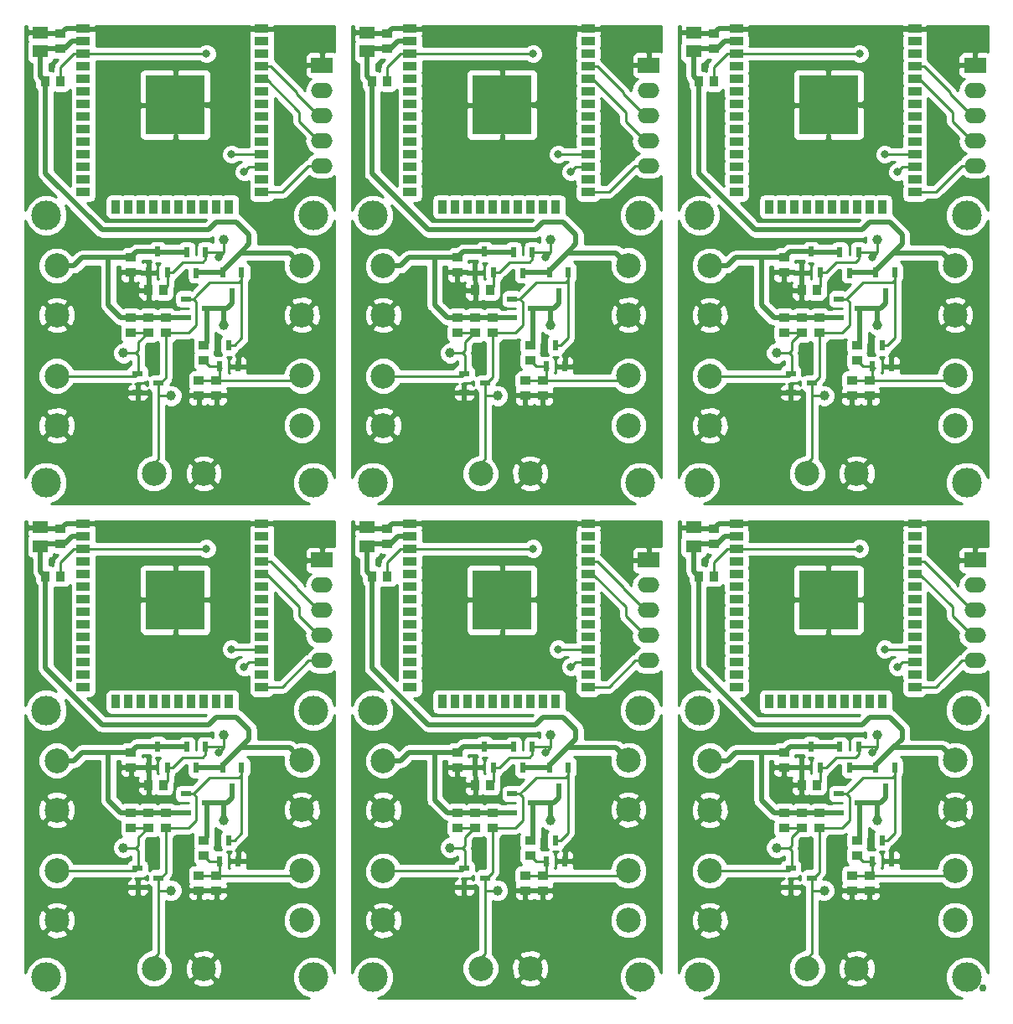
<source format=gtl>
G04 #@! TF.GenerationSoftware,KiCad,Pcbnew,no-vcs-found-91ed3e2~59~ubuntu16.04.1*
G04 #@! TF.CreationDate,2017-08-21T18:57:55+02:00*
G04 #@! TF.ProjectId,ESP32-bat-monitor-latch-pan,45535033322D6261742D6D6F6E69746F,rev?*
G04 #@! TF.SameCoordinates,Original*
G04 #@! TF.FileFunction,Copper,L1,Top,Signal*
G04 #@! TF.FilePolarity,Positive*
%FSLAX46Y46*%
G04 Gerber Fmt 4.6, Leading zero omitted, Abs format (unit mm)*
G04 Created by KiCad (PCBNEW no-vcs-found-91ed3e2~59~ubuntu16.04.1) date Mon Aug 21 18:57:55 2017*
%MOMM*%
%LPD*%
G01*
G04 APERTURE LIST*
%ADD10C,0.800000*%
%ADD11R,1.350000X0.900000*%
%ADD12R,0.900000X1.350000*%
%ADD13R,6.000000X6.000000*%
%ADD14C,2.500000*%
%ADD15R,0.899160X1.000760*%
%ADD16O,2.199640X1.524000*%
%ADD17R,2.199640X1.524000*%
%ADD18R,1.000760X0.899160*%
%ADD19R,1.498600X1.300480*%
%ADD20R,0.599440X1.000760*%
%ADD21C,1.000760*%
%ADD22C,0.600000*%
%ADD23R,1.000760X0.599440*%
%ADD24C,2.999740*%
%ADD25C,0.749300*%
%ADD26C,0.500000*%
%ADD27C,0.250000*%
%ADD28C,0.254000*%
G04 APERTURE END LIST*
D10*
X71392000Y-96800000D03*
X71392000Y-97800000D03*
X71392000Y-98800000D03*
X71392000Y-99800000D03*
X71392000Y-100800000D03*
X69392000Y-96800000D03*
X69392000Y-97800000D03*
X69392000Y-98800000D03*
X69392000Y-99800000D03*
X69392000Y-100800000D03*
X70392000Y-100800000D03*
X70392000Y-99800000D03*
X70392000Y-98800000D03*
X70392000Y-97800000D03*
X70392000Y-96800000D03*
X68392000Y-96800000D03*
X68392000Y-97800000D03*
X68392000Y-98800000D03*
X68392000Y-99800000D03*
X68392000Y-100800000D03*
X67392000Y-100800000D03*
X67392000Y-99800000D03*
X67392000Y-98800000D03*
X67392000Y-97800000D03*
D11*
X78122000Y-91090000D03*
X78122000Y-92360000D03*
X78122000Y-93630000D03*
X78122000Y-94900000D03*
X78122000Y-96170000D03*
X78122000Y-97440000D03*
X78122000Y-98710000D03*
X78122000Y-99980000D03*
X78122000Y-101250000D03*
X78122000Y-102520000D03*
X78122000Y-103790000D03*
X78122000Y-105060000D03*
X78122000Y-106330000D03*
X78122000Y-107600000D03*
D12*
X74822000Y-109100000D03*
X73552000Y-109100000D03*
X72282000Y-109100000D03*
X71012000Y-109100000D03*
X69742000Y-109100000D03*
X68472000Y-109100000D03*
X67202000Y-109100000D03*
X65932000Y-109100000D03*
X64662000Y-109100000D03*
X63392000Y-109100000D03*
D11*
X60092000Y-107600000D03*
X60092000Y-106330000D03*
X60092000Y-105060000D03*
X60092000Y-103790000D03*
X60092000Y-102520000D03*
X60092000Y-101250000D03*
X60092000Y-99980000D03*
X60092000Y-98710000D03*
X60092000Y-97440000D03*
X60092000Y-96170000D03*
X60092000Y-94900000D03*
X60092000Y-93630000D03*
X60092000Y-92360000D03*
X60092000Y-91090000D03*
D13*
X69392000Y-98800000D03*
D10*
X67392000Y-96800000D03*
D14*
X72240000Y-186048000D03*
X67240000Y-186048000D03*
D10*
X71392000Y-146800000D03*
X71392000Y-147800000D03*
X71392000Y-148800000D03*
X71392000Y-149800000D03*
X71392000Y-150800000D03*
X69392000Y-146800000D03*
X69392000Y-147800000D03*
X69392000Y-148800000D03*
X69392000Y-149800000D03*
X69392000Y-150800000D03*
X70392000Y-150800000D03*
X70392000Y-149800000D03*
X70392000Y-148800000D03*
X70392000Y-147800000D03*
X70392000Y-146800000D03*
X68392000Y-146800000D03*
X68392000Y-147800000D03*
X68392000Y-148800000D03*
X68392000Y-149800000D03*
X68392000Y-150800000D03*
X67392000Y-150800000D03*
X67392000Y-149800000D03*
X67392000Y-148800000D03*
X67392000Y-147800000D03*
D11*
X78122000Y-141090000D03*
X78122000Y-142360000D03*
X78122000Y-143630000D03*
X78122000Y-144900000D03*
X78122000Y-146170000D03*
X78122000Y-147440000D03*
X78122000Y-148710000D03*
X78122000Y-149980000D03*
X78122000Y-151250000D03*
X78122000Y-152520000D03*
X78122000Y-153790000D03*
X78122000Y-155060000D03*
X78122000Y-156330000D03*
X78122000Y-157600000D03*
D12*
X74822000Y-159100000D03*
X73552000Y-159100000D03*
X72282000Y-159100000D03*
X71012000Y-159100000D03*
X69742000Y-159100000D03*
X68472000Y-159100000D03*
X67202000Y-159100000D03*
X65932000Y-159100000D03*
X64662000Y-159100000D03*
X63392000Y-159100000D03*
D11*
X60092000Y-157600000D03*
X60092000Y-156330000D03*
X60092000Y-155060000D03*
X60092000Y-153790000D03*
X60092000Y-152520000D03*
X60092000Y-151250000D03*
X60092000Y-149980000D03*
X60092000Y-148710000D03*
X60092000Y-147440000D03*
X60092000Y-146170000D03*
X60092000Y-144900000D03*
X60092000Y-143630000D03*
X60092000Y-142360000D03*
X60092000Y-141090000D03*
D13*
X69392000Y-148800000D03*
D10*
X67392000Y-146800000D03*
D15*
X57781680Y-146424000D03*
X56278000Y-146424000D03*
D16*
X84218000Y-154958000D03*
X84218000Y-152418000D03*
X84218000Y-149878000D03*
X84218000Y-147338000D03*
D17*
X84218000Y-144798000D03*
D18*
X57802000Y-143122000D03*
X57802000Y-141618320D03*
D19*
X55770000Y-143376000D03*
X55770000Y-141471000D03*
D20*
X74185000Y-165728000D03*
X75137500Y-167841280D03*
X76090000Y-165728000D03*
D21*
X74296000Y-171062000D03*
X74296000Y-162426000D03*
X68962000Y-178174000D03*
X64152000Y-173856000D03*
D22*
X70248000Y-174618000D03*
D18*
X64898000Y-165717840D03*
X64898000Y-164214160D03*
D20*
X68581000Y-165728000D03*
X67628500Y-163614720D03*
X66676000Y-165728000D03*
D15*
X66686160Y-167506000D03*
X68189840Y-167506000D03*
D18*
X71756000Y-176660160D03*
X71756000Y-178163840D03*
X72264000Y-174607840D03*
X72264000Y-173104160D03*
X68454000Y-170320320D03*
X68454000Y-171824000D03*
X66676000Y-171813840D03*
X66676000Y-170310160D03*
D20*
X72454500Y-163655360D03*
X71502000Y-165768640D03*
X70549500Y-163655360D03*
X73851500Y-175207280D03*
X74804000Y-173094000D03*
X75756500Y-175207280D03*
D23*
X70445360Y-170300000D03*
X72558640Y-169347500D03*
X70445360Y-168395000D03*
X65578720Y-177856500D03*
X67692000Y-176904000D03*
X65578720Y-175951500D03*
D14*
X82186000Y-181174000D03*
X82186000Y-176174000D03*
X82186000Y-165006000D03*
X82186000Y-170006000D03*
X57400000Y-181182000D03*
X57400000Y-176182000D03*
X57400000Y-165037000D03*
X57400000Y-170037000D03*
D18*
X73534000Y-176660160D03*
X73534000Y-178163840D03*
X64898000Y-171813840D03*
X64898000Y-170310160D03*
D22*
X73610000Y-172840000D03*
D24*
X83356000Y-159958000D03*
X83356000Y-186958000D03*
X56356000Y-186958000D03*
X56356000Y-159958000D03*
D22*
X64660000Y-168014000D03*
X67454000Y-173348000D03*
X59580000Y-161156000D03*
X61104000Y-171570000D03*
X77106000Y-172840000D03*
X79392000Y-160902000D03*
X76344000Y-184016000D03*
X57802000Y-153282000D03*
X80916000Y-153028000D03*
X57040000Y-144900000D03*
D10*
X104392000Y-96800000D03*
X104392000Y-97800000D03*
X104392000Y-98800000D03*
X104392000Y-99800000D03*
X104392000Y-100800000D03*
X102392000Y-96800000D03*
X102392000Y-97800000D03*
X102392000Y-98800000D03*
X102392000Y-99800000D03*
X102392000Y-100800000D03*
X103392000Y-100800000D03*
X103392000Y-99800000D03*
X103392000Y-98800000D03*
X103392000Y-97800000D03*
X103392000Y-96800000D03*
X101392000Y-96800000D03*
X101392000Y-97800000D03*
X101392000Y-98800000D03*
X101392000Y-99800000D03*
X101392000Y-100800000D03*
X100392000Y-100800000D03*
X100392000Y-99800000D03*
X100392000Y-98800000D03*
X100392000Y-97800000D03*
D11*
X111122000Y-91090000D03*
X111122000Y-92360000D03*
X111122000Y-93630000D03*
X111122000Y-94900000D03*
X111122000Y-96170000D03*
X111122000Y-97440000D03*
X111122000Y-98710000D03*
X111122000Y-99980000D03*
X111122000Y-101250000D03*
X111122000Y-102520000D03*
X111122000Y-103790000D03*
X111122000Y-105060000D03*
X111122000Y-106330000D03*
X111122000Y-107600000D03*
D12*
X107822000Y-109100000D03*
X106552000Y-109100000D03*
X105282000Y-109100000D03*
X104012000Y-109100000D03*
X102742000Y-109100000D03*
X101472000Y-109100000D03*
X100202000Y-109100000D03*
X98932000Y-109100000D03*
X97662000Y-109100000D03*
X96392000Y-109100000D03*
D11*
X93092000Y-107600000D03*
X93092000Y-106330000D03*
X93092000Y-105060000D03*
X93092000Y-103790000D03*
X93092000Y-102520000D03*
X93092000Y-101250000D03*
X93092000Y-99980000D03*
X93092000Y-98710000D03*
X93092000Y-97440000D03*
X93092000Y-96170000D03*
X93092000Y-94900000D03*
X93092000Y-93630000D03*
X93092000Y-92360000D03*
X93092000Y-91090000D03*
D13*
X102392000Y-98800000D03*
D10*
X100392000Y-96800000D03*
D15*
X90781680Y-96424000D03*
X89278000Y-96424000D03*
D16*
X117218000Y-104958000D03*
X117218000Y-102418000D03*
X117218000Y-99878000D03*
X117218000Y-97338000D03*
D17*
X117218000Y-94798000D03*
D18*
X90802000Y-93122000D03*
X90802000Y-91618320D03*
D19*
X88770000Y-93376000D03*
X88770000Y-91471000D03*
D20*
X107185000Y-115728000D03*
X108137500Y-117841280D03*
X109090000Y-115728000D03*
D21*
X107296000Y-121062000D03*
X107296000Y-112426000D03*
X101962000Y-128174000D03*
X97152000Y-123856000D03*
D14*
X105240000Y-136048000D03*
X100240000Y-136048000D03*
D22*
X103248000Y-124618000D03*
D18*
X97898000Y-115717840D03*
X97898000Y-114214160D03*
D20*
X101581000Y-115728000D03*
X100628500Y-113614720D03*
X99676000Y-115728000D03*
D15*
X99686160Y-117506000D03*
X101189840Y-117506000D03*
D18*
X104756000Y-126660160D03*
X104756000Y-128163840D03*
X105264000Y-124607840D03*
X105264000Y-123104160D03*
X101454000Y-120320320D03*
X101454000Y-121824000D03*
X99676000Y-121813840D03*
X99676000Y-120310160D03*
D20*
X105454500Y-113655360D03*
X104502000Y-115768640D03*
X103549500Y-113655360D03*
X106851500Y-125207280D03*
X107804000Y-123094000D03*
X108756500Y-125207280D03*
D23*
X103445360Y-120300000D03*
X105558640Y-119347500D03*
X103445360Y-118395000D03*
X98578720Y-127856500D03*
X100692000Y-126904000D03*
X98578720Y-125951500D03*
D14*
X115186000Y-131174000D03*
X115186000Y-126174000D03*
X115186000Y-115006000D03*
X115186000Y-120006000D03*
X90400000Y-131182000D03*
X90400000Y-126182000D03*
X90400000Y-115037000D03*
X90400000Y-120037000D03*
D18*
X106534000Y-126660160D03*
X106534000Y-128163840D03*
X97898000Y-121813840D03*
X97898000Y-120310160D03*
D22*
X106610000Y-122840000D03*
D24*
X116356000Y-109958000D03*
X116356000Y-136958000D03*
X89356000Y-136958000D03*
X89356000Y-109958000D03*
D22*
X97660000Y-118014000D03*
X100454000Y-123348000D03*
X92580000Y-111156000D03*
X94104000Y-121570000D03*
X110106000Y-122840000D03*
X112392000Y-110902000D03*
X109344000Y-134016000D03*
X90802000Y-103282000D03*
X113916000Y-103028000D03*
X90040000Y-94900000D03*
D15*
X57781680Y-96424000D03*
X56278000Y-96424000D03*
D16*
X84218000Y-104958000D03*
X84218000Y-102418000D03*
X84218000Y-99878000D03*
X84218000Y-97338000D03*
D17*
X84218000Y-94798000D03*
D18*
X57802000Y-93122000D03*
X57802000Y-91618320D03*
D19*
X55770000Y-93376000D03*
X55770000Y-91471000D03*
D20*
X74185000Y-115728000D03*
X75137500Y-117841280D03*
X76090000Y-115728000D03*
D21*
X74296000Y-121062000D03*
X74296000Y-112426000D03*
X68962000Y-128174000D03*
X64152000Y-123856000D03*
D14*
X72240000Y-136048000D03*
X67240000Y-136048000D03*
D22*
X70248000Y-124618000D03*
D18*
X64898000Y-115717840D03*
X64898000Y-114214160D03*
D20*
X68581000Y-115728000D03*
X67628500Y-113614720D03*
X66676000Y-115728000D03*
D15*
X66686160Y-117506000D03*
X68189840Y-117506000D03*
D18*
X71756000Y-126660160D03*
X71756000Y-128163840D03*
X72264000Y-124607840D03*
X72264000Y-123104160D03*
X68454000Y-120320320D03*
X68454000Y-121824000D03*
X66676000Y-121813840D03*
X66676000Y-120310160D03*
D20*
X72454500Y-113655360D03*
X71502000Y-115768640D03*
X70549500Y-113655360D03*
X73851500Y-125207280D03*
X74804000Y-123094000D03*
X75756500Y-125207280D03*
D23*
X70445360Y-120300000D03*
X72558640Y-119347500D03*
X70445360Y-118395000D03*
X65578720Y-127856500D03*
X67692000Y-126904000D03*
X65578720Y-125951500D03*
D14*
X82186000Y-131174000D03*
X82186000Y-126174000D03*
X82186000Y-115006000D03*
X82186000Y-120006000D03*
X57400000Y-131182000D03*
X57400000Y-126182000D03*
X57400000Y-115037000D03*
X57400000Y-120037000D03*
D18*
X73534000Y-126660160D03*
X73534000Y-128163840D03*
X64898000Y-121813840D03*
X64898000Y-120310160D03*
D22*
X73610000Y-122840000D03*
D24*
X83356000Y-109958000D03*
X83356000Y-136958000D03*
X56356000Y-136958000D03*
X56356000Y-109958000D03*
D22*
X64660000Y-118014000D03*
X67454000Y-123348000D03*
X59580000Y-111156000D03*
X61104000Y-121570000D03*
X77106000Y-122840000D03*
X79392000Y-110902000D03*
X76344000Y-134016000D03*
X57802000Y-103282000D03*
X80916000Y-103028000D03*
X57040000Y-94900000D03*
D10*
X38392000Y-96800000D03*
X38392000Y-97800000D03*
X38392000Y-98800000D03*
X38392000Y-99800000D03*
X38392000Y-100800000D03*
X36392000Y-96800000D03*
X36392000Y-97800000D03*
X36392000Y-98800000D03*
X36392000Y-99800000D03*
X36392000Y-100800000D03*
X37392000Y-100800000D03*
X37392000Y-99800000D03*
X37392000Y-98800000D03*
X37392000Y-97800000D03*
X37392000Y-96800000D03*
X35392000Y-96800000D03*
X35392000Y-97800000D03*
X35392000Y-98800000D03*
X35392000Y-99800000D03*
X35392000Y-100800000D03*
X34392000Y-100800000D03*
X34392000Y-99800000D03*
X34392000Y-98800000D03*
X34392000Y-97800000D03*
D11*
X45122000Y-91090000D03*
X45122000Y-92360000D03*
X45122000Y-93630000D03*
X45122000Y-94900000D03*
X45122000Y-96170000D03*
X45122000Y-97440000D03*
X45122000Y-98710000D03*
X45122000Y-99980000D03*
X45122000Y-101250000D03*
X45122000Y-102520000D03*
X45122000Y-103790000D03*
X45122000Y-105060000D03*
X45122000Y-106330000D03*
X45122000Y-107600000D03*
D12*
X41822000Y-109100000D03*
X40552000Y-109100000D03*
X39282000Y-109100000D03*
X38012000Y-109100000D03*
X36742000Y-109100000D03*
X35472000Y-109100000D03*
X34202000Y-109100000D03*
X32932000Y-109100000D03*
X31662000Y-109100000D03*
X30392000Y-109100000D03*
D11*
X27092000Y-107600000D03*
X27092000Y-106330000D03*
X27092000Y-105060000D03*
X27092000Y-103790000D03*
X27092000Y-102520000D03*
X27092000Y-101250000D03*
X27092000Y-99980000D03*
X27092000Y-98710000D03*
X27092000Y-97440000D03*
X27092000Y-96170000D03*
X27092000Y-94900000D03*
X27092000Y-93630000D03*
X27092000Y-92360000D03*
X27092000Y-91090000D03*
D13*
X36392000Y-98800000D03*
D10*
X34392000Y-96800000D03*
D15*
X24781680Y-96424000D03*
X23278000Y-96424000D03*
D16*
X51218000Y-104958000D03*
X51218000Y-102418000D03*
X51218000Y-99878000D03*
X51218000Y-97338000D03*
D17*
X51218000Y-94798000D03*
D18*
X24802000Y-93122000D03*
X24802000Y-91618320D03*
D19*
X22770000Y-93376000D03*
X22770000Y-91471000D03*
D20*
X41185000Y-115728000D03*
X42137500Y-117841280D03*
X43090000Y-115728000D03*
D21*
X41296000Y-121062000D03*
X41296000Y-112426000D03*
X35962000Y-128174000D03*
X31152000Y-123856000D03*
D14*
X39240000Y-136048000D03*
X34240000Y-136048000D03*
D22*
X37248000Y-124618000D03*
D18*
X31898000Y-115717840D03*
X31898000Y-114214160D03*
D20*
X35581000Y-115728000D03*
X34628500Y-113614720D03*
X33676000Y-115728000D03*
D15*
X33686160Y-117506000D03*
X35189840Y-117506000D03*
D18*
X38756000Y-126660160D03*
X38756000Y-128163840D03*
X39264000Y-124607840D03*
X39264000Y-123104160D03*
X35454000Y-120320320D03*
X35454000Y-121824000D03*
X33676000Y-121813840D03*
X33676000Y-120310160D03*
D20*
X39454500Y-113655360D03*
X38502000Y-115768640D03*
X37549500Y-113655360D03*
X40851500Y-125207280D03*
X41804000Y-123094000D03*
X42756500Y-125207280D03*
D23*
X37445360Y-120300000D03*
X39558640Y-119347500D03*
X37445360Y-118395000D03*
X32578720Y-127856500D03*
X34692000Y-126904000D03*
X32578720Y-125951500D03*
D14*
X49186000Y-131174000D03*
X49186000Y-126174000D03*
X49186000Y-115006000D03*
X49186000Y-120006000D03*
X24400000Y-131182000D03*
X24400000Y-126182000D03*
X24400000Y-115037000D03*
X24400000Y-120037000D03*
D18*
X40534000Y-126660160D03*
X40534000Y-128163840D03*
X31898000Y-121813840D03*
X31898000Y-120310160D03*
D22*
X40610000Y-122840000D03*
D24*
X50356000Y-109958000D03*
X50356000Y-136958000D03*
X23356000Y-136958000D03*
X23356000Y-109958000D03*
D22*
X31660000Y-118014000D03*
X34454000Y-123348000D03*
X26580000Y-111156000D03*
X28104000Y-121570000D03*
X44106000Y-122840000D03*
X46392000Y-110902000D03*
X43344000Y-134016000D03*
X24802000Y-103282000D03*
X47916000Y-103028000D03*
X24040000Y-94900000D03*
D10*
X38392000Y-146800000D03*
X38392000Y-147800000D03*
X38392000Y-148800000D03*
X38392000Y-149800000D03*
X38392000Y-150800000D03*
X36392000Y-146800000D03*
X36392000Y-147800000D03*
X36392000Y-148800000D03*
X36392000Y-149800000D03*
X36392000Y-150800000D03*
X37392000Y-150800000D03*
X37392000Y-149800000D03*
X37392000Y-148800000D03*
X37392000Y-147800000D03*
X37392000Y-146800000D03*
X35392000Y-146800000D03*
X35392000Y-147800000D03*
X35392000Y-148800000D03*
X35392000Y-149800000D03*
X35392000Y-150800000D03*
X34392000Y-150800000D03*
X34392000Y-149800000D03*
X34392000Y-148800000D03*
X34392000Y-147800000D03*
D11*
X45122000Y-141090000D03*
X45122000Y-142360000D03*
X45122000Y-143630000D03*
X45122000Y-144900000D03*
X45122000Y-146170000D03*
X45122000Y-147440000D03*
X45122000Y-148710000D03*
X45122000Y-149980000D03*
X45122000Y-151250000D03*
X45122000Y-152520000D03*
X45122000Y-153790000D03*
X45122000Y-155060000D03*
X45122000Y-156330000D03*
X45122000Y-157600000D03*
D12*
X41822000Y-159100000D03*
X40552000Y-159100000D03*
X39282000Y-159100000D03*
X38012000Y-159100000D03*
X36742000Y-159100000D03*
X35472000Y-159100000D03*
X34202000Y-159100000D03*
X32932000Y-159100000D03*
X31662000Y-159100000D03*
X30392000Y-159100000D03*
D11*
X27092000Y-157600000D03*
X27092000Y-156330000D03*
X27092000Y-155060000D03*
X27092000Y-153790000D03*
X27092000Y-152520000D03*
X27092000Y-151250000D03*
X27092000Y-149980000D03*
X27092000Y-148710000D03*
X27092000Y-147440000D03*
X27092000Y-146170000D03*
X27092000Y-144900000D03*
X27092000Y-143630000D03*
X27092000Y-142360000D03*
X27092000Y-141090000D03*
D13*
X36392000Y-148800000D03*
D10*
X34392000Y-146800000D03*
D15*
X24781680Y-146424000D03*
X23278000Y-146424000D03*
D16*
X51218000Y-154958000D03*
X51218000Y-152418000D03*
X51218000Y-149878000D03*
X51218000Y-147338000D03*
D17*
X51218000Y-144798000D03*
D18*
X24802000Y-143122000D03*
X24802000Y-141618320D03*
D19*
X22770000Y-143376000D03*
X22770000Y-141471000D03*
D20*
X41185000Y-165728000D03*
X42137500Y-167841280D03*
X43090000Y-165728000D03*
D21*
X41296000Y-171062000D03*
X41296000Y-162426000D03*
X35962000Y-178174000D03*
X31152000Y-173856000D03*
D14*
X39240000Y-186048000D03*
X34240000Y-186048000D03*
D22*
X37248000Y-174618000D03*
D18*
X31898000Y-165717840D03*
X31898000Y-164214160D03*
D20*
X35581000Y-165728000D03*
X34628500Y-163614720D03*
X33676000Y-165728000D03*
D15*
X33686160Y-167506000D03*
X35189840Y-167506000D03*
D18*
X38756000Y-176660160D03*
X38756000Y-178163840D03*
X39264000Y-174607840D03*
X39264000Y-173104160D03*
X35454000Y-170320320D03*
X35454000Y-171824000D03*
X33676000Y-171813840D03*
X33676000Y-170310160D03*
D20*
X39454500Y-163655360D03*
X38502000Y-165768640D03*
X37549500Y-163655360D03*
X40851500Y-175207280D03*
X41804000Y-173094000D03*
X42756500Y-175207280D03*
D23*
X37445360Y-170300000D03*
X39558640Y-169347500D03*
X37445360Y-168395000D03*
X32578720Y-177856500D03*
X34692000Y-176904000D03*
X32578720Y-175951500D03*
D14*
X49186000Y-181174000D03*
X49186000Y-176174000D03*
X49186000Y-165006000D03*
X49186000Y-170006000D03*
X24400000Y-181182000D03*
X24400000Y-176182000D03*
X24400000Y-165037000D03*
X24400000Y-170037000D03*
D18*
X40534000Y-176660160D03*
X40534000Y-178163840D03*
X31898000Y-171813840D03*
X31898000Y-170310160D03*
D22*
X40610000Y-172840000D03*
D24*
X50356000Y-159958000D03*
X50356000Y-186958000D03*
X23356000Y-186958000D03*
X23356000Y-159958000D03*
D22*
X31660000Y-168014000D03*
X34454000Y-173348000D03*
X26580000Y-161156000D03*
X28104000Y-171570000D03*
X44106000Y-172840000D03*
X46392000Y-160902000D03*
X43344000Y-184016000D03*
X24802000Y-153282000D03*
X47916000Y-153028000D03*
X24040000Y-144900000D03*
D25*
X118000000Y-188000000D03*
D22*
X90040000Y-144900000D03*
X113916000Y-153028000D03*
X90802000Y-153282000D03*
X109344000Y-184016000D03*
X112392000Y-160902000D03*
X110106000Y-172840000D03*
X94104000Y-171570000D03*
X92580000Y-161156000D03*
X100454000Y-173348000D03*
X97660000Y-168014000D03*
D24*
X89356000Y-159958000D03*
X89356000Y-186958000D03*
X116356000Y-186958000D03*
X116356000Y-159958000D03*
D22*
X106610000Y-172840000D03*
D18*
X97898000Y-170310160D03*
X97898000Y-171813840D03*
X106534000Y-178163840D03*
X106534000Y-176660160D03*
D14*
X90400000Y-170037000D03*
X90400000Y-165037000D03*
X90400000Y-176182000D03*
X90400000Y-181182000D03*
X115186000Y-170006000D03*
X115186000Y-165006000D03*
X115186000Y-176174000D03*
X115186000Y-181174000D03*
D23*
X98578720Y-175951500D03*
X100692000Y-176904000D03*
X98578720Y-177856500D03*
X103445360Y-168395000D03*
X105558640Y-169347500D03*
X103445360Y-170300000D03*
D20*
X108756500Y-175207280D03*
X107804000Y-173094000D03*
X106851500Y-175207280D03*
X103549500Y-163655360D03*
X104502000Y-165768640D03*
X105454500Y-163655360D03*
D18*
X99676000Y-170310160D03*
X99676000Y-171813840D03*
X101454000Y-171824000D03*
X101454000Y-170320320D03*
X105264000Y-173104160D03*
X105264000Y-174607840D03*
X104756000Y-178163840D03*
X104756000Y-176660160D03*
D15*
X101189840Y-167506000D03*
X99686160Y-167506000D03*
D20*
X99676000Y-165728000D03*
X100628500Y-163614720D03*
X101581000Y-165728000D03*
D18*
X97898000Y-164214160D03*
X97898000Y-165717840D03*
D22*
X103248000Y-174618000D03*
D14*
X100240000Y-186048000D03*
X105240000Y-186048000D03*
D21*
X97152000Y-173856000D03*
X101962000Y-178174000D03*
X107296000Y-162426000D03*
X107296000Y-171062000D03*
D20*
X109090000Y-165728000D03*
X108137500Y-167841280D03*
X107185000Y-165728000D03*
D19*
X88770000Y-141471000D03*
X88770000Y-143376000D03*
D18*
X90802000Y-141618320D03*
X90802000Y-143122000D03*
D17*
X117218000Y-144798000D03*
D16*
X117218000Y-147338000D03*
X117218000Y-149878000D03*
X117218000Y-152418000D03*
X117218000Y-154958000D03*
D15*
X89278000Y-146424000D03*
X90781680Y-146424000D03*
D10*
X100392000Y-146800000D03*
D13*
X102392000Y-148800000D03*
D11*
X93092000Y-141090000D03*
X93092000Y-142360000D03*
X93092000Y-143630000D03*
X93092000Y-144900000D03*
X93092000Y-146170000D03*
X93092000Y-147440000D03*
X93092000Y-148710000D03*
X93092000Y-149980000D03*
X93092000Y-151250000D03*
X93092000Y-152520000D03*
X93092000Y-153790000D03*
X93092000Y-155060000D03*
X93092000Y-156330000D03*
X93092000Y-157600000D03*
D12*
X96392000Y-159100000D03*
X97662000Y-159100000D03*
X98932000Y-159100000D03*
X100202000Y-159100000D03*
X101472000Y-159100000D03*
X102742000Y-159100000D03*
X104012000Y-159100000D03*
X105282000Y-159100000D03*
X106552000Y-159100000D03*
X107822000Y-159100000D03*
D11*
X111122000Y-157600000D03*
X111122000Y-156330000D03*
X111122000Y-155060000D03*
X111122000Y-153790000D03*
X111122000Y-152520000D03*
X111122000Y-151250000D03*
X111122000Y-149980000D03*
X111122000Y-148710000D03*
X111122000Y-147440000D03*
X111122000Y-146170000D03*
X111122000Y-144900000D03*
X111122000Y-143630000D03*
X111122000Y-142360000D03*
X111122000Y-141090000D03*
D10*
X100392000Y-147800000D03*
X100392000Y-148800000D03*
X100392000Y-149800000D03*
X100392000Y-150800000D03*
X101392000Y-150800000D03*
X101392000Y-149800000D03*
X101392000Y-148800000D03*
X101392000Y-147800000D03*
X101392000Y-146800000D03*
X103392000Y-146800000D03*
X103392000Y-147800000D03*
X103392000Y-148800000D03*
X103392000Y-149800000D03*
X103392000Y-150800000D03*
X102392000Y-150800000D03*
X102392000Y-149800000D03*
X102392000Y-148800000D03*
X102392000Y-147800000D03*
X102392000Y-146800000D03*
X104392000Y-150800000D03*
X104392000Y-149800000D03*
X104392000Y-148800000D03*
X104392000Y-147800000D03*
X104392000Y-146800000D03*
X76344000Y-155568000D03*
X109344000Y-105568000D03*
X76344000Y-105568000D03*
X43344000Y-105568000D03*
X43344000Y-155568000D03*
X109344000Y-155568000D03*
X73804000Y-164204000D03*
X75074000Y-153790000D03*
X106804000Y-114204000D03*
X108074000Y-103790000D03*
X73804000Y-114204000D03*
X75074000Y-103790000D03*
X40804000Y-114204000D03*
X42074000Y-103790000D03*
X40804000Y-164204000D03*
X42074000Y-153790000D03*
X108074000Y-153790000D03*
X106804000Y-164204000D03*
X72534000Y-143630000D03*
X105534000Y-93630000D03*
X72534000Y-93630000D03*
X39534000Y-93630000D03*
X39534000Y-143630000D03*
X105534000Y-143630000D03*
D26*
X63897620Y-164214160D02*
X64898000Y-164214160D01*
X59167766Y-165037000D02*
X59990606Y-164214160D01*
X57400000Y-165037000D02*
X59167766Y-165037000D01*
X65497440Y-163614720D02*
X64898000Y-164214160D01*
X67628500Y-163614720D02*
X65497440Y-163614720D01*
X67669140Y-163655360D02*
X67628500Y-163614720D01*
X70549500Y-163655360D02*
X67669140Y-163655360D01*
X62612000Y-169024540D02*
X62612000Y-164214160D01*
X63897620Y-170310160D02*
X62612000Y-169024540D01*
X64898000Y-170310160D02*
X63897620Y-170310160D01*
X62612000Y-164214160D02*
X63897620Y-164214160D01*
X59990606Y-164214160D02*
X62612000Y-164214160D01*
X64898000Y-170310160D02*
X66676000Y-170310160D01*
X68443840Y-170310160D02*
X68454000Y-170320320D01*
X66676000Y-170310160D02*
X68443840Y-170310160D01*
X70425040Y-170320320D02*
X70445360Y-170300000D01*
X68454000Y-170320320D02*
X70425040Y-170320320D01*
X96897620Y-114214160D02*
X97898000Y-114214160D01*
X92167766Y-115037000D02*
X92990606Y-114214160D01*
X90400000Y-115037000D02*
X92167766Y-115037000D01*
X98497440Y-113614720D02*
X97898000Y-114214160D01*
X100628500Y-113614720D02*
X98497440Y-113614720D01*
X100669140Y-113655360D02*
X100628500Y-113614720D01*
X103549500Y-113655360D02*
X100669140Y-113655360D01*
X95612000Y-119024540D02*
X95612000Y-114214160D01*
X96897620Y-120310160D02*
X95612000Y-119024540D01*
X97898000Y-120310160D02*
X96897620Y-120310160D01*
X95612000Y-114214160D02*
X96897620Y-114214160D01*
X92990606Y-114214160D02*
X95612000Y-114214160D01*
X97898000Y-120310160D02*
X99676000Y-120310160D01*
X101443840Y-120310160D02*
X101454000Y-120320320D01*
X99676000Y-120310160D02*
X101443840Y-120310160D01*
X103425040Y-120320320D02*
X103445360Y-120300000D01*
X101454000Y-120320320D02*
X103425040Y-120320320D01*
X63897620Y-114214160D02*
X64898000Y-114214160D01*
X59167766Y-115037000D02*
X59990606Y-114214160D01*
X57400000Y-115037000D02*
X59167766Y-115037000D01*
X65497440Y-113614720D02*
X64898000Y-114214160D01*
X67628500Y-113614720D02*
X65497440Y-113614720D01*
X67669140Y-113655360D02*
X67628500Y-113614720D01*
X70549500Y-113655360D02*
X67669140Y-113655360D01*
X62612000Y-119024540D02*
X62612000Y-114214160D01*
X63897620Y-120310160D02*
X62612000Y-119024540D01*
X64898000Y-120310160D02*
X63897620Y-120310160D01*
X62612000Y-114214160D02*
X63897620Y-114214160D01*
X59990606Y-114214160D02*
X62612000Y-114214160D01*
X64898000Y-120310160D02*
X66676000Y-120310160D01*
X68443840Y-120310160D02*
X68454000Y-120320320D01*
X66676000Y-120310160D02*
X68443840Y-120310160D01*
X70425040Y-120320320D02*
X70445360Y-120300000D01*
X68454000Y-120320320D02*
X70425040Y-120320320D01*
X30897620Y-114214160D02*
X31898000Y-114214160D01*
X26167766Y-115037000D02*
X26990606Y-114214160D01*
X24400000Y-115037000D02*
X26167766Y-115037000D01*
X32497440Y-113614720D02*
X31898000Y-114214160D01*
X34628500Y-113614720D02*
X32497440Y-113614720D01*
X34669140Y-113655360D02*
X34628500Y-113614720D01*
X37549500Y-113655360D02*
X34669140Y-113655360D01*
X29612000Y-119024540D02*
X29612000Y-114214160D01*
X30897620Y-120310160D02*
X29612000Y-119024540D01*
X31898000Y-120310160D02*
X30897620Y-120310160D01*
X29612000Y-114214160D02*
X30897620Y-114214160D01*
X26990606Y-114214160D02*
X29612000Y-114214160D01*
X31898000Y-120310160D02*
X33676000Y-120310160D01*
X35443840Y-120310160D02*
X35454000Y-120320320D01*
X33676000Y-120310160D02*
X35443840Y-120310160D01*
X37425040Y-120320320D02*
X37445360Y-120300000D01*
X35454000Y-120320320D02*
X37425040Y-120320320D01*
X30897620Y-164214160D02*
X31898000Y-164214160D01*
X26167766Y-165037000D02*
X26990606Y-164214160D01*
X24400000Y-165037000D02*
X26167766Y-165037000D01*
X32497440Y-163614720D02*
X31898000Y-164214160D01*
X34628500Y-163614720D02*
X32497440Y-163614720D01*
X34669140Y-163655360D02*
X34628500Y-163614720D01*
X37549500Y-163655360D02*
X34669140Y-163655360D01*
X29612000Y-169024540D02*
X29612000Y-164214160D01*
X30897620Y-170310160D02*
X29612000Y-169024540D01*
X31898000Y-170310160D02*
X30897620Y-170310160D01*
X29612000Y-164214160D02*
X30897620Y-164214160D01*
X26990606Y-164214160D02*
X29612000Y-164214160D01*
X31898000Y-170310160D02*
X33676000Y-170310160D01*
X35443840Y-170310160D02*
X35454000Y-170320320D01*
X33676000Y-170310160D02*
X35443840Y-170310160D01*
X37425040Y-170320320D02*
X37445360Y-170300000D01*
X35454000Y-170320320D02*
X37425040Y-170320320D01*
X101454000Y-170320320D02*
X103425040Y-170320320D01*
X103425040Y-170320320D02*
X103445360Y-170300000D01*
X99676000Y-170310160D02*
X101443840Y-170310160D01*
X101443840Y-170310160D02*
X101454000Y-170320320D01*
X97898000Y-170310160D02*
X99676000Y-170310160D01*
X92990606Y-164214160D02*
X95612000Y-164214160D01*
X95612000Y-164214160D02*
X96897620Y-164214160D01*
X97898000Y-170310160D02*
X96897620Y-170310160D01*
X96897620Y-170310160D02*
X95612000Y-169024540D01*
X95612000Y-169024540D02*
X95612000Y-164214160D01*
X103549500Y-163655360D02*
X100669140Y-163655360D01*
X100669140Y-163655360D02*
X100628500Y-163614720D01*
X100628500Y-163614720D02*
X98497440Y-163614720D01*
X98497440Y-163614720D02*
X97898000Y-164214160D01*
X90400000Y-165037000D02*
X92167766Y-165037000D01*
X92167766Y-165037000D02*
X92990606Y-164214160D01*
X96897620Y-164214160D02*
X97898000Y-164214160D01*
D27*
X65348220Y-176182000D02*
X65578720Y-175951500D01*
X57400000Y-176182000D02*
X65348220Y-176182000D01*
X64898000Y-171813840D02*
X66676000Y-171813840D01*
X65578720Y-175790720D02*
X65578720Y-175951500D01*
X64152000Y-173856000D02*
X65422000Y-173856000D01*
X66625200Y-171813840D02*
X66676000Y-171813840D01*
X65676000Y-172763040D02*
X66625200Y-171813840D01*
X65676000Y-173602000D02*
X65676000Y-172763040D01*
X65422000Y-173856000D02*
X65676000Y-173602000D01*
X65676000Y-174110000D02*
X65422000Y-173856000D01*
X65676000Y-175854220D02*
X65676000Y-174110000D01*
X65578720Y-175951500D02*
X65676000Y-175854220D01*
X98348220Y-126182000D02*
X98578720Y-125951500D01*
X90400000Y-126182000D02*
X98348220Y-126182000D01*
X97898000Y-121813840D02*
X99676000Y-121813840D01*
X98578720Y-125790720D02*
X98578720Y-125951500D01*
X97152000Y-123856000D02*
X98422000Y-123856000D01*
X99625200Y-121813840D02*
X99676000Y-121813840D01*
X98676000Y-122763040D02*
X99625200Y-121813840D01*
X98676000Y-123602000D02*
X98676000Y-122763040D01*
X98422000Y-123856000D02*
X98676000Y-123602000D01*
X98676000Y-124110000D02*
X98422000Y-123856000D01*
X98676000Y-125854220D02*
X98676000Y-124110000D01*
X98578720Y-125951500D02*
X98676000Y-125854220D01*
X65348220Y-126182000D02*
X65578720Y-125951500D01*
X57400000Y-126182000D02*
X65348220Y-126182000D01*
X64898000Y-121813840D02*
X66676000Y-121813840D01*
X65578720Y-125790720D02*
X65578720Y-125951500D01*
X64152000Y-123856000D02*
X65422000Y-123856000D01*
X66625200Y-121813840D02*
X66676000Y-121813840D01*
X65676000Y-122763040D02*
X66625200Y-121813840D01*
X65676000Y-123602000D02*
X65676000Y-122763040D01*
X65422000Y-123856000D02*
X65676000Y-123602000D01*
X65676000Y-124110000D02*
X65422000Y-123856000D01*
X65676000Y-125854220D02*
X65676000Y-124110000D01*
X65578720Y-125951500D02*
X65676000Y-125854220D01*
X32348220Y-126182000D02*
X32578720Y-125951500D01*
X24400000Y-126182000D02*
X32348220Y-126182000D01*
X31898000Y-121813840D02*
X33676000Y-121813840D01*
X32578720Y-125790720D02*
X32578720Y-125951500D01*
X31152000Y-123856000D02*
X32422000Y-123856000D01*
X33625200Y-121813840D02*
X33676000Y-121813840D01*
X32676000Y-122763040D02*
X33625200Y-121813840D01*
X32676000Y-123602000D02*
X32676000Y-122763040D01*
X32422000Y-123856000D02*
X32676000Y-123602000D01*
X32676000Y-124110000D02*
X32422000Y-123856000D01*
X32676000Y-125854220D02*
X32676000Y-124110000D01*
X32578720Y-125951500D02*
X32676000Y-125854220D01*
X32348220Y-176182000D02*
X32578720Y-175951500D01*
X24400000Y-176182000D02*
X32348220Y-176182000D01*
X31898000Y-171813840D02*
X33676000Y-171813840D01*
X32578720Y-175790720D02*
X32578720Y-175951500D01*
X31152000Y-173856000D02*
X32422000Y-173856000D01*
X33625200Y-171813840D02*
X33676000Y-171813840D01*
X32676000Y-172763040D02*
X33625200Y-171813840D01*
X32676000Y-173602000D02*
X32676000Y-172763040D01*
X32422000Y-173856000D02*
X32676000Y-173602000D01*
X32676000Y-174110000D02*
X32422000Y-173856000D01*
X32676000Y-175854220D02*
X32676000Y-174110000D01*
X32578720Y-175951500D02*
X32676000Y-175854220D01*
X98578720Y-175951500D02*
X98676000Y-175854220D01*
X98676000Y-175854220D02*
X98676000Y-174110000D01*
X98676000Y-174110000D02*
X98422000Y-173856000D01*
X98422000Y-173856000D02*
X98676000Y-173602000D01*
X98676000Y-173602000D02*
X98676000Y-172763040D01*
X98676000Y-172763040D02*
X99625200Y-171813840D01*
X99625200Y-171813840D02*
X99676000Y-171813840D01*
X97152000Y-173856000D02*
X98422000Y-173856000D01*
X98578720Y-175790720D02*
X98578720Y-175951500D01*
X97898000Y-171813840D02*
X99676000Y-171813840D01*
X90400000Y-176182000D02*
X98348220Y-176182000D01*
X98348220Y-176182000D02*
X98578720Y-175951500D01*
D26*
X75582000Y-141090000D02*
X78122000Y-141090000D01*
X74058000Y-142614000D02*
X75582000Y-141090000D01*
X74058000Y-147634000D02*
X74058000Y-142614000D01*
X72892000Y-148800000D02*
X74058000Y-147634000D01*
X69392000Y-148800000D02*
X72892000Y-148800000D01*
X58330320Y-141090000D02*
X57802000Y-141618320D01*
X60092000Y-141090000D02*
X58330320Y-141090000D01*
X55917320Y-141618320D02*
X55770000Y-141471000D01*
X57802000Y-141618320D02*
X55917320Y-141618320D01*
X108582000Y-91090000D02*
X111122000Y-91090000D01*
X107058000Y-92614000D02*
X108582000Y-91090000D01*
X107058000Y-97634000D02*
X107058000Y-92614000D01*
X105892000Y-98800000D02*
X107058000Y-97634000D01*
X102392000Y-98800000D02*
X105892000Y-98800000D01*
X91330320Y-91090000D02*
X90802000Y-91618320D01*
X93092000Y-91090000D02*
X91330320Y-91090000D01*
X88917320Y-91618320D02*
X88770000Y-91471000D01*
X90802000Y-91618320D02*
X88917320Y-91618320D01*
X75582000Y-91090000D02*
X78122000Y-91090000D01*
X74058000Y-92614000D02*
X75582000Y-91090000D01*
X74058000Y-97634000D02*
X74058000Y-92614000D01*
X72892000Y-98800000D02*
X74058000Y-97634000D01*
X69392000Y-98800000D02*
X72892000Y-98800000D01*
X58330320Y-91090000D02*
X57802000Y-91618320D01*
X60092000Y-91090000D02*
X58330320Y-91090000D01*
X55917320Y-91618320D02*
X55770000Y-91471000D01*
X57802000Y-91618320D02*
X55917320Y-91618320D01*
X42582000Y-91090000D02*
X45122000Y-91090000D01*
X41058000Y-92614000D02*
X42582000Y-91090000D01*
X41058000Y-97634000D02*
X41058000Y-92614000D01*
X39892000Y-98800000D02*
X41058000Y-97634000D01*
X36392000Y-98800000D02*
X39892000Y-98800000D01*
X25330320Y-91090000D02*
X24802000Y-91618320D01*
X27092000Y-91090000D02*
X25330320Y-91090000D01*
X22917320Y-91618320D02*
X22770000Y-91471000D01*
X24802000Y-91618320D02*
X22917320Y-91618320D01*
X42582000Y-141090000D02*
X45122000Y-141090000D01*
X41058000Y-142614000D02*
X42582000Y-141090000D01*
X41058000Y-147634000D02*
X41058000Y-142614000D01*
X39892000Y-148800000D02*
X41058000Y-147634000D01*
X36392000Y-148800000D02*
X39892000Y-148800000D01*
X25330320Y-141090000D02*
X24802000Y-141618320D01*
X27092000Y-141090000D02*
X25330320Y-141090000D01*
X22917320Y-141618320D02*
X22770000Y-141471000D01*
X24802000Y-141618320D02*
X22917320Y-141618320D01*
X90802000Y-141618320D02*
X88917320Y-141618320D01*
X88917320Y-141618320D02*
X88770000Y-141471000D01*
X93092000Y-141090000D02*
X91330320Y-141090000D01*
X91330320Y-141090000D02*
X90802000Y-141618320D01*
X102392000Y-148800000D02*
X105892000Y-148800000D01*
X105892000Y-148800000D02*
X107058000Y-147634000D01*
X107058000Y-147634000D02*
X107058000Y-142614000D01*
X107058000Y-142614000D02*
X108582000Y-141090000D01*
X108582000Y-141090000D02*
X111122000Y-141090000D01*
D27*
X74042000Y-175397780D02*
X73851500Y-175207280D01*
X72863440Y-175207280D02*
X72264000Y-174607840D01*
X73851500Y-175207280D02*
X72863440Y-175207280D01*
X71756000Y-176660160D02*
X73534000Y-176660160D01*
X73851500Y-176342660D02*
X73534000Y-176660160D01*
X73851500Y-175207280D02*
X73851500Y-176342660D01*
X81699840Y-176660160D02*
X82186000Y-176174000D01*
X73534000Y-176660160D02*
X81699840Y-176660160D01*
X76852000Y-155060000D02*
X76344000Y-155568000D01*
X78122000Y-155060000D02*
X76852000Y-155060000D01*
X107042000Y-125397780D02*
X106851500Y-125207280D01*
X105863440Y-125207280D02*
X105264000Y-124607840D01*
X106851500Y-125207280D02*
X105863440Y-125207280D01*
X104756000Y-126660160D02*
X106534000Y-126660160D01*
X106851500Y-126342660D02*
X106534000Y-126660160D01*
X106851500Y-125207280D02*
X106851500Y-126342660D01*
X114699840Y-126660160D02*
X115186000Y-126174000D01*
X106534000Y-126660160D02*
X114699840Y-126660160D01*
X109852000Y-105060000D02*
X109344000Y-105568000D01*
X111122000Y-105060000D02*
X109852000Y-105060000D01*
X74042000Y-125397780D02*
X73851500Y-125207280D01*
X72863440Y-125207280D02*
X72264000Y-124607840D01*
X73851500Y-125207280D02*
X72863440Y-125207280D01*
X71756000Y-126660160D02*
X73534000Y-126660160D01*
X73851500Y-126342660D02*
X73534000Y-126660160D01*
X73851500Y-125207280D02*
X73851500Y-126342660D01*
X81699840Y-126660160D02*
X82186000Y-126174000D01*
X73534000Y-126660160D02*
X81699840Y-126660160D01*
X76852000Y-105060000D02*
X76344000Y-105568000D01*
X78122000Y-105060000D02*
X76852000Y-105060000D01*
X41042000Y-125397780D02*
X40851500Y-125207280D01*
X39863440Y-125207280D02*
X39264000Y-124607840D01*
X40851500Y-125207280D02*
X39863440Y-125207280D01*
X38756000Y-126660160D02*
X40534000Y-126660160D01*
X40851500Y-126342660D02*
X40534000Y-126660160D01*
X40851500Y-125207280D02*
X40851500Y-126342660D01*
X48699840Y-126660160D02*
X49186000Y-126174000D01*
X40534000Y-126660160D02*
X48699840Y-126660160D01*
X43852000Y-105060000D02*
X43344000Y-105568000D01*
X45122000Y-105060000D02*
X43852000Y-105060000D01*
X41042000Y-175397780D02*
X40851500Y-175207280D01*
X39863440Y-175207280D02*
X39264000Y-174607840D01*
X40851500Y-175207280D02*
X39863440Y-175207280D01*
X38756000Y-176660160D02*
X40534000Y-176660160D01*
X40851500Y-176342660D02*
X40534000Y-176660160D01*
X40851500Y-175207280D02*
X40851500Y-176342660D01*
X48699840Y-176660160D02*
X49186000Y-176174000D01*
X40534000Y-176660160D02*
X48699840Y-176660160D01*
X43852000Y-155060000D02*
X43344000Y-155568000D01*
X45122000Y-155060000D02*
X43852000Y-155060000D01*
X111122000Y-155060000D02*
X109852000Y-155060000D01*
X109852000Y-155060000D02*
X109344000Y-155568000D01*
X106534000Y-176660160D02*
X114699840Y-176660160D01*
X114699840Y-176660160D02*
X115186000Y-176174000D01*
X106851500Y-175207280D02*
X106851500Y-176342660D01*
X106851500Y-176342660D02*
X106534000Y-176660160D01*
X104756000Y-176660160D02*
X106534000Y-176660160D01*
X106851500Y-175207280D02*
X105863440Y-175207280D01*
X105863440Y-175207280D02*
X105264000Y-174607840D01*
X107042000Y-175397780D02*
X106851500Y-175207280D01*
X70445360Y-168395000D02*
X71195740Y-168395000D01*
X67892660Y-176904000D02*
X67692000Y-176904000D01*
X68454000Y-176342660D02*
X67892660Y-176904000D01*
X68454000Y-171824000D02*
X68454000Y-176342660D01*
X74804000Y-173094000D02*
X74804000Y-172893340D01*
X68962000Y-178174000D02*
X67692000Y-178174000D01*
X67692000Y-178174000D02*
X67692000Y-182954000D01*
X67692000Y-176904000D02*
X67692000Y-178174000D01*
X76090000Y-166478380D02*
X75824380Y-166744000D01*
X72846740Y-166744000D02*
X71576740Y-168014000D01*
X75824380Y-166744000D02*
X72846740Y-166744000D01*
X71576740Y-168014000D02*
X71195740Y-168395000D01*
X76090000Y-166478380D02*
X76090000Y-165728000D01*
X76090000Y-172357720D02*
X76090000Y-166478380D01*
X75353720Y-173094000D02*
X76090000Y-172357720D01*
X74804000Y-173094000D02*
X75353720Y-173094000D01*
X67692000Y-182954000D02*
X67692000Y-184254000D01*
X67692000Y-184254000D02*
X67708000Y-184270000D01*
X67240000Y-186048000D02*
X67240000Y-184992000D01*
X67692000Y-184540000D02*
X67692000Y-184254000D01*
X67240000Y-184992000D02*
X67692000Y-184540000D01*
X70756000Y-171824000D02*
X68454000Y-171824000D01*
X71502000Y-171078000D02*
X70756000Y-171824000D01*
X71502000Y-168701260D02*
X71502000Y-171078000D01*
X71195740Y-168395000D02*
X71502000Y-168701260D01*
X103445360Y-118395000D02*
X104195740Y-118395000D01*
X100892660Y-126904000D02*
X100692000Y-126904000D01*
X101454000Y-126342660D02*
X100892660Y-126904000D01*
X101454000Y-121824000D02*
X101454000Y-126342660D01*
X107804000Y-123094000D02*
X107804000Y-122893340D01*
X101962000Y-128174000D02*
X100692000Y-128174000D01*
X100692000Y-128174000D02*
X100692000Y-132954000D01*
X100692000Y-126904000D02*
X100692000Y-128174000D01*
X109090000Y-116478380D02*
X108824380Y-116744000D01*
X105846740Y-116744000D02*
X104576740Y-118014000D01*
X108824380Y-116744000D02*
X105846740Y-116744000D01*
X104576740Y-118014000D02*
X104195740Y-118395000D01*
X109090000Y-116478380D02*
X109090000Y-115728000D01*
X109090000Y-122357720D02*
X109090000Y-116478380D01*
X108353720Y-123094000D02*
X109090000Y-122357720D01*
X107804000Y-123094000D02*
X108353720Y-123094000D01*
X100692000Y-132954000D02*
X100692000Y-134254000D01*
X100692000Y-134254000D02*
X100708000Y-134270000D01*
X100240000Y-136048000D02*
X100240000Y-134992000D01*
X100692000Y-134540000D02*
X100692000Y-134254000D01*
X100240000Y-134992000D02*
X100692000Y-134540000D01*
X103756000Y-121824000D02*
X101454000Y-121824000D01*
X104502000Y-121078000D02*
X103756000Y-121824000D01*
X104502000Y-118701260D02*
X104502000Y-121078000D01*
X104195740Y-118395000D02*
X104502000Y-118701260D01*
X70445360Y-118395000D02*
X71195740Y-118395000D01*
X67892660Y-126904000D02*
X67692000Y-126904000D01*
X68454000Y-126342660D02*
X67892660Y-126904000D01*
X68454000Y-121824000D02*
X68454000Y-126342660D01*
X74804000Y-123094000D02*
X74804000Y-122893340D01*
X68962000Y-128174000D02*
X67692000Y-128174000D01*
X67692000Y-128174000D02*
X67692000Y-132954000D01*
X67692000Y-126904000D02*
X67692000Y-128174000D01*
X76090000Y-116478380D02*
X75824380Y-116744000D01*
X72846740Y-116744000D02*
X71576740Y-118014000D01*
X75824380Y-116744000D02*
X72846740Y-116744000D01*
X71576740Y-118014000D02*
X71195740Y-118395000D01*
X76090000Y-116478380D02*
X76090000Y-115728000D01*
X76090000Y-122357720D02*
X76090000Y-116478380D01*
X75353720Y-123094000D02*
X76090000Y-122357720D01*
X74804000Y-123094000D02*
X75353720Y-123094000D01*
X67692000Y-132954000D02*
X67692000Y-134254000D01*
X67692000Y-134254000D02*
X67708000Y-134270000D01*
X67240000Y-136048000D02*
X67240000Y-134992000D01*
X67692000Y-134540000D02*
X67692000Y-134254000D01*
X67240000Y-134992000D02*
X67692000Y-134540000D01*
X70756000Y-121824000D02*
X68454000Y-121824000D01*
X71502000Y-121078000D02*
X70756000Y-121824000D01*
X71502000Y-118701260D02*
X71502000Y-121078000D01*
X71195740Y-118395000D02*
X71502000Y-118701260D01*
X37445360Y-118395000D02*
X38195740Y-118395000D01*
X34892660Y-126904000D02*
X34692000Y-126904000D01*
X35454000Y-126342660D02*
X34892660Y-126904000D01*
X35454000Y-121824000D02*
X35454000Y-126342660D01*
X41804000Y-123094000D02*
X41804000Y-122893340D01*
X35962000Y-128174000D02*
X34692000Y-128174000D01*
X34692000Y-128174000D02*
X34692000Y-132954000D01*
X34692000Y-126904000D02*
X34692000Y-128174000D01*
X43090000Y-116478380D02*
X42824380Y-116744000D01*
X39846740Y-116744000D02*
X38576740Y-118014000D01*
X42824380Y-116744000D02*
X39846740Y-116744000D01*
X38576740Y-118014000D02*
X38195740Y-118395000D01*
X43090000Y-116478380D02*
X43090000Y-115728000D01*
X43090000Y-122357720D02*
X43090000Y-116478380D01*
X42353720Y-123094000D02*
X43090000Y-122357720D01*
X41804000Y-123094000D02*
X42353720Y-123094000D01*
X34692000Y-132954000D02*
X34692000Y-134254000D01*
X34692000Y-134254000D02*
X34708000Y-134270000D01*
X34240000Y-136048000D02*
X34240000Y-134992000D01*
X34692000Y-134540000D02*
X34692000Y-134254000D01*
X34240000Y-134992000D02*
X34692000Y-134540000D01*
X37756000Y-121824000D02*
X35454000Y-121824000D01*
X38502000Y-121078000D02*
X37756000Y-121824000D01*
X38502000Y-118701260D02*
X38502000Y-121078000D01*
X38195740Y-118395000D02*
X38502000Y-118701260D01*
X37445360Y-168395000D02*
X38195740Y-168395000D01*
X34892660Y-176904000D02*
X34692000Y-176904000D01*
X35454000Y-176342660D02*
X34892660Y-176904000D01*
X35454000Y-171824000D02*
X35454000Y-176342660D01*
X41804000Y-173094000D02*
X41804000Y-172893340D01*
X35962000Y-178174000D02*
X34692000Y-178174000D01*
X34692000Y-178174000D02*
X34692000Y-182954000D01*
X34692000Y-176904000D02*
X34692000Y-178174000D01*
X43090000Y-166478380D02*
X42824380Y-166744000D01*
X39846740Y-166744000D02*
X38576740Y-168014000D01*
X42824380Y-166744000D02*
X39846740Y-166744000D01*
X38576740Y-168014000D02*
X38195740Y-168395000D01*
X43090000Y-166478380D02*
X43090000Y-165728000D01*
X43090000Y-172357720D02*
X43090000Y-166478380D01*
X42353720Y-173094000D02*
X43090000Y-172357720D01*
X41804000Y-173094000D02*
X42353720Y-173094000D01*
X34692000Y-182954000D02*
X34692000Y-184254000D01*
X34692000Y-184254000D02*
X34708000Y-184270000D01*
X34240000Y-186048000D02*
X34240000Y-184992000D01*
X34692000Y-184540000D02*
X34692000Y-184254000D01*
X34240000Y-184992000D02*
X34692000Y-184540000D01*
X37756000Y-171824000D02*
X35454000Y-171824000D01*
X38502000Y-171078000D02*
X37756000Y-171824000D01*
X38502000Y-168701260D02*
X38502000Y-171078000D01*
X38195740Y-168395000D02*
X38502000Y-168701260D01*
X104195740Y-168395000D02*
X104502000Y-168701260D01*
X104502000Y-168701260D02*
X104502000Y-171078000D01*
X104502000Y-171078000D02*
X103756000Y-171824000D01*
X103756000Y-171824000D02*
X101454000Y-171824000D01*
X100240000Y-184992000D02*
X100692000Y-184540000D01*
X100692000Y-184540000D02*
X100692000Y-184254000D01*
X100240000Y-186048000D02*
X100240000Y-184992000D01*
X100692000Y-184254000D02*
X100708000Y-184270000D01*
X100692000Y-182954000D02*
X100692000Y-184254000D01*
X107804000Y-173094000D02*
X108353720Y-173094000D01*
X108353720Y-173094000D02*
X109090000Y-172357720D01*
X109090000Y-172357720D02*
X109090000Y-166478380D01*
X109090000Y-166478380D02*
X109090000Y-165728000D01*
X104576740Y-168014000D02*
X104195740Y-168395000D01*
X108824380Y-166744000D02*
X105846740Y-166744000D01*
X105846740Y-166744000D02*
X104576740Y-168014000D01*
X109090000Y-166478380D02*
X108824380Y-166744000D01*
X100692000Y-176904000D02*
X100692000Y-178174000D01*
X100692000Y-178174000D02*
X100692000Y-182954000D01*
X101962000Y-178174000D02*
X100692000Y-178174000D01*
X107804000Y-173094000D02*
X107804000Y-172893340D01*
X101454000Y-171824000D02*
X101454000Y-176342660D01*
X101454000Y-176342660D02*
X100892660Y-176904000D01*
X100892660Y-176904000D02*
X100692000Y-176904000D01*
X103445360Y-168395000D02*
X104195740Y-168395000D01*
D26*
X72558640Y-172809520D02*
X72264000Y-173104160D01*
X72558640Y-169347500D02*
X72558640Y-172809520D01*
X74296000Y-171062000D02*
X74296000Y-169347500D01*
X72558640Y-169347500D02*
X74296000Y-169347500D01*
X75137500Y-168841660D02*
X74631660Y-169347500D01*
X74631660Y-169347500D02*
X74296000Y-169347500D01*
X75137500Y-167841280D02*
X75137500Y-168841660D01*
X105558640Y-122809520D02*
X105264000Y-123104160D01*
X105558640Y-119347500D02*
X105558640Y-122809520D01*
X107296000Y-121062000D02*
X107296000Y-119347500D01*
X105558640Y-119347500D02*
X107296000Y-119347500D01*
X108137500Y-118841660D02*
X107631660Y-119347500D01*
X107631660Y-119347500D02*
X107296000Y-119347500D01*
X108137500Y-117841280D02*
X108137500Y-118841660D01*
X72558640Y-122809520D02*
X72264000Y-123104160D01*
X72558640Y-119347500D02*
X72558640Y-122809520D01*
X74296000Y-121062000D02*
X74296000Y-119347500D01*
X72558640Y-119347500D02*
X74296000Y-119347500D01*
X75137500Y-118841660D02*
X74631660Y-119347500D01*
X74631660Y-119347500D02*
X74296000Y-119347500D01*
X75137500Y-117841280D02*
X75137500Y-118841660D01*
X39558640Y-122809520D02*
X39264000Y-123104160D01*
X39558640Y-119347500D02*
X39558640Y-122809520D01*
X41296000Y-121062000D02*
X41296000Y-119347500D01*
X39558640Y-119347500D02*
X41296000Y-119347500D01*
X42137500Y-118841660D02*
X41631660Y-119347500D01*
X41631660Y-119347500D02*
X41296000Y-119347500D01*
X42137500Y-117841280D02*
X42137500Y-118841660D01*
X39558640Y-172809520D02*
X39264000Y-173104160D01*
X39558640Y-169347500D02*
X39558640Y-172809520D01*
X41296000Y-171062000D02*
X41296000Y-169347500D01*
X39558640Y-169347500D02*
X41296000Y-169347500D01*
X42137500Y-168841660D02*
X41631660Y-169347500D01*
X41631660Y-169347500D02*
X41296000Y-169347500D01*
X42137500Y-167841280D02*
X42137500Y-168841660D01*
X108137500Y-167841280D02*
X108137500Y-168841660D01*
X107631660Y-169347500D02*
X107296000Y-169347500D01*
X108137500Y-168841660D02*
X107631660Y-169347500D01*
X105558640Y-169347500D02*
X107296000Y-169347500D01*
X107296000Y-171062000D02*
X107296000Y-169347500D01*
X105558640Y-169347500D02*
X105558640Y-172809520D01*
X105558640Y-172809520D02*
X105264000Y-173104160D01*
D27*
X72454500Y-164405740D02*
X72148240Y-164712000D01*
X72454500Y-163655360D02*
X72454500Y-164405740D01*
X69130720Y-165728000D02*
X68581000Y-165728000D01*
X70146720Y-164712000D02*
X69130720Y-165728000D01*
X72148240Y-164712000D02*
X70146720Y-164712000D01*
X68581000Y-167114840D02*
X68189840Y-167506000D01*
X68581000Y-165728000D02*
X68581000Y-167114840D01*
X74296000Y-162426000D02*
X74296000Y-163655360D01*
X72454500Y-163655360D02*
X74296000Y-163655360D01*
X74296000Y-163655360D02*
X74296000Y-163712000D01*
X74203999Y-163804001D02*
X73804000Y-164204000D01*
X74296000Y-163712000D02*
X74203999Y-163804001D01*
X77197000Y-153790000D02*
X75074000Y-153790000D01*
X78122000Y-153790000D02*
X77197000Y-153790000D01*
X105454500Y-114405740D02*
X105148240Y-114712000D01*
X105454500Y-113655360D02*
X105454500Y-114405740D01*
X102130720Y-115728000D02*
X101581000Y-115728000D01*
X103146720Y-114712000D02*
X102130720Y-115728000D01*
X105148240Y-114712000D02*
X103146720Y-114712000D01*
X101581000Y-117114840D02*
X101189840Y-117506000D01*
X101581000Y-115728000D02*
X101581000Y-117114840D01*
X107296000Y-112426000D02*
X107296000Y-113655360D01*
X105454500Y-113655360D02*
X107296000Y-113655360D01*
X107296000Y-113655360D02*
X107296000Y-113712000D01*
X107203999Y-113804001D02*
X106804000Y-114204000D01*
X107296000Y-113712000D02*
X107203999Y-113804001D01*
X110197000Y-103790000D02*
X108074000Y-103790000D01*
X111122000Y-103790000D02*
X110197000Y-103790000D01*
X72454500Y-114405740D02*
X72148240Y-114712000D01*
X72454500Y-113655360D02*
X72454500Y-114405740D01*
X69130720Y-115728000D02*
X68581000Y-115728000D01*
X70146720Y-114712000D02*
X69130720Y-115728000D01*
X72148240Y-114712000D02*
X70146720Y-114712000D01*
X68581000Y-117114840D02*
X68189840Y-117506000D01*
X68581000Y-115728000D02*
X68581000Y-117114840D01*
X74296000Y-112426000D02*
X74296000Y-113655360D01*
X72454500Y-113655360D02*
X74296000Y-113655360D01*
X74296000Y-113655360D02*
X74296000Y-113712000D01*
X74203999Y-113804001D02*
X73804000Y-114204000D01*
X74296000Y-113712000D02*
X74203999Y-113804001D01*
X77197000Y-103790000D02*
X75074000Y-103790000D01*
X78122000Y-103790000D02*
X77197000Y-103790000D01*
X39454500Y-114405740D02*
X39148240Y-114712000D01*
X39454500Y-113655360D02*
X39454500Y-114405740D01*
X36130720Y-115728000D02*
X35581000Y-115728000D01*
X37146720Y-114712000D02*
X36130720Y-115728000D01*
X39148240Y-114712000D02*
X37146720Y-114712000D01*
X35581000Y-117114840D02*
X35189840Y-117506000D01*
X35581000Y-115728000D02*
X35581000Y-117114840D01*
X41296000Y-112426000D02*
X41296000Y-113655360D01*
X39454500Y-113655360D02*
X41296000Y-113655360D01*
X41296000Y-113655360D02*
X41296000Y-113712000D01*
X41203999Y-113804001D02*
X40804000Y-114204000D01*
X41296000Y-113712000D02*
X41203999Y-113804001D01*
X44197000Y-103790000D02*
X42074000Y-103790000D01*
X45122000Y-103790000D02*
X44197000Y-103790000D01*
X39454500Y-164405740D02*
X39148240Y-164712000D01*
X39454500Y-163655360D02*
X39454500Y-164405740D01*
X36130720Y-165728000D02*
X35581000Y-165728000D01*
X37146720Y-164712000D02*
X36130720Y-165728000D01*
X39148240Y-164712000D02*
X37146720Y-164712000D01*
X35581000Y-167114840D02*
X35189840Y-167506000D01*
X35581000Y-165728000D02*
X35581000Y-167114840D01*
X41296000Y-162426000D02*
X41296000Y-163655360D01*
X39454500Y-163655360D02*
X41296000Y-163655360D01*
X41296000Y-163655360D02*
X41296000Y-163712000D01*
X41203999Y-163804001D02*
X40804000Y-164204000D01*
X41296000Y-163712000D02*
X41203999Y-163804001D01*
X44197000Y-153790000D02*
X42074000Y-153790000D01*
X45122000Y-153790000D02*
X44197000Y-153790000D01*
X111122000Y-153790000D02*
X110197000Y-153790000D01*
X110197000Y-153790000D02*
X108074000Y-153790000D01*
X107296000Y-163712000D02*
X107203999Y-163804001D01*
X107203999Y-163804001D02*
X106804000Y-164204000D01*
X107296000Y-163655360D02*
X107296000Y-163712000D01*
X105454500Y-163655360D02*
X107296000Y-163655360D01*
X107296000Y-162426000D02*
X107296000Y-163655360D01*
X101581000Y-165728000D02*
X101581000Y-167114840D01*
X101581000Y-167114840D02*
X101189840Y-167506000D01*
X105148240Y-164712000D02*
X103146720Y-164712000D01*
X103146720Y-164712000D02*
X102130720Y-165728000D01*
X102130720Y-165728000D02*
X101581000Y-165728000D01*
X105454500Y-163655360D02*
X105454500Y-164405740D01*
X105454500Y-164405740D02*
X105148240Y-164712000D01*
D26*
X71542640Y-165728000D02*
X71502000Y-165768640D01*
X74185000Y-165728000D02*
X71542640Y-165728000D01*
X75956339Y-163756001D02*
X80936001Y-163756001D01*
X74185000Y-165527340D02*
X75956339Y-163756001D01*
X80936001Y-163756001D02*
X82186000Y-165006000D01*
X74185000Y-165728000D02*
X74185000Y-165527340D01*
X58155000Y-143122000D02*
X57802000Y-143122000D01*
X58917000Y-142360000D02*
X58155000Y-143122000D01*
X60092000Y-142360000D02*
X58917000Y-142360000D01*
X56024000Y-143122000D02*
X55770000Y-143376000D01*
X57802000Y-143122000D02*
X56024000Y-143122000D01*
X55770000Y-145916000D02*
X56278000Y-146424000D01*
X55770000Y-143376000D02*
X55770000Y-145916000D01*
X56278000Y-155721002D02*
X61966998Y-161410000D01*
X56278000Y-146424000D02*
X56278000Y-155721002D01*
X61966998Y-161410000D02*
X72788000Y-161410000D01*
X72788000Y-161410000D02*
X73550000Y-160648000D01*
X73550000Y-160648000D02*
X75582000Y-160648000D01*
X75582000Y-160648000D02*
X76852000Y-161918000D01*
X76852000Y-162860340D02*
X75956339Y-163756001D01*
X76852000Y-161918000D02*
X76852000Y-162860340D01*
X104542640Y-115728000D02*
X104502000Y-115768640D01*
X107185000Y-115728000D02*
X104542640Y-115728000D01*
X108956339Y-113756001D02*
X113936001Y-113756001D01*
X107185000Y-115527340D02*
X108956339Y-113756001D01*
X113936001Y-113756001D02*
X115186000Y-115006000D01*
X107185000Y-115728000D02*
X107185000Y-115527340D01*
X91155000Y-93122000D02*
X90802000Y-93122000D01*
X91917000Y-92360000D02*
X91155000Y-93122000D01*
X93092000Y-92360000D02*
X91917000Y-92360000D01*
X89024000Y-93122000D02*
X88770000Y-93376000D01*
X90802000Y-93122000D02*
X89024000Y-93122000D01*
X88770000Y-95916000D02*
X89278000Y-96424000D01*
X88770000Y-93376000D02*
X88770000Y-95916000D01*
X89278000Y-105721002D02*
X94966998Y-111410000D01*
X89278000Y-96424000D02*
X89278000Y-105721002D01*
X94966998Y-111410000D02*
X105788000Y-111410000D01*
X105788000Y-111410000D02*
X106550000Y-110648000D01*
X106550000Y-110648000D02*
X108582000Y-110648000D01*
X108582000Y-110648000D02*
X109852000Y-111918000D01*
X109852000Y-112860340D02*
X108956339Y-113756001D01*
X109852000Y-111918000D02*
X109852000Y-112860340D01*
X71542640Y-115728000D02*
X71502000Y-115768640D01*
X74185000Y-115728000D02*
X71542640Y-115728000D01*
X75956339Y-113756001D02*
X80936001Y-113756001D01*
X74185000Y-115527340D02*
X75956339Y-113756001D01*
X80936001Y-113756001D02*
X82186000Y-115006000D01*
X74185000Y-115728000D02*
X74185000Y-115527340D01*
X58155000Y-93122000D02*
X57802000Y-93122000D01*
X58917000Y-92360000D02*
X58155000Y-93122000D01*
X60092000Y-92360000D02*
X58917000Y-92360000D01*
X56024000Y-93122000D02*
X55770000Y-93376000D01*
X57802000Y-93122000D02*
X56024000Y-93122000D01*
X55770000Y-95916000D02*
X56278000Y-96424000D01*
X55770000Y-93376000D02*
X55770000Y-95916000D01*
X56278000Y-105721002D02*
X61966998Y-111410000D01*
X56278000Y-96424000D02*
X56278000Y-105721002D01*
X61966998Y-111410000D02*
X72788000Y-111410000D01*
X72788000Y-111410000D02*
X73550000Y-110648000D01*
X73550000Y-110648000D02*
X75582000Y-110648000D01*
X75582000Y-110648000D02*
X76852000Y-111918000D01*
X76852000Y-112860340D02*
X75956339Y-113756001D01*
X76852000Y-111918000D02*
X76852000Y-112860340D01*
X38542640Y-115728000D02*
X38502000Y-115768640D01*
X41185000Y-115728000D02*
X38542640Y-115728000D01*
X42956339Y-113756001D02*
X47936001Y-113756001D01*
X41185000Y-115527340D02*
X42956339Y-113756001D01*
X47936001Y-113756001D02*
X49186000Y-115006000D01*
X41185000Y-115728000D02*
X41185000Y-115527340D01*
X25155000Y-93122000D02*
X24802000Y-93122000D01*
X25917000Y-92360000D02*
X25155000Y-93122000D01*
X27092000Y-92360000D02*
X25917000Y-92360000D01*
X23024000Y-93122000D02*
X22770000Y-93376000D01*
X24802000Y-93122000D02*
X23024000Y-93122000D01*
X22770000Y-95916000D02*
X23278000Y-96424000D01*
X22770000Y-93376000D02*
X22770000Y-95916000D01*
X23278000Y-105721002D02*
X28966998Y-111410000D01*
X23278000Y-96424000D02*
X23278000Y-105721002D01*
X28966998Y-111410000D02*
X39788000Y-111410000D01*
X39788000Y-111410000D02*
X40550000Y-110648000D01*
X40550000Y-110648000D02*
X42582000Y-110648000D01*
X42582000Y-110648000D02*
X43852000Y-111918000D01*
X43852000Y-112860340D02*
X42956339Y-113756001D01*
X43852000Y-111918000D02*
X43852000Y-112860340D01*
X38542640Y-165728000D02*
X38502000Y-165768640D01*
X41185000Y-165728000D02*
X38542640Y-165728000D01*
X42956339Y-163756001D02*
X47936001Y-163756001D01*
X41185000Y-165527340D02*
X42956339Y-163756001D01*
X47936001Y-163756001D02*
X49186000Y-165006000D01*
X41185000Y-165728000D02*
X41185000Y-165527340D01*
X25155000Y-143122000D02*
X24802000Y-143122000D01*
X25917000Y-142360000D02*
X25155000Y-143122000D01*
X27092000Y-142360000D02*
X25917000Y-142360000D01*
X23024000Y-143122000D02*
X22770000Y-143376000D01*
X24802000Y-143122000D02*
X23024000Y-143122000D01*
X22770000Y-145916000D02*
X23278000Y-146424000D01*
X22770000Y-143376000D02*
X22770000Y-145916000D01*
X23278000Y-155721002D02*
X28966998Y-161410000D01*
X23278000Y-146424000D02*
X23278000Y-155721002D01*
X28966998Y-161410000D02*
X39788000Y-161410000D01*
X39788000Y-161410000D02*
X40550000Y-160648000D01*
X40550000Y-160648000D02*
X42582000Y-160648000D01*
X42582000Y-160648000D02*
X43852000Y-161918000D01*
X43852000Y-162860340D02*
X42956339Y-163756001D01*
X43852000Y-161918000D02*
X43852000Y-162860340D01*
X109852000Y-161918000D02*
X109852000Y-162860340D01*
X109852000Y-162860340D02*
X108956339Y-163756001D01*
X108582000Y-160648000D02*
X109852000Y-161918000D01*
X106550000Y-160648000D02*
X108582000Y-160648000D01*
X105788000Y-161410000D02*
X106550000Y-160648000D01*
X94966998Y-161410000D02*
X105788000Y-161410000D01*
X89278000Y-146424000D02*
X89278000Y-155721002D01*
X89278000Y-155721002D02*
X94966998Y-161410000D01*
X88770000Y-143376000D02*
X88770000Y-145916000D01*
X88770000Y-145916000D02*
X89278000Y-146424000D01*
X90802000Y-143122000D02*
X89024000Y-143122000D01*
X89024000Y-143122000D02*
X88770000Y-143376000D01*
X93092000Y-142360000D02*
X91917000Y-142360000D01*
X91917000Y-142360000D02*
X91155000Y-143122000D01*
X91155000Y-143122000D02*
X90802000Y-143122000D01*
X107185000Y-165728000D02*
X107185000Y-165527340D01*
X113936001Y-163756001D02*
X115186000Y-165006000D01*
X107185000Y-165527340D02*
X108956339Y-163756001D01*
X108956339Y-163756001D02*
X113936001Y-163756001D01*
X107185000Y-165728000D02*
X104542640Y-165728000D01*
X104542640Y-165728000D02*
X104502000Y-165768640D01*
D27*
X60092000Y-143630000D02*
X72534000Y-143630000D01*
X59167000Y-143630000D02*
X60092000Y-143630000D01*
X57781680Y-145015320D02*
X59167000Y-143630000D01*
X57781680Y-146424000D02*
X57781680Y-145015320D01*
X93092000Y-93630000D02*
X105534000Y-93630000D01*
X92167000Y-93630000D02*
X93092000Y-93630000D01*
X90781680Y-95015320D02*
X92167000Y-93630000D01*
X90781680Y-96424000D02*
X90781680Y-95015320D01*
X60092000Y-93630000D02*
X72534000Y-93630000D01*
X59167000Y-93630000D02*
X60092000Y-93630000D01*
X57781680Y-95015320D02*
X59167000Y-93630000D01*
X57781680Y-96424000D02*
X57781680Y-95015320D01*
X27092000Y-93630000D02*
X39534000Y-93630000D01*
X26167000Y-93630000D02*
X27092000Y-93630000D01*
X24781680Y-95015320D02*
X26167000Y-93630000D01*
X24781680Y-96424000D02*
X24781680Y-95015320D01*
X27092000Y-143630000D02*
X39534000Y-143630000D01*
X26167000Y-143630000D02*
X27092000Y-143630000D01*
X24781680Y-145015320D02*
X26167000Y-143630000D01*
X24781680Y-146424000D02*
X24781680Y-145015320D01*
X90781680Y-146424000D02*
X90781680Y-145015320D01*
X90781680Y-145015320D02*
X92167000Y-143630000D01*
X92167000Y-143630000D02*
X93092000Y-143630000D01*
X93092000Y-143630000D02*
X105534000Y-143630000D01*
X79047000Y-144900000D02*
X81678000Y-147531000D01*
X78122000Y-144900000D02*
X79047000Y-144900000D01*
X83880180Y-149878000D02*
X84218000Y-149878000D01*
X81678000Y-147675820D02*
X83880180Y-149878000D01*
X81678000Y-147531000D02*
X81678000Y-147675820D01*
X112047000Y-94900000D02*
X114678000Y-97531000D01*
X111122000Y-94900000D02*
X112047000Y-94900000D01*
X116880180Y-99878000D02*
X117218000Y-99878000D01*
X114678000Y-97675820D02*
X116880180Y-99878000D01*
X114678000Y-97531000D02*
X114678000Y-97675820D01*
X79047000Y-94900000D02*
X81678000Y-97531000D01*
X78122000Y-94900000D02*
X79047000Y-94900000D01*
X83880180Y-99878000D02*
X84218000Y-99878000D01*
X81678000Y-97675820D02*
X83880180Y-99878000D01*
X81678000Y-97531000D02*
X81678000Y-97675820D01*
X46047000Y-94900000D02*
X48678000Y-97531000D01*
X45122000Y-94900000D02*
X46047000Y-94900000D01*
X50880180Y-99878000D02*
X51218000Y-99878000D01*
X48678000Y-97675820D02*
X50880180Y-99878000D01*
X48678000Y-97531000D02*
X48678000Y-97675820D01*
X46047000Y-144900000D02*
X48678000Y-147531000D01*
X45122000Y-144900000D02*
X46047000Y-144900000D01*
X50880180Y-149878000D02*
X51218000Y-149878000D01*
X48678000Y-147675820D02*
X50880180Y-149878000D01*
X48678000Y-147531000D02*
X48678000Y-147675820D01*
X114678000Y-147531000D02*
X114678000Y-147675820D01*
X114678000Y-147675820D02*
X116880180Y-149878000D01*
X116880180Y-149878000D02*
X117218000Y-149878000D01*
X111122000Y-144900000D02*
X112047000Y-144900000D01*
X112047000Y-144900000D02*
X114678000Y-147531000D01*
X78562002Y-146170000D02*
X81932000Y-149539998D01*
X78122000Y-146170000D02*
X78562002Y-146170000D01*
X83880180Y-152418000D02*
X84218000Y-152418000D01*
X81932000Y-150469820D02*
X83880180Y-152418000D01*
X81932000Y-149539998D02*
X81932000Y-150469820D01*
X111562002Y-96170000D02*
X114932000Y-99539998D01*
X111122000Y-96170000D02*
X111562002Y-96170000D01*
X116880180Y-102418000D02*
X117218000Y-102418000D01*
X114932000Y-100469820D02*
X116880180Y-102418000D01*
X114932000Y-99539998D02*
X114932000Y-100469820D01*
X78562002Y-96170000D02*
X81932000Y-99539998D01*
X78122000Y-96170000D02*
X78562002Y-96170000D01*
X83880180Y-102418000D02*
X84218000Y-102418000D01*
X81932000Y-100469820D02*
X83880180Y-102418000D01*
X81932000Y-99539998D02*
X81932000Y-100469820D01*
X45562002Y-96170000D02*
X48932000Y-99539998D01*
X45122000Y-96170000D02*
X45562002Y-96170000D01*
X50880180Y-102418000D02*
X51218000Y-102418000D01*
X48932000Y-100469820D02*
X50880180Y-102418000D01*
X48932000Y-99539998D02*
X48932000Y-100469820D01*
X45562002Y-146170000D02*
X48932000Y-149539998D01*
X45122000Y-146170000D02*
X45562002Y-146170000D01*
X50880180Y-152418000D02*
X51218000Y-152418000D01*
X48932000Y-150469820D02*
X50880180Y-152418000D01*
X48932000Y-149539998D02*
X48932000Y-150469820D01*
X114932000Y-149539998D02*
X114932000Y-150469820D01*
X114932000Y-150469820D02*
X116880180Y-152418000D01*
X116880180Y-152418000D02*
X117218000Y-152418000D01*
X111122000Y-146170000D02*
X111562002Y-146170000D01*
X111562002Y-146170000D02*
X114932000Y-149539998D01*
X79047000Y-157600000D02*
X78122000Y-157600000D01*
X80226180Y-157600000D02*
X79047000Y-157600000D01*
X82868180Y-154958000D02*
X80226180Y-157600000D01*
X84218000Y-154958000D02*
X82868180Y-154958000D01*
X112047000Y-107600000D02*
X111122000Y-107600000D01*
X113226180Y-107600000D02*
X112047000Y-107600000D01*
X115868180Y-104958000D02*
X113226180Y-107600000D01*
X117218000Y-104958000D02*
X115868180Y-104958000D01*
X79047000Y-107600000D02*
X78122000Y-107600000D01*
X80226180Y-107600000D02*
X79047000Y-107600000D01*
X82868180Y-104958000D02*
X80226180Y-107600000D01*
X84218000Y-104958000D02*
X82868180Y-104958000D01*
X46047000Y-107600000D02*
X45122000Y-107600000D01*
X47226180Y-107600000D02*
X46047000Y-107600000D01*
X49868180Y-104958000D02*
X47226180Y-107600000D01*
X51218000Y-104958000D02*
X49868180Y-104958000D01*
X46047000Y-157600000D02*
X45122000Y-157600000D01*
X47226180Y-157600000D02*
X46047000Y-157600000D01*
X49868180Y-154958000D02*
X47226180Y-157600000D01*
X51218000Y-154958000D02*
X49868180Y-154958000D01*
X117218000Y-154958000D02*
X115868180Y-154958000D01*
X115868180Y-154958000D02*
X113226180Y-157600000D01*
X113226180Y-157600000D02*
X112047000Y-157600000D01*
X112047000Y-157600000D02*
X111122000Y-157600000D01*
D28*
G36*
X109970750Y-140963000D02*
X110995000Y-140963000D01*
X110995000Y-140943000D01*
X111249000Y-140943000D01*
X111249000Y-140963000D01*
X112273250Y-140963000D01*
X112393250Y-140843000D01*
X118471000Y-140843000D01*
X118471000Y-143412130D01*
X118444130Y-143401000D01*
X117503750Y-143401000D01*
X117345000Y-143559750D01*
X117345000Y-144671000D01*
X117365000Y-144671000D01*
X117365000Y-144925000D01*
X117345000Y-144925000D01*
X117345000Y-144945000D01*
X117091000Y-144945000D01*
X117091000Y-144925000D01*
X115641930Y-144925000D01*
X115483180Y-145083750D01*
X115483180Y-145686309D01*
X115579853Y-145919698D01*
X115758481Y-146098327D01*
X115991870Y-146195000D01*
X116090596Y-146195000D01*
X115858365Y-146350172D01*
X115555533Y-146803391D01*
X115449193Y-147338000D01*
X115457688Y-147380706D01*
X115395793Y-147318811D01*
X115380148Y-147240161D01*
X115215401Y-146993599D01*
X112584401Y-144362599D01*
X112411242Y-144246898D01*
X112444440Y-144080000D01*
X112444440Y-143909691D01*
X115483180Y-143909691D01*
X115483180Y-144512250D01*
X115641930Y-144671000D01*
X117091000Y-144671000D01*
X117091000Y-143559750D01*
X116932250Y-143401000D01*
X115991870Y-143401000D01*
X115758481Y-143497673D01*
X115579853Y-143676302D01*
X115483180Y-143909691D01*
X112444440Y-143909691D01*
X112444440Y-143180000D01*
X112407642Y-142995000D01*
X112444440Y-142810000D01*
X112444440Y-141910000D01*
X112407657Y-141725079D01*
X112432000Y-141666310D01*
X112432000Y-141375750D01*
X112273250Y-141217000D01*
X111249000Y-141217000D01*
X111249000Y-141237000D01*
X110995000Y-141237000D01*
X110995000Y-141217000D01*
X109970750Y-141217000D01*
X109812000Y-141375750D01*
X109812000Y-141666310D01*
X109836343Y-141725079D01*
X109799560Y-141910000D01*
X109799560Y-142810000D01*
X109836358Y-142995000D01*
X109799560Y-143180000D01*
X109799560Y-144080000D01*
X109836358Y-144265000D01*
X109799560Y-144450000D01*
X109799560Y-145350000D01*
X109836358Y-145535000D01*
X109799560Y-145720000D01*
X109799560Y-146620000D01*
X109836358Y-146805000D01*
X109799560Y-146990000D01*
X109799560Y-147890000D01*
X109836358Y-148075000D01*
X109799560Y-148260000D01*
X109799560Y-149160000D01*
X109836358Y-149345000D01*
X109799560Y-149530000D01*
X109799560Y-150430000D01*
X109836358Y-150615000D01*
X109799560Y-150800000D01*
X109799560Y-151700000D01*
X109836358Y-151885000D01*
X109799560Y-152070000D01*
X109799560Y-152970000D01*
X109811495Y-153030000D01*
X108777761Y-153030000D01*
X108661046Y-152913081D01*
X108280777Y-152755180D01*
X107869029Y-152754821D01*
X107488485Y-152912058D01*
X107197081Y-153202954D01*
X107039180Y-153583223D01*
X107038821Y-153994971D01*
X107196058Y-154375515D01*
X107486954Y-154666919D01*
X107867223Y-154824820D01*
X108278971Y-154825179D01*
X108659515Y-154667942D01*
X108777663Y-154550000D01*
X109097452Y-154550000D01*
X108758485Y-154690058D01*
X108467081Y-154980954D01*
X108309180Y-155361223D01*
X108308821Y-155772971D01*
X108466058Y-156153515D01*
X108756954Y-156444919D01*
X109137223Y-156602820D01*
X109548971Y-156603179D01*
X109799560Y-156499638D01*
X109799560Y-156780000D01*
X109836358Y-156965000D01*
X109799560Y-157150000D01*
X109799560Y-158050000D01*
X109848843Y-158297765D01*
X109989191Y-158507809D01*
X110199235Y-158648157D01*
X110447000Y-158697440D01*
X111797000Y-158697440D01*
X112044765Y-158648157D01*
X112254809Y-158507809D01*
X112353573Y-158360000D01*
X113226180Y-158360000D01*
X113517019Y-158302148D01*
X113763581Y-158137401D01*
X115916386Y-155984596D01*
X116311584Y-156248660D01*
X116846193Y-156355000D01*
X117589807Y-156355000D01*
X118124416Y-156248660D01*
X118471000Y-156017079D01*
X118471000Y-159486226D01*
X118166910Y-158750273D01*
X117566886Y-158149200D01*
X116782515Y-157823501D01*
X115933211Y-157822760D01*
X115148273Y-158147090D01*
X114547200Y-158747114D01*
X114221501Y-159531485D01*
X114220760Y-160380789D01*
X114545090Y-161165727D01*
X115145114Y-161766800D01*
X115929485Y-162092499D01*
X116778789Y-162093240D01*
X117563727Y-161768910D01*
X118164800Y-161168886D01*
X118471000Y-160431474D01*
X118471000Y-186486226D01*
X118166910Y-185750273D01*
X117566886Y-185149200D01*
X116782515Y-184823501D01*
X115933211Y-184822760D01*
X115148273Y-185147090D01*
X114547200Y-185747114D01*
X114221501Y-186531485D01*
X114220760Y-187380789D01*
X114545090Y-188165727D01*
X115145114Y-188766800D01*
X115882526Y-189073000D01*
X89827774Y-189073000D01*
X90563727Y-188768910D01*
X91164800Y-188168886D01*
X91490499Y-187384515D01*
X91491240Y-186535211D01*
X91166910Y-185750273D01*
X90566886Y-185149200D01*
X89782515Y-184823501D01*
X88933211Y-184822760D01*
X88148273Y-185147090D01*
X87547200Y-185747114D01*
X87241000Y-186484526D01*
X87241000Y-182515320D01*
X89246285Y-182515320D01*
X89375533Y-182808123D01*
X90075806Y-183076388D01*
X90825435Y-183056250D01*
X91424467Y-182808123D01*
X91553715Y-182515320D01*
X90400000Y-181361605D01*
X89246285Y-182515320D01*
X87241000Y-182515320D01*
X87241000Y-180857806D01*
X88505612Y-180857806D01*
X88525750Y-181607435D01*
X88773877Y-182206467D01*
X89066680Y-182335715D01*
X90220395Y-181182000D01*
X90579605Y-181182000D01*
X91733320Y-182335715D01*
X92026123Y-182206467D01*
X92294388Y-181506194D01*
X92274250Y-180756565D01*
X92026123Y-180157533D01*
X91733320Y-180028285D01*
X90579605Y-181182000D01*
X90220395Y-181182000D01*
X89066680Y-180028285D01*
X88773877Y-180157533D01*
X88505612Y-180857806D01*
X87241000Y-180857806D01*
X87241000Y-179848680D01*
X89246285Y-179848680D01*
X90400000Y-181002395D01*
X91553715Y-179848680D01*
X91424467Y-179555877D01*
X90724194Y-179287612D01*
X89974565Y-179307750D01*
X89375533Y-179555877D01*
X89246285Y-179848680D01*
X87241000Y-179848680D01*
X87241000Y-178142250D01*
X97443340Y-178142250D01*
X97443340Y-178282529D01*
X97540013Y-178515918D01*
X97718641Y-178694547D01*
X97952030Y-178791220D01*
X98292970Y-178791220D01*
X98451720Y-178632470D01*
X98451720Y-177983500D01*
X98705720Y-177983500D01*
X98705720Y-178632470D01*
X98864470Y-178791220D01*
X99205410Y-178791220D01*
X99438799Y-178694547D01*
X99617427Y-178515918D01*
X99714100Y-178282529D01*
X99714100Y-178142250D01*
X99555350Y-177983500D01*
X98705720Y-177983500D01*
X98451720Y-177983500D01*
X97602090Y-177983500D01*
X97443340Y-178142250D01*
X87241000Y-178142250D01*
X87241000Y-171370320D01*
X89246285Y-171370320D01*
X89375533Y-171663123D01*
X90075806Y-171931388D01*
X90825435Y-171911250D01*
X91424467Y-171663123D01*
X91553715Y-171370320D01*
X90400000Y-170216605D01*
X89246285Y-171370320D01*
X87241000Y-171370320D01*
X87241000Y-169712806D01*
X88505612Y-169712806D01*
X88525750Y-170462435D01*
X88773877Y-171061467D01*
X89066680Y-171190715D01*
X90220395Y-170037000D01*
X90579605Y-170037000D01*
X91733320Y-171190715D01*
X92026123Y-171061467D01*
X92294388Y-170361194D01*
X92274250Y-169611565D01*
X92026123Y-169012533D01*
X91733320Y-168883285D01*
X90579605Y-170037000D01*
X90220395Y-170037000D01*
X89066680Y-168883285D01*
X88773877Y-169012533D01*
X88505612Y-169712806D01*
X87241000Y-169712806D01*
X87241000Y-168703680D01*
X89246285Y-168703680D01*
X90400000Y-169857395D01*
X91553715Y-168703680D01*
X91424467Y-168410877D01*
X90724194Y-168142612D01*
X89974565Y-168162750D01*
X89375533Y-168410877D01*
X89246285Y-168703680D01*
X87241000Y-168703680D01*
X87241000Y-160429774D01*
X87545090Y-161165727D01*
X88145114Y-161766800D01*
X88929485Y-162092499D01*
X89778789Y-162093240D01*
X90563727Y-161768910D01*
X91164800Y-161168886D01*
X91490499Y-160384515D01*
X91491240Y-159535211D01*
X91245223Y-158939804D01*
X94341206Y-162035787D01*
X94341208Y-162035790D01*
X94585722Y-162199168D01*
X94628323Y-162227633D01*
X94966998Y-162295001D01*
X94967003Y-162295000D01*
X105787995Y-162295000D01*
X105788000Y-162295001D01*
X106091901Y-162234550D01*
X106126675Y-162227633D01*
X106160813Y-162204823D01*
X106160424Y-162650850D01*
X106167182Y-162667205D01*
X106001985Y-162556823D01*
X105754220Y-162507540D01*
X105154780Y-162507540D01*
X104907015Y-162556823D01*
X104696971Y-162697171D01*
X104556623Y-162907215D01*
X104507340Y-163154980D01*
X104507340Y-163952000D01*
X104496660Y-163952000D01*
X104496660Y-163154980D01*
X104447377Y-162907215D01*
X104307029Y-162697171D01*
X104096985Y-162556823D01*
X103849220Y-162507540D01*
X103249780Y-162507540D01*
X103002015Y-162556823D01*
X102791971Y-162697171D01*
X102743067Y-162770360D01*
X101462088Y-162770360D01*
X101386029Y-162656531D01*
X101175985Y-162516183D01*
X100928220Y-162466900D01*
X100328780Y-162466900D01*
X100081015Y-162516183D01*
X99870971Y-162656531D01*
X99822067Y-162729720D01*
X98497445Y-162729720D01*
X98497440Y-162729719D01*
X98158765Y-162797087D01*
X97871650Y-162988930D01*
X97871648Y-162988933D01*
X97743441Y-163117140D01*
X97397620Y-163117140D01*
X97149855Y-163166423D01*
X96939811Y-163306771D01*
X96924851Y-163329160D01*
X92990606Y-163329160D01*
X92651931Y-163396527D01*
X92364816Y-163588370D01*
X92364814Y-163588373D01*
X91990765Y-163962422D01*
X91469161Y-163439907D01*
X90776595Y-163152328D01*
X90026695Y-163151674D01*
X89333628Y-163438043D01*
X88802907Y-163967839D01*
X88515328Y-164660405D01*
X88514674Y-165410305D01*
X88801043Y-166103372D01*
X89330839Y-166634093D01*
X90023405Y-166921672D01*
X90773305Y-166922326D01*
X91466372Y-166635957D01*
X91997093Y-166106161D01*
X92073563Y-165922000D01*
X92167761Y-165922000D01*
X92167766Y-165922001D01*
X92450250Y-165865810D01*
X92506441Y-165854633D01*
X92793556Y-165662790D01*
X93357185Y-165099160D01*
X94727000Y-165099160D01*
X94727000Y-169024535D01*
X94726999Y-169024540D01*
X94774318Y-169262423D01*
X94794367Y-169363215D01*
X94967932Y-169622975D01*
X94986210Y-169650330D01*
X96271828Y-170935947D01*
X96271830Y-170935950D01*
X96484424Y-171078000D01*
X96558945Y-171127793D01*
X96788147Y-171173385D01*
X96750180Y-171364260D01*
X96750180Y-172263420D01*
X96799463Y-172511185D01*
X96939280Y-172720435D01*
X96927150Y-172720424D01*
X96509699Y-172892911D01*
X96190033Y-173212019D01*
X96016818Y-173629168D01*
X96016424Y-174080850D01*
X96188911Y-174498301D01*
X96508019Y-174817967D01*
X96925168Y-174991182D01*
X97376850Y-174991576D01*
X97794301Y-174819089D01*
X97916000Y-174697602D01*
X97916000Y-175036631D01*
X97830575Y-175053623D01*
X97620531Y-175193971D01*
X97480183Y-175404015D01*
X97476606Y-175422000D01*
X92125547Y-175422000D01*
X91998957Y-175115628D01*
X91469161Y-174584907D01*
X90776595Y-174297328D01*
X90026695Y-174296674D01*
X89333628Y-174583043D01*
X88802907Y-175112839D01*
X88515328Y-175805405D01*
X88514674Y-176555305D01*
X88801043Y-177248372D01*
X89330839Y-177779093D01*
X90023405Y-178066672D01*
X90773305Y-178067326D01*
X91466372Y-177780957D01*
X91997093Y-177251161D01*
X92125468Y-176942000D01*
X97903215Y-176942000D01*
X97718641Y-177018453D01*
X97540013Y-177197082D01*
X97443340Y-177430471D01*
X97443340Y-177570750D01*
X97602090Y-177729500D01*
X98451720Y-177729500D01*
X98451720Y-177080530D01*
X98313190Y-176942000D01*
X98348220Y-176942000D01*
X98566103Y-176898660D01*
X99079100Y-176898660D01*
X99326865Y-176849377D01*
X99536909Y-176709029D01*
X99544180Y-176698147D01*
X99544180Y-177123835D01*
X99438799Y-177018453D01*
X99205410Y-176921780D01*
X98864470Y-176921780D01*
X98705720Y-177080530D01*
X98705720Y-177729500D01*
X99555350Y-177729500D01*
X99689555Y-177595295D01*
X99733811Y-177661529D01*
X99932000Y-177793956D01*
X99932000Y-184162731D01*
X99866695Y-184162674D01*
X99173628Y-184449043D01*
X98642907Y-184978839D01*
X98355328Y-185671405D01*
X98354674Y-186421305D01*
X98641043Y-187114372D01*
X99170839Y-187645093D01*
X99863405Y-187932672D01*
X100613305Y-187933326D01*
X101306372Y-187646957D01*
X101572472Y-187381320D01*
X104086285Y-187381320D01*
X104215533Y-187674123D01*
X104915806Y-187942388D01*
X105665435Y-187922250D01*
X106264467Y-187674123D01*
X106393715Y-187381320D01*
X105240000Y-186227605D01*
X104086285Y-187381320D01*
X101572472Y-187381320D01*
X101837093Y-187117161D01*
X102124672Y-186424595D01*
X102125283Y-185723806D01*
X103345612Y-185723806D01*
X103365750Y-186473435D01*
X103613877Y-187072467D01*
X103906680Y-187201715D01*
X105060395Y-186048000D01*
X105419605Y-186048000D01*
X106573320Y-187201715D01*
X106866123Y-187072467D01*
X107134388Y-186372194D01*
X107114250Y-185622565D01*
X106866123Y-185023533D01*
X106573320Y-184894285D01*
X105419605Y-186048000D01*
X105060395Y-186048000D01*
X103906680Y-184894285D01*
X103613877Y-185023533D01*
X103345612Y-185723806D01*
X102125283Y-185723806D01*
X102125326Y-185674695D01*
X101838957Y-184981628D01*
X101572475Y-184714680D01*
X104086285Y-184714680D01*
X105240000Y-185868395D01*
X106393715Y-184714680D01*
X106264467Y-184421877D01*
X105564194Y-184153612D01*
X104814565Y-184173750D01*
X104215533Y-184421877D01*
X104086285Y-184714680D01*
X101572475Y-184714680D01*
X101443044Y-184585024D01*
X101452000Y-184540000D01*
X101452000Y-184350433D01*
X101467999Y-184270000D01*
X101452000Y-184189567D01*
X101452000Y-181547305D01*
X113300674Y-181547305D01*
X113587043Y-182240372D01*
X114116839Y-182771093D01*
X114809405Y-183058672D01*
X115559305Y-183059326D01*
X116252372Y-182772957D01*
X116783093Y-182243161D01*
X117070672Y-181550595D01*
X117071326Y-180800695D01*
X116784957Y-180107628D01*
X116255161Y-179576907D01*
X115562595Y-179289328D01*
X114812695Y-179288674D01*
X114119628Y-179575043D01*
X113588907Y-180104839D01*
X113301328Y-180797405D01*
X113300674Y-181547305D01*
X101452000Y-181547305D01*
X101452000Y-179191601D01*
X101735168Y-179309182D01*
X102186850Y-179309576D01*
X102604301Y-179137089D01*
X102923967Y-178817981D01*
X103076935Y-178449590D01*
X103620620Y-178449590D01*
X103620620Y-178739729D01*
X103717293Y-178973118D01*
X103895921Y-179151747D01*
X104129310Y-179248420D01*
X104470250Y-179248420D01*
X104629000Y-179089670D01*
X104629000Y-178290840D01*
X104883000Y-178290840D01*
X104883000Y-179089670D01*
X105041750Y-179248420D01*
X105382690Y-179248420D01*
X105616079Y-179151747D01*
X105645000Y-179122826D01*
X105673921Y-179151747D01*
X105907310Y-179248420D01*
X106248250Y-179248420D01*
X106407000Y-179089670D01*
X106407000Y-178290840D01*
X106661000Y-178290840D01*
X106661000Y-179089670D01*
X106819750Y-179248420D01*
X107160690Y-179248420D01*
X107394079Y-179151747D01*
X107572707Y-178973118D01*
X107669380Y-178739729D01*
X107669380Y-178449590D01*
X107510630Y-178290840D01*
X106661000Y-178290840D01*
X106407000Y-178290840D01*
X104883000Y-178290840D01*
X104629000Y-178290840D01*
X103779370Y-178290840D01*
X103620620Y-178449590D01*
X103076935Y-178449590D01*
X103097182Y-178400832D01*
X103097576Y-177949150D01*
X102925089Y-177531699D01*
X102605981Y-177212033D01*
X102188832Y-177038818D01*
X101839820Y-177038514D01*
X101839820Y-177031642D01*
X101991401Y-176880061D01*
X102156148Y-176633499D01*
X102214000Y-176342660D01*
X102214000Y-172863816D01*
X102412189Y-172731389D01*
X102510672Y-172584000D01*
X103756000Y-172584000D01*
X104046839Y-172526148D01*
X104156271Y-172453028D01*
X104116180Y-172654580D01*
X104116180Y-173553740D01*
X104165463Y-173801505D01*
X104201876Y-173856000D01*
X104165463Y-173910495D01*
X104116180Y-174158260D01*
X104116180Y-175057420D01*
X104165463Y-175305185D01*
X104305811Y-175515229D01*
X104377514Y-175563140D01*
X104255620Y-175563140D01*
X104007855Y-175612423D01*
X103797811Y-175752771D01*
X103657463Y-175962815D01*
X103608180Y-176210580D01*
X103608180Y-177109740D01*
X103657463Y-177357505D01*
X103693645Y-177411654D01*
X103620620Y-177587951D01*
X103620620Y-177878090D01*
X103779370Y-178036840D01*
X104629000Y-178036840D01*
X104629000Y-178016840D01*
X104883000Y-178016840D01*
X104883000Y-178036840D01*
X106407000Y-178036840D01*
X106407000Y-178016840D01*
X106661000Y-178016840D01*
X106661000Y-178036840D01*
X107510630Y-178036840D01*
X107669380Y-177878090D01*
X107669380Y-177587951D01*
X107599879Y-177420160D01*
X113766518Y-177420160D01*
X114116839Y-177771093D01*
X114809405Y-178058672D01*
X115559305Y-178059326D01*
X116252372Y-177772957D01*
X116783093Y-177243161D01*
X117070672Y-176550595D01*
X117071326Y-175800695D01*
X116784957Y-175107628D01*
X116255161Y-174576907D01*
X115562595Y-174289328D01*
X114812695Y-174288674D01*
X114119628Y-174575043D01*
X113588907Y-175104839D01*
X113301328Y-175797405D01*
X113301238Y-175900160D01*
X109663803Y-175900160D01*
X109691220Y-175833970D01*
X109691220Y-175493030D01*
X109532470Y-175334280D01*
X108883500Y-175334280D01*
X108883500Y-175354280D01*
X108629500Y-175354280D01*
X108629500Y-175334280D01*
X107980530Y-175334280D01*
X107821780Y-175493030D01*
X107821780Y-175833970D01*
X107849197Y-175900160D01*
X107760370Y-175900160D01*
X107798660Y-175707660D01*
X107798660Y-175414571D01*
X107802000Y-175397780D01*
X107798660Y-175380989D01*
X107798660Y-174706900D01*
X107749377Y-174459135D01*
X107609029Y-174249091D01*
X107598147Y-174241820D01*
X108023835Y-174241820D01*
X107918453Y-174347201D01*
X107821780Y-174580590D01*
X107821780Y-174921530D01*
X107980530Y-175080280D01*
X108629500Y-175080280D01*
X108629500Y-174230650D01*
X108883500Y-174230650D01*
X108883500Y-175080280D01*
X109532470Y-175080280D01*
X109691220Y-174921530D01*
X109691220Y-174580590D01*
X109594547Y-174347201D01*
X109415918Y-174168573D01*
X109182529Y-174071900D01*
X109042250Y-174071900D01*
X108883500Y-174230650D01*
X108629500Y-174230650D01*
X108495295Y-174096445D01*
X108561529Y-174052189D01*
X108701877Y-173842145D01*
X108721214Y-173744929D01*
X108891121Y-173631401D01*
X109627401Y-172895121D01*
X109792148Y-172648559D01*
X109850000Y-172357720D01*
X109850000Y-171339320D01*
X114032285Y-171339320D01*
X114161533Y-171632123D01*
X114861806Y-171900388D01*
X115611435Y-171880250D01*
X116210467Y-171632123D01*
X116339715Y-171339320D01*
X115186000Y-170185605D01*
X114032285Y-171339320D01*
X109850000Y-171339320D01*
X109850000Y-169681806D01*
X113291612Y-169681806D01*
X113311750Y-170431435D01*
X113559877Y-171030467D01*
X113852680Y-171159715D01*
X115006395Y-170006000D01*
X115365605Y-170006000D01*
X116519320Y-171159715D01*
X116812123Y-171030467D01*
X117080388Y-170330194D01*
X117060250Y-169580565D01*
X116812123Y-168981533D01*
X116519320Y-168852285D01*
X115365605Y-170006000D01*
X115006395Y-170006000D01*
X113852680Y-168852285D01*
X113559877Y-168981533D01*
X113291612Y-169681806D01*
X109850000Y-169681806D01*
X109850000Y-168672680D01*
X114032285Y-168672680D01*
X115186000Y-169826395D01*
X116339715Y-168672680D01*
X116210467Y-168379877D01*
X115510194Y-168111612D01*
X114760565Y-168131750D01*
X114161533Y-168379877D01*
X114032285Y-168672680D01*
X109850000Y-168672680D01*
X109850000Y-166682491D01*
X109987877Y-166476145D01*
X110037160Y-166228380D01*
X110037160Y-165227620D01*
X109987877Y-164979855D01*
X109847529Y-164769811D01*
X109654753Y-164641001D01*
X113301318Y-164641001D01*
X113300674Y-165379305D01*
X113587043Y-166072372D01*
X114116839Y-166603093D01*
X114809405Y-166890672D01*
X115559305Y-166891326D01*
X116252372Y-166604957D01*
X116783093Y-166075161D01*
X117070672Y-165382595D01*
X117071326Y-164632695D01*
X116784957Y-163939628D01*
X116255161Y-163408907D01*
X115562595Y-163121328D01*
X114812695Y-163120674D01*
X114628402Y-163196822D01*
X114561791Y-163130211D01*
X114471650Y-163069981D01*
X114274676Y-162938368D01*
X114218485Y-162927191D01*
X113936001Y-162871000D01*
X113935996Y-162871001D01*
X110734880Y-162871001D01*
X110737001Y-162860340D01*
X110737000Y-162860335D01*
X110737000Y-161918005D01*
X110737001Y-161918000D01*
X110669633Y-161579325D01*
X110638680Y-161533000D01*
X110477790Y-161292210D01*
X110477787Y-161292208D01*
X109207790Y-160022210D01*
X109029748Y-159903247D01*
X108920675Y-159830367D01*
X108908893Y-159828023D01*
X108919440Y-159775000D01*
X108919440Y-158425000D01*
X108870157Y-158177235D01*
X108729809Y-157967191D01*
X108519765Y-157826843D01*
X108272000Y-157777560D01*
X107372000Y-157777560D01*
X107187000Y-157814358D01*
X107002000Y-157777560D01*
X106102000Y-157777560D01*
X105917000Y-157814358D01*
X105732000Y-157777560D01*
X104832000Y-157777560D01*
X104647000Y-157814358D01*
X104462000Y-157777560D01*
X103562000Y-157777560D01*
X103377000Y-157814358D01*
X103192000Y-157777560D01*
X102292000Y-157777560D01*
X102107000Y-157814358D01*
X101922000Y-157777560D01*
X101022000Y-157777560D01*
X100837000Y-157814358D01*
X100652000Y-157777560D01*
X99752000Y-157777560D01*
X99567000Y-157814358D01*
X99382000Y-157777560D01*
X98482000Y-157777560D01*
X98297000Y-157814358D01*
X98112000Y-157777560D01*
X97212000Y-157777560D01*
X97027000Y-157814358D01*
X96842000Y-157777560D01*
X95942000Y-157777560D01*
X95694235Y-157826843D01*
X95484191Y-157967191D01*
X95343843Y-158177235D01*
X95294560Y-158425000D01*
X95294560Y-159775000D01*
X95343843Y-160022765D01*
X95484191Y-160232809D01*
X95694235Y-160373157D01*
X95942000Y-160422440D01*
X96842000Y-160422440D01*
X97027000Y-160385642D01*
X97212000Y-160422440D01*
X98112000Y-160422440D01*
X98297000Y-160385642D01*
X98482000Y-160422440D01*
X99382000Y-160422440D01*
X99567000Y-160385642D01*
X99752000Y-160422440D01*
X100652000Y-160422440D01*
X100837000Y-160385642D01*
X101022000Y-160422440D01*
X101922000Y-160422440D01*
X102107000Y-160385642D01*
X102292000Y-160422440D01*
X103192000Y-160422440D01*
X103377000Y-160385642D01*
X103562000Y-160422440D01*
X104462000Y-160422440D01*
X104647000Y-160385642D01*
X104832000Y-160422440D01*
X105523980Y-160422440D01*
X105421420Y-160525000D01*
X95333577Y-160525000D01*
X93506017Y-158697440D01*
X93767000Y-158697440D01*
X94014765Y-158648157D01*
X94224809Y-158507809D01*
X94365157Y-158297765D01*
X94414440Y-158050000D01*
X94414440Y-157150000D01*
X94377642Y-156965000D01*
X94414440Y-156780000D01*
X94414440Y-155880000D01*
X94377642Y-155695000D01*
X94414440Y-155510000D01*
X94414440Y-154610000D01*
X94377642Y-154425000D01*
X94414440Y-154240000D01*
X94414440Y-153340000D01*
X94377642Y-153155000D01*
X94414440Y-152970000D01*
X94414440Y-152070000D01*
X94377642Y-151885000D01*
X94414440Y-151700000D01*
X94414440Y-150800000D01*
X94377642Y-150615000D01*
X94414440Y-150430000D01*
X94414440Y-149530000D01*
X94377642Y-149345000D01*
X94414440Y-149160000D01*
X94414440Y-148260000D01*
X94377642Y-148075000D01*
X94414440Y-147890000D01*
X94414440Y-146990000D01*
X94377642Y-146805000D01*
X94414440Y-146620000D01*
X94414440Y-145720000D01*
X94405229Y-145673690D01*
X98757000Y-145673690D01*
X98757000Y-148514250D01*
X98915750Y-148673000D01*
X99345600Y-148673000D01*
X99343691Y-148678931D01*
X99363921Y-148927000D01*
X98915750Y-148927000D01*
X98757000Y-149085750D01*
X98757000Y-151926310D01*
X98853673Y-152159699D01*
X99032302Y-152338327D01*
X99265691Y-152435000D01*
X102106250Y-152435000D01*
X102265000Y-152276250D01*
X102265000Y-151846400D01*
X102270931Y-151848309D01*
X102519000Y-151828079D01*
X102519000Y-152276250D01*
X102677750Y-152435000D01*
X105518309Y-152435000D01*
X105751698Y-152338327D01*
X105930327Y-152159699D01*
X106027000Y-151926310D01*
X106027000Y-149085750D01*
X105868250Y-148927000D01*
X105438400Y-148927000D01*
X105440309Y-148921069D01*
X105420079Y-148673000D01*
X105868250Y-148673000D01*
X106027000Y-148514250D01*
X106027000Y-145673690D01*
X105930327Y-145440301D01*
X105751698Y-145261673D01*
X105518309Y-145165000D01*
X102677750Y-145165000D01*
X102519000Y-145323750D01*
X102519000Y-145753600D01*
X102513069Y-145751691D01*
X102265000Y-145771921D01*
X102265000Y-145323750D01*
X102106250Y-145165000D01*
X99265691Y-145165000D01*
X99032302Y-145261673D01*
X98853673Y-145440301D01*
X98757000Y-145673690D01*
X94405229Y-145673690D01*
X94377642Y-145535000D01*
X94414440Y-145350000D01*
X94414440Y-144450000D01*
X94402505Y-144390000D01*
X104830239Y-144390000D01*
X104946954Y-144506919D01*
X105327223Y-144664820D01*
X105738971Y-144665179D01*
X106119515Y-144507942D01*
X106410919Y-144217046D01*
X106568820Y-143836777D01*
X106569179Y-143425029D01*
X106411942Y-143044485D01*
X106121046Y-142753081D01*
X105740777Y-142595180D01*
X105329029Y-142594821D01*
X104948485Y-142752058D01*
X104830337Y-142870000D01*
X94402505Y-142870000D01*
X94414440Y-142810000D01*
X94414440Y-141910000D01*
X94377657Y-141725079D01*
X94402000Y-141666310D01*
X94402000Y-141375750D01*
X94243250Y-141217000D01*
X93219000Y-141217000D01*
X93219000Y-141237000D01*
X92965000Y-141237000D01*
X92965000Y-141217000D01*
X92945000Y-141217000D01*
X92945000Y-140963000D01*
X92965000Y-140963000D01*
X92965000Y-140943000D01*
X93219000Y-140943000D01*
X93219000Y-140963000D01*
X94243250Y-140963000D01*
X94363250Y-140843000D01*
X109850750Y-140843000D01*
X109970750Y-140963000D01*
X109970750Y-140963000D01*
G37*
X109970750Y-140963000D02*
X110995000Y-140963000D01*
X110995000Y-140943000D01*
X111249000Y-140943000D01*
X111249000Y-140963000D01*
X112273250Y-140963000D01*
X112393250Y-140843000D01*
X118471000Y-140843000D01*
X118471000Y-143412130D01*
X118444130Y-143401000D01*
X117503750Y-143401000D01*
X117345000Y-143559750D01*
X117345000Y-144671000D01*
X117365000Y-144671000D01*
X117365000Y-144925000D01*
X117345000Y-144925000D01*
X117345000Y-144945000D01*
X117091000Y-144945000D01*
X117091000Y-144925000D01*
X115641930Y-144925000D01*
X115483180Y-145083750D01*
X115483180Y-145686309D01*
X115579853Y-145919698D01*
X115758481Y-146098327D01*
X115991870Y-146195000D01*
X116090596Y-146195000D01*
X115858365Y-146350172D01*
X115555533Y-146803391D01*
X115449193Y-147338000D01*
X115457688Y-147380706D01*
X115395793Y-147318811D01*
X115380148Y-147240161D01*
X115215401Y-146993599D01*
X112584401Y-144362599D01*
X112411242Y-144246898D01*
X112444440Y-144080000D01*
X112444440Y-143909691D01*
X115483180Y-143909691D01*
X115483180Y-144512250D01*
X115641930Y-144671000D01*
X117091000Y-144671000D01*
X117091000Y-143559750D01*
X116932250Y-143401000D01*
X115991870Y-143401000D01*
X115758481Y-143497673D01*
X115579853Y-143676302D01*
X115483180Y-143909691D01*
X112444440Y-143909691D01*
X112444440Y-143180000D01*
X112407642Y-142995000D01*
X112444440Y-142810000D01*
X112444440Y-141910000D01*
X112407657Y-141725079D01*
X112432000Y-141666310D01*
X112432000Y-141375750D01*
X112273250Y-141217000D01*
X111249000Y-141217000D01*
X111249000Y-141237000D01*
X110995000Y-141237000D01*
X110995000Y-141217000D01*
X109970750Y-141217000D01*
X109812000Y-141375750D01*
X109812000Y-141666310D01*
X109836343Y-141725079D01*
X109799560Y-141910000D01*
X109799560Y-142810000D01*
X109836358Y-142995000D01*
X109799560Y-143180000D01*
X109799560Y-144080000D01*
X109836358Y-144265000D01*
X109799560Y-144450000D01*
X109799560Y-145350000D01*
X109836358Y-145535000D01*
X109799560Y-145720000D01*
X109799560Y-146620000D01*
X109836358Y-146805000D01*
X109799560Y-146990000D01*
X109799560Y-147890000D01*
X109836358Y-148075000D01*
X109799560Y-148260000D01*
X109799560Y-149160000D01*
X109836358Y-149345000D01*
X109799560Y-149530000D01*
X109799560Y-150430000D01*
X109836358Y-150615000D01*
X109799560Y-150800000D01*
X109799560Y-151700000D01*
X109836358Y-151885000D01*
X109799560Y-152070000D01*
X109799560Y-152970000D01*
X109811495Y-153030000D01*
X108777761Y-153030000D01*
X108661046Y-152913081D01*
X108280777Y-152755180D01*
X107869029Y-152754821D01*
X107488485Y-152912058D01*
X107197081Y-153202954D01*
X107039180Y-153583223D01*
X107038821Y-153994971D01*
X107196058Y-154375515D01*
X107486954Y-154666919D01*
X107867223Y-154824820D01*
X108278971Y-154825179D01*
X108659515Y-154667942D01*
X108777663Y-154550000D01*
X109097452Y-154550000D01*
X108758485Y-154690058D01*
X108467081Y-154980954D01*
X108309180Y-155361223D01*
X108308821Y-155772971D01*
X108466058Y-156153515D01*
X108756954Y-156444919D01*
X109137223Y-156602820D01*
X109548971Y-156603179D01*
X109799560Y-156499638D01*
X109799560Y-156780000D01*
X109836358Y-156965000D01*
X109799560Y-157150000D01*
X109799560Y-158050000D01*
X109848843Y-158297765D01*
X109989191Y-158507809D01*
X110199235Y-158648157D01*
X110447000Y-158697440D01*
X111797000Y-158697440D01*
X112044765Y-158648157D01*
X112254809Y-158507809D01*
X112353573Y-158360000D01*
X113226180Y-158360000D01*
X113517019Y-158302148D01*
X113763581Y-158137401D01*
X115916386Y-155984596D01*
X116311584Y-156248660D01*
X116846193Y-156355000D01*
X117589807Y-156355000D01*
X118124416Y-156248660D01*
X118471000Y-156017079D01*
X118471000Y-159486226D01*
X118166910Y-158750273D01*
X117566886Y-158149200D01*
X116782515Y-157823501D01*
X115933211Y-157822760D01*
X115148273Y-158147090D01*
X114547200Y-158747114D01*
X114221501Y-159531485D01*
X114220760Y-160380789D01*
X114545090Y-161165727D01*
X115145114Y-161766800D01*
X115929485Y-162092499D01*
X116778789Y-162093240D01*
X117563727Y-161768910D01*
X118164800Y-161168886D01*
X118471000Y-160431474D01*
X118471000Y-186486226D01*
X118166910Y-185750273D01*
X117566886Y-185149200D01*
X116782515Y-184823501D01*
X115933211Y-184822760D01*
X115148273Y-185147090D01*
X114547200Y-185747114D01*
X114221501Y-186531485D01*
X114220760Y-187380789D01*
X114545090Y-188165727D01*
X115145114Y-188766800D01*
X115882526Y-189073000D01*
X89827774Y-189073000D01*
X90563727Y-188768910D01*
X91164800Y-188168886D01*
X91490499Y-187384515D01*
X91491240Y-186535211D01*
X91166910Y-185750273D01*
X90566886Y-185149200D01*
X89782515Y-184823501D01*
X88933211Y-184822760D01*
X88148273Y-185147090D01*
X87547200Y-185747114D01*
X87241000Y-186484526D01*
X87241000Y-182515320D01*
X89246285Y-182515320D01*
X89375533Y-182808123D01*
X90075806Y-183076388D01*
X90825435Y-183056250D01*
X91424467Y-182808123D01*
X91553715Y-182515320D01*
X90400000Y-181361605D01*
X89246285Y-182515320D01*
X87241000Y-182515320D01*
X87241000Y-180857806D01*
X88505612Y-180857806D01*
X88525750Y-181607435D01*
X88773877Y-182206467D01*
X89066680Y-182335715D01*
X90220395Y-181182000D01*
X90579605Y-181182000D01*
X91733320Y-182335715D01*
X92026123Y-182206467D01*
X92294388Y-181506194D01*
X92274250Y-180756565D01*
X92026123Y-180157533D01*
X91733320Y-180028285D01*
X90579605Y-181182000D01*
X90220395Y-181182000D01*
X89066680Y-180028285D01*
X88773877Y-180157533D01*
X88505612Y-180857806D01*
X87241000Y-180857806D01*
X87241000Y-179848680D01*
X89246285Y-179848680D01*
X90400000Y-181002395D01*
X91553715Y-179848680D01*
X91424467Y-179555877D01*
X90724194Y-179287612D01*
X89974565Y-179307750D01*
X89375533Y-179555877D01*
X89246285Y-179848680D01*
X87241000Y-179848680D01*
X87241000Y-178142250D01*
X97443340Y-178142250D01*
X97443340Y-178282529D01*
X97540013Y-178515918D01*
X97718641Y-178694547D01*
X97952030Y-178791220D01*
X98292970Y-178791220D01*
X98451720Y-178632470D01*
X98451720Y-177983500D01*
X98705720Y-177983500D01*
X98705720Y-178632470D01*
X98864470Y-178791220D01*
X99205410Y-178791220D01*
X99438799Y-178694547D01*
X99617427Y-178515918D01*
X99714100Y-178282529D01*
X99714100Y-178142250D01*
X99555350Y-177983500D01*
X98705720Y-177983500D01*
X98451720Y-177983500D01*
X97602090Y-177983500D01*
X97443340Y-178142250D01*
X87241000Y-178142250D01*
X87241000Y-171370320D01*
X89246285Y-171370320D01*
X89375533Y-171663123D01*
X90075806Y-171931388D01*
X90825435Y-171911250D01*
X91424467Y-171663123D01*
X91553715Y-171370320D01*
X90400000Y-170216605D01*
X89246285Y-171370320D01*
X87241000Y-171370320D01*
X87241000Y-169712806D01*
X88505612Y-169712806D01*
X88525750Y-170462435D01*
X88773877Y-171061467D01*
X89066680Y-171190715D01*
X90220395Y-170037000D01*
X90579605Y-170037000D01*
X91733320Y-171190715D01*
X92026123Y-171061467D01*
X92294388Y-170361194D01*
X92274250Y-169611565D01*
X92026123Y-169012533D01*
X91733320Y-168883285D01*
X90579605Y-170037000D01*
X90220395Y-170037000D01*
X89066680Y-168883285D01*
X88773877Y-169012533D01*
X88505612Y-169712806D01*
X87241000Y-169712806D01*
X87241000Y-168703680D01*
X89246285Y-168703680D01*
X90400000Y-169857395D01*
X91553715Y-168703680D01*
X91424467Y-168410877D01*
X90724194Y-168142612D01*
X89974565Y-168162750D01*
X89375533Y-168410877D01*
X89246285Y-168703680D01*
X87241000Y-168703680D01*
X87241000Y-160429774D01*
X87545090Y-161165727D01*
X88145114Y-161766800D01*
X88929485Y-162092499D01*
X89778789Y-162093240D01*
X90563727Y-161768910D01*
X91164800Y-161168886D01*
X91490499Y-160384515D01*
X91491240Y-159535211D01*
X91245223Y-158939804D01*
X94341206Y-162035787D01*
X94341208Y-162035790D01*
X94585722Y-162199168D01*
X94628323Y-162227633D01*
X94966998Y-162295001D01*
X94967003Y-162295000D01*
X105787995Y-162295000D01*
X105788000Y-162295001D01*
X106091901Y-162234550D01*
X106126675Y-162227633D01*
X106160813Y-162204823D01*
X106160424Y-162650850D01*
X106167182Y-162667205D01*
X106001985Y-162556823D01*
X105754220Y-162507540D01*
X105154780Y-162507540D01*
X104907015Y-162556823D01*
X104696971Y-162697171D01*
X104556623Y-162907215D01*
X104507340Y-163154980D01*
X104507340Y-163952000D01*
X104496660Y-163952000D01*
X104496660Y-163154980D01*
X104447377Y-162907215D01*
X104307029Y-162697171D01*
X104096985Y-162556823D01*
X103849220Y-162507540D01*
X103249780Y-162507540D01*
X103002015Y-162556823D01*
X102791971Y-162697171D01*
X102743067Y-162770360D01*
X101462088Y-162770360D01*
X101386029Y-162656531D01*
X101175985Y-162516183D01*
X100928220Y-162466900D01*
X100328780Y-162466900D01*
X100081015Y-162516183D01*
X99870971Y-162656531D01*
X99822067Y-162729720D01*
X98497445Y-162729720D01*
X98497440Y-162729719D01*
X98158765Y-162797087D01*
X97871650Y-162988930D01*
X97871648Y-162988933D01*
X97743441Y-163117140D01*
X97397620Y-163117140D01*
X97149855Y-163166423D01*
X96939811Y-163306771D01*
X96924851Y-163329160D01*
X92990606Y-163329160D01*
X92651931Y-163396527D01*
X92364816Y-163588370D01*
X92364814Y-163588373D01*
X91990765Y-163962422D01*
X91469161Y-163439907D01*
X90776595Y-163152328D01*
X90026695Y-163151674D01*
X89333628Y-163438043D01*
X88802907Y-163967839D01*
X88515328Y-164660405D01*
X88514674Y-165410305D01*
X88801043Y-166103372D01*
X89330839Y-166634093D01*
X90023405Y-166921672D01*
X90773305Y-166922326D01*
X91466372Y-166635957D01*
X91997093Y-166106161D01*
X92073563Y-165922000D01*
X92167761Y-165922000D01*
X92167766Y-165922001D01*
X92450250Y-165865810D01*
X92506441Y-165854633D01*
X92793556Y-165662790D01*
X93357185Y-165099160D01*
X94727000Y-165099160D01*
X94727000Y-169024535D01*
X94726999Y-169024540D01*
X94774318Y-169262423D01*
X94794367Y-169363215D01*
X94967932Y-169622975D01*
X94986210Y-169650330D01*
X96271828Y-170935947D01*
X96271830Y-170935950D01*
X96484424Y-171078000D01*
X96558945Y-171127793D01*
X96788147Y-171173385D01*
X96750180Y-171364260D01*
X96750180Y-172263420D01*
X96799463Y-172511185D01*
X96939280Y-172720435D01*
X96927150Y-172720424D01*
X96509699Y-172892911D01*
X96190033Y-173212019D01*
X96016818Y-173629168D01*
X96016424Y-174080850D01*
X96188911Y-174498301D01*
X96508019Y-174817967D01*
X96925168Y-174991182D01*
X97376850Y-174991576D01*
X97794301Y-174819089D01*
X97916000Y-174697602D01*
X97916000Y-175036631D01*
X97830575Y-175053623D01*
X97620531Y-175193971D01*
X97480183Y-175404015D01*
X97476606Y-175422000D01*
X92125547Y-175422000D01*
X91998957Y-175115628D01*
X91469161Y-174584907D01*
X90776595Y-174297328D01*
X90026695Y-174296674D01*
X89333628Y-174583043D01*
X88802907Y-175112839D01*
X88515328Y-175805405D01*
X88514674Y-176555305D01*
X88801043Y-177248372D01*
X89330839Y-177779093D01*
X90023405Y-178066672D01*
X90773305Y-178067326D01*
X91466372Y-177780957D01*
X91997093Y-177251161D01*
X92125468Y-176942000D01*
X97903215Y-176942000D01*
X97718641Y-177018453D01*
X97540013Y-177197082D01*
X97443340Y-177430471D01*
X97443340Y-177570750D01*
X97602090Y-177729500D01*
X98451720Y-177729500D01*
X98451720Y-177080530D01*
X98313190Y-176942000D01*
X98348220Y-176942000D01*
X98566103Y-176898660D01*
X99079100Y-176898660D01*
X99326865Y-176849377D01*
X99536909Y-176709029D01*
X99544180Y-176698147D01*
X99544180Y-177123835D01*
X99438799Y-177018453D01*
X99205410Y-176921780D01*
X98864470Y-176921780D01*
X98705720Y-177080530D01*
X98705720Y-177729500D01*
X99555350Y-177729500D01*
X99689555Y-177595295D01*
X99733811Y-177661529D01*
X99932000Y-177793956D01*
X99932000Y-184162731D01*
X99866695Y-184162674D01*
X99173628Y-184449043D01*
X98642907Y-184978839D01*
X98355328Y-185671405D01*
X98354674Y-186421305D01*
X98641043Y-187114372D01*
X99170839Y-187645093D01*
X99863405Y-187932672D01*
X100613305Y-187933326D01*
X101306372Y-187646957D01*
X101572472Y-187381320D01*
X104086285Y-187381320D01*
X104215533Y-187674123D01*
X104915806Y-187942388D01*
X105665435Y-187922250D01*
X106264467Y-187674123D01*
X106393715Y-187381320D01*
X105240000Y-186227605D01*
X104086285Y-187381320D01*
X101572472Y-187381320D01*
X101837093Y-187117161D01*
X102124672Y-186424595D01*
X102125283Y-185723806D01*
X103345612Y-185723806D01*
X103365750Y-186473435D01*
X103613877Y-187072467D01*
X103906680Y-187201715D01*
X105060395Y-186048000D01*
X105419605Y-186048000D01*
X106573320Y-187201715D01*
X106866123Y-187072467D01*
X107134388Y-186372194D01*
X107114250Y-185622565D01*
X106866123Y-185023533D01*
X106573320Y-184894285D01*
X105419605Y-186048000D01*
X105060395Y-186048000D01*
X103906680Y-184894285D01*
X103613877Y-185023533D01*
X103345612Y-185723806D01*
X102125283Y-185723806D01*
X102125326Y-185674695D01*
X101838957Y-184981628D01*
X101572475Y-184714680D01*
X104086285Y-184714680D01*
X105240000Y-185868395D01*
X106393715Y-184714680D01*
X106264467Y-184421877D01*
X105564194Y-184153612D01*
X104814565Y-184173750D01*
X104215533Y-184421877D01*
X104086285Y-184714680D01*
X101572475Y-184714680D01*
X101443044Y-184585024D01*
X101452000Y-184540000D01*
X101452000Y-184350433D01*
X101467999Y-184270000D01*
X101452000Y-184189567D01*
X101452000Y-181547305D01*
X113300674Y-181547305D01*
X113587043Y-182240372D01*
X114116839Y-182771093D01*
X114809405Y-183058672D01*
X115559305Y-183059326D01*
X116252372Y-182772957D01*
X116783093Y-182243161D01*
X117070672Y-181550595D01*
X117071326Y-180800695D01*
X116784957Y-180107628D01*
X116255161Y-179576907D01*
X115562595Y-179289328D01*
X114812695Y-179288674D01*
X114119628Y-179575043D01*
X113588907Y-180104839D01*
X113301328Y-180797405D01*
X113300674Y-181547305D01*
X101452000Y-181547305D01*
X101452000Y-179191601D01*
X101735168Y-179309182D01*
X102186850Y-179309576D01*
X102604301Y-179137089D01*
X102923967Y-178817981D01*
X103076935Y-178449590D01*
X103620620Y-178449590D01*
X103620620Y-178739729D01*
X103717293Y-178973118D01*
X103895921Y-179151747D01*
X104129310Y-179248420D01*
X104470250Y-179248420D01*
X104629000Y-179089670D01*
X104629000Y-178290840D01*
X104883000Y-178290840D01*
X104883000Y-179089670D01*
X105041750Y-179248420D01*
X105382690Y-179248420D01*
X105616079Y-179151747D01*
X105645000Y-179122826D01*
X105673921Y-179151747D01*
X105907310Y-179248420D01*
X106248250Y-179248420D01*
X106407000Y-179089670D01*
X106407000Y-178290840D01*
X106661000Y-178290840D01*
X106661000Y-179089670D01*
X106819750Y-179248420D01*
X107160690Y-179248420D01*
X107394079Y-179151747D01*
X107572707Y-178973118D01*
X107669380Y-178739729D01*
X107669380Y-178449590D01*
X107510630Y-178290840D01*
X106661000Y-178290840D01*
X106407000Y-178290840D01*
X104883000Y-178290840D01*
X104629000Y-178290840D01*
X103779370Y-178290840D01*
X103620620Y-178449590D01*
X103076935Y-178449590D01*
X103097182Y-178400832D01*
X103097576Y-177949150D01*
X102925089Y-177531699D01*
X102605981Y-177212033D01*
X102188832Y-177038818D01*
X101839820Y-177038514D01*
X101839820Y-177031642D01*
X101991401Y-176880061D01*
X102156148Y-176633499D01*
X102214000Y-176342660D01*
X102214000Y-172863816D01*
X102412189Y-172731389D01*
X102510672Y-172584000D01*
X103756000Y-172584000D01*
X104046839Y-172526148D01*
X104156271Y-172453028D01*
X104116180Y-172654580D01*
X104116180Y-173553740D01*
X104165463Y-173801505D01*
X104201876Y-173856000D01*
X104165463Y-173910495D01*
X104116180Y-174158260D01*
X104116180Y-175057420D01*
X104165463Y-175305185D01*
X104305811Y-175515229D01*
X104377514Y-175563140D01*
X104255620Y-175563140D01*
X104007855Y-175612423D01*
X103797811Y-175752771D01*
X103657463Y-175962815D01*
X103608180Y-176210580D01*
X103608180Y-177109740D01*
X103657463Y-177357505D01*
X103693645Y-177411654D01*
X103620620Y-177587951D01*
X103620620Y-177878090D01*
X103779370Y-178036840D01*
X104629000Y-178036840D01*
X104629000Y-178016840D01*
X104883000Y-178016840D01*
X104883000Y-178036840D01*
X106407000Y-178036840D01*
X106407000Y-178016840D01*
X106661000Y-178016840D01*
X106661000Y-178036840D01*
X107510630Y-178036840D01*
X107669380Y-177878090D01*
X107669380Y-177587951D01*
X107599879Y-177420160D01*
X113766518Y-177420160D01*
X114116839Y-177771093D01*
X114809405Y-178058672D01*
X115559305Y-178059326D01*
X116252372Y-177772957D01*
X116783093Y-177243161D01*
X117070672Y-176550595D01*
X117071326Y-175800695D01*
X116784957Y-175107628D01*
X116255161Y-174576907D01*
X115562595Y-174289328D01*
X114812695Y-174288674D01*
X114119628Y-174575043D01*
X113588907Y-175104839D01*
X113301328Y-175797405D01*
X113301238Y-175900160D01*
X109663803Y-175900160D01*
X109691220Y-175833970D01*
X109691220Y-175493030D01*
X109532470Y-175334280D01*
X108883500Y-175334280D01*
X108883500Y-175354280D01*
X108629500Y-175354280D01*
X108629500Y-175334280D01*
X107980530Y-175334280D01*
X107821780Y-175493030D01*
X107821780Y-175833970D01*
X107849197Y-175900160D01*
X107760370Y-175900160D01*
X107798660Y-175707660D01*
X107798660Y-175414571D01*
X107802000Y-175397780D01*
X107798660Y-175380989D01*
X107798660Y-174706900D01*
X107749377Y-174459135D01*
X107609029Y-174249091D01*
X107598147Y-174241820D01*
X108023835Y-174241820D01*
X107918453Y-174347201D01*
X107821780Y-174580590D01*
X107821780Y-174921530D01*
X107980530Y-175080280D01*
X108629500Y-175080280D01*
X108629500Y-174230650D01*
X108883500Y-174230650D01*
X108883500Y-175080280D01*
X109532470Y-175080280D01*
X109691220Y-174921530D01*
X109691220Y-174580590D01*
X109594547Y-174347201D01*
X109415918Y-174168573D01*
X109182529Y-174071900D01*
X109042250Y-174071900D01*
X108883500Y-174230650D01*
X108629500Y-174230650D01*
X108495295Y-174096445D01*
X108561529Y-174052189D01*
X108701877Y-173842145D01*
X108721214Y-173744929D01*
X108891121Y-173631401D01*
X109627401Y-172895121D01*
X109792148Y-172648559D01*
X109850000Y-172357720D01*
X109850000Y-171339320D01*
X114032285Y-171339320D01*
X114161533Y-171632123D01*
X114861806Y-171900388D01*
X115611435Y-171880250D01*
X116210467Y-171632123D01*
X116339715Y-171339320D01*
X115186000Y-170185605D01*
X114032285Y-171339320D01*
X109850000Y-171339320D01*
X109850000Y-169681806D01*
X113291612Y-169681806D01*
X113311750Y-170431435D01*
X113559877Y-171030467D01*
X113852680Y-171159715D01*
X115006395Y-170006000D01*
X115365605Y-170006000D01*
X116519320Y-171159715D01*
X116812123Y-171030467D01*
X117080388Y-170330194D01*
X117060250Y-169580565D01*
X116812123Y-168981533D01*
X116519320Y-168852285D01*
X115365605Y-170006000D01*
X115006395Y-170006000D01*
X113852680Y-168852285D01*
X113559877Y-168981533D01*
X113291612Y-169681806D01*
X109850000Y-169681806D01*
X109850000Y-168672680D01*
X114032285Y-168672680D01*
X115186000Y-169826395D01*
X116339715Y-168672680D01*
X116210467Y-168379877D01*
X115510194Y-168111612D01*
X114760565Y-168131750D01*
X114161533Y-168379877D01*
X114032285Y-168672680D01*
X109850000Y-168672680D01*
X109850000Y-166682491D01*
X109987877Y-166476145D01*
X110037160Y-166228380D01*
X110037160Y-165227620D01*
X109987877Y-164979855D01*
X109847529Y-164769811D01*
X109654753Y-164641001D01*
X113301318Y-164641001D01*
X113300674Y-165379305D01*
X113587043Y-166072372D01*
X114116839Y-166603093D01*
X114809405Y-166890672D01*
X115559305Y-166891326D01*
X116252372Y-166604957D01*
X116783093Y-166075161D01*
X117070672Y-165382595D01*
X117071326Y-164632695D01*
X116784957Y-163939628D01*
X116255161Y-163408907D01*
X115562595Y-163121328D01*
X114812695Y-163120674D01*
X114628402Y-163196822D01*
X114561791Y-163130211D01*
X114471650Y-163069981D01*
X114274676Y-162938368D01*
X114218485Y-162927191D01*
X113936001Y-162871000D01*
X113935996Y-162871001D01*
X110734880Y-162871001D01*
X110737001Y-162860340D01*
X110737000Y-162860335D01*
X110737000Y-161918005D01*
X110737001Y-161918000D01*
X110669633Y-161579325D01*
X110638680Y-161533000D01*
X110477790Y-161292210D01*
X110477787Y-161292208D01*
X109207790Y-160022210D01*
X109029748Y-159903247D01*
X108920675Y-159830367D01*
X108908893Y-159828023D01*
X108919440Y-159775000D01*
X108919440Y-158425000D01*
X108870157Y-158177235D01*
X108729809Y-157967191D01*
X108519765Y-157826843D01*
X108272000Y-157777560D01*
X107372000Y-157777560D01*
X107187000Y-157814358D01*
X107002000Y-157777560D01*
X106102000Y-157777560D01*
X105917000Y-157814358D01*
X105732000Y-157777560D01*
X104832000Y-157777560D01*
X104647000Y-157814358D01*
X104462000Y-157777560D01*
X103562000Y-157777560D01*
X103377000Y-157814358D01*
X103192000Y-157777560D01*
X102292000Y-157777560D01*
X102107000Y-157814358D01*
X101922000Y-157777560D01*
X101022000Y-157777560D01*
X100837000Y-157814358D01*
X100652000Y-157777560D01*
X99752000Y-157777560D01*
X99567000Y-157814358D01*
X99382000Y-157777560D01*
X98482000Y-157777560D01*
X98297000Y-157814358D01*
X98112000Y-157777560D01*
X97212000Y-157777560D01*
X97027000Y-157814358D01*
X96842000Y-157777560D01*
X95942000Y-157777560D01*
X95694235Y-157826843D01*
X95484191Y-157967191D01*
X95343843Y-158177235D01*
X95294560Y-158425000D01*
X95294560Y-159775000D01*
X95343843Y-160022765D01*
X95484191Y-160232809D01*
X95694235Y-160373157D01*
X95942000Y-160422440D01*
X96842000Y-160422440D01*
X97027000Y-160385642D01*
X97212000Y-160422440D01*
X98112000Y-160422440D01*
X98297000Y-160385642D01*
X98482000Y-160422440D01*
X99382000Y-160422440D01*
X99567000Y-160385642D01*
X99752000Y-160422440D01*
X100652000Y-160422440D01*
X100837000Y-160385642D01*
X101022000Y-160422440D01*
X101922000Y-160422440D01*
X102107000Y-160385642D01*
X102292000Y-160422440D01*
X103192000Y-160422440D01*
X103377000Y-160385642D01*
X103562000Y-160422440D01*
X104462000Y-160422440D01*
X104647000Y-160385642D01*
X104832000Y-160422440D01*
X105523980Y-160422440D01*
X105421420Y-160525000D01*
X95333577Y-160525000D01*
X93506017Y-158697440D01*
X93767000Y-158697440D01*
X94014765Y-158648157D01*
X94224809Y-158507809D01*
X94365157Y-158297765D01*
X94414440Y-158050000D01*
X94414440Y-157150000D01*
X94377642Y-156965000D01*
X94414440Y-156780000D01*
X94414440Y-155880000D01*
X94377642Y-155695000D01*
X94414440Y-155510000D01*
X94414440Y-154610000D01*
X94377642Y-154425000D01*
X94414440Y-154240000D01*
X94414440Y-153340000D01*
X94377642Y-153155000D01*
X94414440Y-152970000D01*
X94414440Y-152070000D01*
X94377642Y-151885000D01*
X94414440Y-151700000D01*
X94414440Y-150800000D01*
X94377642Y-150615000D01*
X94414440Y-150430000D01*
X94414440Y-149530000D01*
X94377642Y-149345000D01*
X94414440Y-149160000D01*
X94414440Y-148260000D01*
X94377642Y-148075000D01*
X94414440Y-147890000D01*
X94414440Y-146990000D01*
X94377642Y-146805000D01*
X94414440Y-146620000D01*
X94414440Y-145720000D01*
X94405229Y-145673690D01*
X98757000Y-145673690D01*
X98757000Y-148514250D01*
X98915750Y-148673000D01*
X99345600Y-148673000D01*
X99343691Y-148678931D01*
X99363921Y-148927000D01*
X98915750Y-148927000D01*
X98757000Y-149085750D01*
X98757000Y-151926310D01*
X98853673Y-152159699D01*
X99032302Y-152338327D01*
X99265691Y-152435000D01*
X102106250Y-152435000D01*
X102265000Y-152276250D01*
X102265000Y-151846400D01*
X102270931Y-151848309D01*
X102519000Y-151828079D01*
X102519000Y-152276250D01*
X102677750Y-152435000D01*
X105518309Y-152435000D01*
X105751698Y-152338327D01*
X105930327Y-152159699D01*
X106027000Y-151926310D01*
X106027000Y-149085750D01*
X105868250Y-148927000D01*
X105438400Y-148927000D01*
X105440309Y-148921069D01*
X105420079Y-148673000D01*
X105868250Y-148673000D01*
X106027000Y-148514250D01*
X106027000Y-145673690D01*
X105930327Y-145440301D01*
X105751698Y-145261673D01*
X105518309Y-145165000D01*
X102677750Y-145165000D01*
X102519000Y-145323750D01*
X102519000Y-145753600D01*
X102513069Y-145751691D01*
X102265000Y-145771921D01*
X102265000Y-145323750D01*
X102106250Y-145165000D01*
X99265691Y-145165000D01*
X99032302Y-145261673D01*
X98853673Y-145440301D01*
X98757000Y-145673690D01*
X94405229Y-145673690D01*
X94377642Y-145535000D01*
X94414440Y-145350000D01*
X94414440Y-144450000D01*
X94402505Y-144390000D01*
X104830239Y-144390000D01*
X104946954Y-144506919D01*
X105327223Y-144664820D01*
X105738971Y-144665179D01*
X106119515Y-144507942D01*
X106410919Y-144217046D01*
X106568820Y-143836777D01*
X106569179Y-143425029D01*
X106411942Y-143044485D01*
X106121046Y-142753081D01*
X105740777Y-142595180D01*
X105329029Y-142594821D01*
X104948485Y-142752058D01*
X104830337Y-142870000D01*
X94402505Y-142870000D01*
X94414440Y-142810000D01*
X94414440Y-141910000D01*
X94377657Y-141725079D01*
X94402000Y-141666310D01*
X94402000Y-141375750D01*
X94243250Y-141217000D01*
X93219000Y-141217000D01*
X93219000Y-141237000D01*
X92965000Y-141237000D01*
X92965000Y-141217000D01*
X92945000Y-141217000D01*
X92945000Y-140963000D01*
X92965000Y-140963000D01*
X92965000Y-140943000D01*
X93219000Y-140943000D01*
X93219000Y-140963000D01*
X94243250Y-140963000D01*
X94363250Y-140843000D01*
X109850750Y-140843000D01*
X109970750Y-140963000D01*
G36*
X100694000Y-172863816D02*
X100694000Y-175956840D01*
X100191620Y-175956840D01*
X99943855Y-176006123D01*
X99733811Y-176146471D01*
X99726540Y-176157353D01*
X99726540Y-175651780D01*
X99677257Y-175404015D01*
X99536909Y-175193971D01*
X99436000Y-175126545D01*
X99436000Y-174110000D01*
X99385476Y-173856000D01*
X99436000Y-173602000D01*
X99436000Y-173077842D01*
X99602982Y-172910860D01*
X100176380Y-172910860D01*
X100424145Y-172861577D01*
X100557397Y-172772540D01*
X100694000Y-172863816D01*
X100694000Y-172863816D01*
G37*
X100694000Y-172863816D02*
X100694000Y-175956840D01*
X100191620Y-175956840D01*
X99943855Y-176006123D01*
X99733811Y-176146471D01*
X99726540Y-176157353D01*
X99726540Y-175651780D01*
X99677257Y-175404015D01*
X99536909Y-175193971D01*
X99436000Y-175126545D01*
X99436000Y-174110000D01*
X99385476Y-173856000D01*
X99436000Y-173602000D01*
X99436000Y-173077842D01*
X99602982Y-172910860D01*
X100176380Y-172910860D01*
X100424145Y-172861577D01*
X100557397Y-172772540D01*
X100694000Y-172863816D01*
G36*
X106652019Y-172023967D02*
X107019300Y-172176475D01*
X106906123Y-172345855D01*
X106856840Y-172593620D01*
X106856840Y-173594380D01*
X106906123Y-173842145D01*
X107046471Y-174052189D01*
X107057353Y-174059460D01*
X106551780Y-174059460D01*
X106398242Y-174090000D01*
X106362537Y-173910495D01*
X106326124Y-173856000D01*
X106362537Y-173801505D01*
X106411820Y-173553740D01*
X106411820Y-172969491D01*
X106443641Y-172809520D01*
X106443640Y-172809515D01*
X106443640Y-171815224D01*
X106652019Y-172023967D01*
X106652019Y-172023967D01*
G37*
X106652019Y-172023967D02*
X107019300Y-172176475D01*
X106906123Y-172345855D01*
X106856840Y-172593620D01*
X106856840Y-173594380D01*
X106906123Y-173842145D01*
X107046471Y-174052189D01*
X107057353Y-174059460D01*
X106551780Y-174059460D01*
X106398242Y-174090000D01*
X106362537Y-173910495D01*
X106326124Y-173856000D01*
X106362537Y-173801505D01*
X106411820Y-173553740D01*
X106411820Y-172969491D01*
X106443641Y-172809520D01*
X106443640Y-172809515D01*
X106443640Y-171815224D01*
X106652019Y-172023967D01*
G36*
X99870971Y-164572909D02*
X99937205Y-164617165D01*
X99803000Y-164751370D01*
X99803000Y-165601000D01*
X100451970Y-165601000D01*
X100610720Y-165442250D01*
X100610720Y-165101310D01*
X100514047Y-164867921D01*
X100408665Y-164762540D01*
X100834353Y-164762540D01*
X100823471Y-164769811D01*
X100683123Y-164979855D01*
X100633840Y-165227620D01*
X100633840Y-166228380D01*
X100662726Y-166373602D01*
X100597513Y-166386574D01*
X100610720Y-166354690D01*
X100610720Y-166013750D01*
X100451970Y-165855000D01*
X99803000Y-165855000D01*
X99803000Y-166704630D01*
X99813160Y-166714790D01*
X99813160Y-167379000D01*
X99833160Y-167379000D01*
X99833160Y-167633000D01*
X99813160Y-167633000D01*
X99813160Y-168482630D01*
X99971910Y-168641380D01*
X100262049Y-168641380D01*
X100438346Y-168568355D01*
X100492495Y-168604537D01*
X100740260Y-168653820D01*
X101639420Y-168653820D01*
X101887185Y-168604537D01*
X102097229Y-168464189D01*
X102237577Y-168254145D01*
X102286860Y-168006380D01*
X102286860Y-167387018D01*
X102341000Y-167114840D01*
X102341000Y-166682491D01*
X102478877Y-166476145D01*
X102498214Y-166378929D01*
X102668121Y-166265401D01*
X103461522Y-165472000D01*
X103554840Y-165472000D01*
X103554840Y-166269020D01*
X103604123Y-166516785D01*
X103744471Y-166726829D01*
X103954515Y-166867177D01*
X104202280Y-166916460D01*
X104599478Y-166916460D01*
X104047798Y-167468140D01*
X103945740Y-167447840D01*
X102944980Y-167447840D01*
X102697215Y-167497123D01*
X102487171Y-167637471D01*
X102346823Y-167847515D01*
X102297540Y-168095280D01*
X102297540Y-168694720D01*
X102346823Y-168942485D01*
X102487171Y-169152529D01*
X102697215Y-169292877D01*
X102944980Y-169342160D01*
X103742000Y-169342160D01*
X103742000Y-169352840D01*
X102944980Y-169352840D01*
X102697215Y-169402123D01*
X102647533Y-169435320D01*
X102427149Y-169435320D01*
X102412189Y-169412931D01*
X102202145Y-169272583D01*
X101954380Y-169223300D01*
X100953620Y-169223300D01*
X100705855Y-169272583D01*
X100572603Y-169361620D01*
X100424145Y-169262423D01*
X100176380Y-169213140D01*
X99175620Y-169213140D01*
X98927855Y-169262423D01*
X98787000Y-169356540D01*
X98646145Y-169262423D01*
X98398380Y-169213140D01*
X97397620Y-169213140D01*
X97149855Y-169262423D01*
X97120846Y-169281806D01*
X96497000Y-168657960D01*
X96497000Y-167791750D01*
X98601580Y-167791750D01*
X98601580Y-168132690D01*
X98698253Y-168366079D01*
X98876882Y-168544707D01*
X99110271Y-168641380D01*
X99400410Y-168641380D01*
X99559160Y-168482630D01*
X99559160Y-167633000D01*
X98760330Y-167633000D01*
X98601580Y-167791750D01*
X96497000Y-167791750D01*
X96497000Y-166003590D01*
X96762620Y-166003590D01*
X96762620Y-166293729D01*
X96859293Y-166527118D01*
X97037921Y-166705747D01*
X97271310Y-166802420D01*
X97612250Y-166802420D01*
X97771000Y-166643670D01*
X97771000Y-165844840D01*
X98025000Y-165844840D01*
X98025000Y-166643670D01*
X98183750Y-166802420D01*
X98524690Y-166802420D01*
X98655950Y-166748050D01*
X98601580Y-166879310D01*
X98601580Y-167220250D01*
X98760330Y-167379000D01*
X99559160Y-167379000D01*
X99559160Y-166529370D01*
X99549000Y-166519210D01*
X99549000Y-165855000D01*
X98900030Y-165855000D01*
X98892410Y-165862620D01*
X98874630Y-165844840D01*
X98025000Y-165844840D01*
X97771000Y-165844840D01*
X96921370Y-165844840D01*
X96762620Y-166003590D01*
X96497000Y-166003590D01*
X96497000Y-165099160D01*
X96780345Y-165099160D01*
X96762620Y-165141951D01*
X96762620Y-165432090D01*
X96921370Y-165590840D01*
X97771000Y-165590840D01*
X97771000Y-165570840D01*
X98025000Y-165570840D01*
X98025000Y-165590840D01*
X98874630Y-165590840D01*
X98882250Y-165583220D01*
X98900030Y-165601000D01*
X99549000Y-165601000D01*
X99549000Y-164751370D01*
X99390250Y-164592620D01*
X99249971Y-164592620D01*
X99042906Y-164678389D01*
X99045820Y-164663740D01*
X99045820Y-164499720D01*
X99822067Y-164499720D01*
X99870971Y-164572909D01*
X99870971Y-164572909D01*
G37*
X99870971Y-164572909D02*
X99937205Y-164617165D01*
X99803000Y-164751370D01*
X99803000Y-165601000D01*
X100451970Y-165601000D01*
X100610720Y-165442250D01*
X100610720Y-165101310D01*
X100514047Y-164867921D01*
X100408665Y-164762540D01*
X100834353Y-164762540D01*
X100823471Y-164769811D01*
X100683123Y-164979855D01*
X100633840Y-165227620D01*
X100633840Y-166228380D01*
X100662726Y-166373602D01*
X100597513Y-166386574D01*
X100610720Y-166354690D01*
X100610720Y-166013750D01*
X100451970Y-165855000D01*
X99803000Y-165855000D01*
X99803000Y-166704630D01*
X99813160Y-166714790D01*
X99813160Y-167379000D01*
X99833160Y-167379000D01*
X99833160Y-167633000D01*
X99813160Y-167633000D01*
X99813160Y-168482630D01*
X99971910Y-168641380D01*
X100262049Y-168641380D01*
X100438346Y-168568355D01*
X100492495Y-168604537D01*
X100740260Y-168653820D01*
X101639420Y-168653820D01*
X101887185Y-168604537D01*
X102097229Y-168464189D01*
X102237577Y-168254145D01*
X102286860Y-168006380D01*
X102286860Y-167387018D01*
X102341000Y-167114840D01*
X102341000Y-166682491D01*
X102478877Y-166476145D01*
X102498214Y-166378929D01*
X102668121Y-166265401D01*
X103461522Y-165472000D01*
X103554840Y-165472000D01*
X103554840Y-166269020D01*
X103604123Y-166516785D01*
X103744471Y-166726829D01*
X103954515Y-166867177D01*
X104202280Y-166916460D01*
X104599478Y-166916460D01*
X104047798Y-167468140D01*
X103945740Y-167447840D01*
X102944980Y-167447840D01*
X102697215Y-167497123D01*
X102487171Y-167637471D01*
X102346823Y-167847515D01*
X102297540Y-168095280D01*
X102297540Y-168694720D01*
X102346823Y-168942485D01*
X102487171Y-169152529D01*
X102697215Y-169292877D01*
X102944980Y-169342160D01*
X103742000Y-169342160D01*
X103742000Y-169352840D01*
X102944980Y-169352840D01*
X102697215Y-169402123D01*
X102647533Y-169435320D01*
X102427149Y-169435320D01*
X102412189Y-169412931D01*
X102202145Y-169272583D01*
X101954380Y-169223300D01*
X100953620Y-169223300D01*
X100705855Y-169272583D01*
X100572603Y-169361620D01*
X100424145Y-169262423D01*
X100176380Y-169213140D01*
X99175620Y-169213140D01*
X98927855Y-169262423D01*
X98787000Y-169356540D01*
X98646145Y-169262423D01*
X98398380Y-169213140D01*
X97397620Y-169213140D01*
X97149855Y-169262423D01*
X97120846Y-169281806D01*
X96497000Y-168657960D01*
X96497000Y-167791750D01*
X98601580Y-167791750D01*
X98601580Y-168132690D01*
X98698253Y-168366079D01*
X98876882Y-168544707D01*
X99110271Y-168641380D01*
X99400410Y-168641380D01*
X99559160Y-168482630D01*
X99559160Y-167633000D01*
X98760330Y-167633000D01*
X98601580Y-167791750D01*
X96497000Y-167791750D01*
X96497000Y-166003590D01*
X96762620Y-166003590D01*
X96762620Y-166293729D01*
X96859293Y-166527118D01*
X97037921Y-166705747D01*
X97271310Y-166802420D01*
X97612250Y-166802420D01*
X97771000Y-166643670D01*
X97771000Y-165844840D01*
X98025000Y-165844840D01*
X98025000Y-166643670D01*
X98183750Y-166802420D01*
X98524690Y-166802420D01*
X98655950Y-166748050D01*
X98601580Y-166879310D01*
X98601580Y-167220250D01*
X98760330Y-167379000D01*
X99559160Y-167379000D01*
X99559160Y-166529370D01*
X99549000Y-166519210D01*
X99549000Y-165855000D01*
X98900030Y-165855000D01*
X98892410Y-165862620D01*
X98874630Y-165844840D01*
X98025000Y-165844840D01*
X97771000Y-165844840D01*
X96921370Y-165844840D01*
X96762620Y-166003590D01*
X96497000Y-166003590D01*
X96497000Y-165099160D01*
X96780345Y-165099160D01*
X96762620Y-165141951D01*
X96762620Y-165432090D01*
X96921370Y-165590840D01*
X97771000Y-165590840D01*
X97771000Y-165570840D01*
X98025000Y-165570840D01*
X98025000Y-165590840D01*
X98874630Y-165590840D01*
X98882250Y-165583220D01*
X98900030Y-165601000D01*
X99549000Y-165601000D01*
X99549000Y-164751370D01*
X99390250Y-164592620D01*
X99249971Y-164592620D01*
X99042906Y-164678389D01*
X99045820Y-164663740D01*
X99045820Y-164499720D01*
X99822067Y-164499720D01*
X99870971Y-164572909D01*
G36*
X87385700Y-141185250D02*
X87544450Y-141344000D01*
X88643000Y-141344000D01*
X88643000Y-141324000D01*
X88897000Y-141324000D01*
X88897000Y-141344000D01*
X88917000Y-141344000D01*
X88917000Y-141598000D01*
X88897000Y-141598000D01*
X88897000Y-141618000D01*
X88643000Y-141618000D01*
X88643000Y-141598000D01*
X87544450Y-141598000D01*
X87385700Y-141756750D01*
X87385700Y-142247549D01*
X87458725Y-142423846D01*
X87422543Y-142477995D01*
X87373260Y-142725760D01*
X87373260Y-144026240D01*
X87422543Y-144274005D01*
X87562891Y-144484049D01*
X87772935Y-144624397D01*
X87885000Y-144646688D01*
X87885000Y-145915995D01*
X87884999Y-145916000D01*
X87908919Y-146036250D01*
X87952367Y-146254675D01*
X88065506Y-146424000D01*
X88144210Y-146541790D01*
X88180980Y-146578560D01*
X88180980Y-146924380D01*
X88230263Y-147172145D01*
X88370611Y-147382189D01*
X88393000Y-147397149D01*
X88393000Y-155720997D01*
X88392999Y-155721002D01*
X88437721Y-155945828D01*
X88460367Y-156059677D01*
X88615680Y-156292121D01*
X88652210Y-156346792D01*
X90374898Y-158069480D01*
X89782515Y-157823501D01*
X88933211Y-157822760D01*
X88148273Y-158147090D01*
X87547200Y-158747114D01*
X87241000Y-159484526D01*
X87241000Y-140843000D01*
X87385700Y-140843000D01*
X87385700Y-141185250D01*
X87385700Y-141185250D01*
G37*
X87385700Y-141185250D02*
X87544450Y-141344000D01*
X88643000Y-141344000D01*
X88643000Y-141324000D01*
X88897000Y-141324000D01*
X88897000Y-141344000D01*
X88917000Y-141344000D01*
X88917000Y-141598000D01*
X88897000Y-141598000D01*
X88897000Y-141618000D01*
X88643000Y-141618000D01*
X88643000Y-141598000D01*
X87544450Y-141598000D01*
X87385700Y-141756750D01*
X87385700Y-142247549D01*
X87458725Y-142423846D01*
X87422543Y-142477995D01*
X87373260Y-142725760D01*
X87373260Y-144026240D01*
X87422543Y-144274005D01*
X87562891Y-144484049D01*
X87772935Y-144624397D01*
X87885000Y-144646688D01*
X87885000Y-145915995D01*
X87884999Y-145916000D01*
X87908919Y-146036250D01*
X87952367Y-146254675D01*
X88065506Y-146424000D01*
X88144210Y-146541790D01*
X88180980Y-146578560D01*
X88180980Y-146924380D01*
X88230263Y-147172145D01*
X88370611Y-147382189D01*
X88393000Y-147397149D01*
X88393000Y-155720997D01*
X88392999Y-155721002D01*
X88437721Y-155945828D01*
X88460367Y-156059677D01*
X88615680Y-156292121D01*
X88652210Y-156346792D01*
X90374898Y-158069480D01*
X89782515Y-157823501D01*
X88933211Y-157822760D01*
X88148273Y-158147090D01*
X87547200Y-158747114D01*
X87241000Y-159484526D01*
X87241000Y-140843000D01*
X87385700Y-140843000D01*
X87385700Y-141185250D01*
G36*
X91769560Y-147890000D02*
X91806358Y-148075000D01*
X91769560Y-148260000D01*
X91769560Y-149160000D01*
X91806358Y-149345000D01*
X91769560Y-149530000D01*
X91769560Y-150430000D01*
X91806358Y-150615000D01*
X91769560Y-150800000D01*
X91769560Y-151700000D01*
X91806358Y-151885000D01*
X91769560Y-152070000D01*
X91769560Y-152970000D01*
X91806358Y-153155000D01*
X91769560Y-153340000D01*
X91769560Y-154240000D01*
X91806358Y-154425000D01*
X91769560Y-154610000D01*
X91769560Y-155510000D01*
X91806358Y-155695000D01*
X91769560Y-155880000D01*
X91769560Y-156780000D01*
X91806358Y-156965000D01*
X91800920Y-156992342D01*
X90163000Y-155354422D01*
X90163000Y-147538184D01*
X90332100Y-147571820D01*
X91231260Y-147571820D01*
X91479025Y-147522537D01*
X91689069Y-147382189D01*
X91769560Y-147261727D01*
X91769560Y-147890000D01*
X91769560Y-147890000D01*
G37*
X91769560Y-147890000D02*
X91806358Y-148075000D01*
X91769560Y-148260000D01*
X91769560Y-149160000D01*
X91806358Y-149345000D01*
X91769560Y-149530000D01*
X91769560Y-150430000D01*
X91806358Y-150615000D01*
X91769560Y-150800000D01*
X91769560Y-151700000D01*
X91806358Y-151885000D01*
X91769560Y-152070000D01*
X91769560Y-152970000D01*
X91806358Y-153155000D01*
X91769560Y-153340000D01*
X91769560Y-154240000D01*
X91806358Y-154425000D01*
X91769560Y-154610000D01*
X91769560Y-155510000D01*
X91806358Y-155695000D01*
X91769560Y-155880000D01*
X91769560Y-156780000D01*
X91806358Y-156965000D01*
X91800920Y-156992342D01*
X90163000Y-155354422D01*
X90163000Y-147538184D01*
X90332100Y-147571820D01*
X91231260Y-147571820D01*
X91479025Y-147522537D01*
X91689069Y-147382189D01*
X91769560Y-147261727D01*
X91769560Y-147890000D01*
G36*
X114172000Y-149854800D02*
X114172000Y-150469820D01*
X114229852Y-150760659D01*
X114394599Y-151007221D01*
X115508288Y-152120910D01*
X115449193Y-152418000D01*
X115555533Y-152952609D01*
X115858365Y-153405828D01*
X116280664Y-153688000D01*
X115858365Y-153970172D01*
X115681296Y-154235174D01*
X115577340Y-154255852D01*
X115330779Y-154420599D01*
X112911378Y-156840000D01*
X112432505Y-156840000D01*
X112444440Y-156780000D01*
X112444440Y-155880000D01*
X112407642Y-155695000D01*
X112444440Y-155510000D01*
X112444440Y-154610000D01*
X112407642Y-154425000D01*
X112444440Y-154240000D01*
X112444440Y-153340000D01*
X112407642Y-153155000D01*
X112444440Y-152970000D01*
X112444440Y-152070000D01*
X112407642Y-151885000D01*
X112444440Y-151700000D01*
X112444440Y-150800000D01*
X112407642Y-150615000D01*
X112444440Y-150430000D01*
X112444440Y-149530000D01*
X112407642Y-149345000D01*
X112444440Y-149160000D01*
X112444440Y-148260000D01*
X112411476Y-148094276D01*
X114172000Y-149854800D01*
X114172000Y-149854800D01*
G37*
X114172000Y-149854800D02*
X114172000Y-150469820D01*
X114229852Y-150760659D01*
X114394599Y-151007221D01*
X115508288Y-152120910D01*
X115449193Y-152418000D01*
X115555533Y-152952609D01*
X115858365Y-153405828D01*
X116280664Y-153688000D01*
X115858365Y-153970172D01*
X115681296Y-154235174D01*
X115577340Y-154255852D01*
X115330779Y-154420599D01*
X112911378Y-156840000D01*
X112432505Y-156840000D01*
X112444440Y-156780000D01*
X112444440Y-155880000D01*
X112407642Y-155695000D01*
X112444440Y-155510000D01*
X112444440Y-154610000D01*
X112407642Y-154425000D01*
X112444440Y-154240000D01*
X112444440Y-153340000D01*
X112407642Y-153155000D01*
X112444440Y-152970000D01*
X112444440Y-152070000D01*
X112407642Y-151885000D01*
X112444440Y-151700000D01*
X112444440Y-150800000D01*
X112407642Y-150615000D01*
X112444440Y-150430000D01*
X112444440Y-149530000D01*
X112407642Y-149345000D01*
X112444440Y-149160000D01*
X112444440Y-148260000D01*
X112411476Y-148094276D01*
X114172000Y-149854800D01*
G36*
X90301620Y-144219020D02*
X90503178Y-144219020D01*
X90244279Y-144477919D01*
X90079532Y-144724481D01*
X90021680Y-145015320D01*
X90021680Y-145356423D01*
X89975345Y-145325463D01*
X89727580Y-145276180D01*
X89655000Y-145276180D01*
X89655000Y-144646688D01*
X89767065Y-144624397D01*
X89977109Y-144484049D01*
X90117457Y-144274005D01*
X90134987Y-144185875D01*
X90301620Y-144219020D01*
X90301620Y-144219020D01*
G37*
X90301620Y-144219020D02*
X90503178Y-144219020D01*
X90244279Y-144477919D01*
X90079532Y-144724481D01*
X90021680Y-145015320D01*
X90021680Y-145356423D01*
X89975345Y-145325463D01*
X89727580Y-145276180D01*
X89655000Y-145276180D01*
X89655000Y-144646688D01*
X89767065Y-144624397D01*
X89977109Y-144484049D01*
X90117457Y-144274005D01*
X90134987Y-144185875D01*
X90301620Y-144219020D01*
G36*
X90929000Y-141491320D02*
X90949000Y-141491320D01*
X90949000Y-141745320D01*
X90929000Y-141745320D01*
X90929000Y-141765320D01*
X90675000Y-141765320D01*
X90675000Y-141745320D01*
X90655000Y-141745320D01*
X90655000Y-141491320D01*
X90675000Y-141491320D01*
X90675000Y-141471320D01*
X90929000Y-141471320D01*
X90929000Y-141491320D01*
X90929000Y-141491320D01*
G37*
X90929000Y-141491320D02*
X90949000Y-141491320D01*
X90949000Y-141745320D01*
X90929000Y-141745320D01*
X90929000Y-141765320D01*
X90675000Y-141765320D01*
X90675000Y-141745320D01*
X90655000Y-141745320D01*
X90655000Y-141491320D01*
X90675000Y-141491320D01*
X90675000Y-141471320D01*
X90929000Y-141471320D01*
X90929000Y-141491320D01*
G36*
X43970750Y-140963000D02*
X44995000Y-140963000D01*
X44995000Y-140943000D01*
X45249000Y-140943000D01*
X45249000Y-140963000D01*
X46273250Y-140963000D01*
X46393250Y-140843000D01*
X52471000Y-140843000D01*
X52471000Y-143412130D01*
X52444130Y-143401000D01*
X51503750Y-143401000D01*
X51345000Y-143559750D01*
X51345000Y-144671000D01*
X51365000Y-144671000D01*
X51365000Y-144925000D01*
X51345000Y-144925000D01*
X51345000Y-144945000D01*
X51091000Y-144945000D01*
X51091000Y-144925000D01*
X49641930Y-144925000D01*
X49483180Y-145083750D01*
X49483180Y-145686309D01*
X49579853Y-145919698D01*
X49758481Y-146098327D01*
X49991870Y-146195000D01*
X50090596Y-146195000D01*
X49858365Y-146350172D01*
X49555533Y-146803391D01*
X49449193Y-147338000D01*
X49457688Y-147380706D01*
X49395793Y-147318811D01*
X49380148Y-147240161D01*
X49215401Y-146993599D01*
X46584401Y-144362599D01*
X46411242Y-144246898D01*
X46444440Y-144080000D01*
X46444440Y-143909691D01*
X49483180Y-143909691D01*
X49483180Y-144512250D01*
X49641930Y-144671000D01*
X51091000Y-144671000D01*
X51091000Y-143559750D01*
X50932250Y-143401000D01*
X49991870Y-143401000D01*
X49758481Y-143497673D01*
X49579853Y-143676302D01*
X49483180Y-143909691D01*
X46444440Y-143909691D01*
X46444440Y-143180000D01*
X46407642Y-142995000D01*
X46444440Y-142810000D01*
X46444440Y-141910000D01*
X46407657Y-141725079D01*
X46432000Y-141666310D01*
X46432000Y-141375750D01*
X46273250Y-141217000D01*
X45249000Y-141217000D01*
X45249000Y-141237000D01*
X44995000Y-141237000D01*
X44995000Y-141217000D01*
X43970750Y-141217000D01*
X43812000Y-141375750D01*
X43812000Y-141666310D01*
X43836343Y-141725079D01*
X43799560Y-141910000D01*
X43799560Y-142810000D01*
X43836358Y-142995000D01*
X43799560Y-143180000D01*
X43799560Y-144080000D01*
X43836358Y-144265000D01*
X43799560Y-144450000D01*
X43799560Y-145350000D01*
X43836358Y-145535000D01*
X43799560Y-145720000D01*
X43799560Y-146620000D01*
X43836358Y-146805000D01*
X43799560Y-146990000D01*
X43799560Y-147890000D01*
X43836358Y-148075000D01*
X43799560Y-148260000D01*
X43799560Y-149160000D01*
X43836358Y-149345000D01*
X43799560Y-149530000D01*
X43799560Y-150430000D01*
X43836358Y-150615000D01*
X43799560Y-150800000D01*
X43799560Y-151700000D01*
X43836358Y-151885000D01*
X43799560Y-152070000D01*
X43799560Y-152970000D01*
X43811495Y-153030000D01*
X42777761Y-153030000D01*
X42661046Y-152913081D01*
X42280777Y-152755180D01*
X41869029Y-152754821D01*
X41488485Y-152912058D01*
X41197081Y-153202954D01*
X41039180Y-153583223D01*
X41038821Y-153994971D01*
X41196058Y-154375515D01*
X41486954Y-154666919D01*
X41867223Y-154824820D01*
X42278971Y-154825179D01*
X42659515Y-154667942D01*
X42777663Y-154550000D01*
X43097452Y-154550000D01*
X42758485Y-154690058D01*
X42467081Y-154980954D01*
X42309180Y-155361223D01*
X42308821Y-155772971D01*
X42466058Y-156153515D01*
X42756954Y-156444919D01*
X43137223Y-156602820D01*
X43548971Y-156603179D01*
X43799560Y-156499638D01*
X43799560Y-156780000D01*
X43836358Y-156965000D01*
X43799560Y-157150000D01*
X43799560Y-158050000D01*
X43848843Y-158297765D01*
X43989191Y-158507809D01*
X44199235Y-158648157D01*
X44447000Y-158697440D01*
X45797000Y-158697440D01*
X46044765Y-158648157D01*
X46254809Y-158507809D01*
X46353573Y-158360000D01*
X47226180Y-158360000D01*
X47517019Y-158302148D01*
X47763581Y-158137401D01*
X49916386Y-155984596D01*
X50311584Y-156248660D01*
X50846193Y-156355000D01*
X51589807Y-156355000D01*
X52124416Y-156248660D01*
X52471000Y-156017079D01*
X52471000Y-159486226D01*
X52166910Y-158750273D01*
X51566886Y-158149200D01*
X50782515Y-157823501D01*
X49933211Y-157822760D01*
X49148273Y-158147090D01*
X48547200Y-158747114D01*
X48221501Y-159531485D01*
X48220760Y-160380789D01*
X48545090Y-161165727D01*
X49145114Y-161766800D01*
X49929485Y-162092499D01*
X50778789Y-162093240D01*
X51563727Y-161768910D01*
X52164800Y-161168886D01*
X52471000Y-160431474D01*
X52471000Y-186486226D01*
X52166910Y-185750273D01*
X51566886Y-185149200D01*
X50782515Y-184823501D01*
X49933211Y-184822760D01*
X49148273Y-185147090D01*
X48547200Y-185747114D01*
X48221501Y-186531485D01*
X48220760Y-187380789D01*
X48545090Y-188165727D01*
X49145114Y-188766800D01*
X49882526Y-189073000D01*
X23827774Y-189073000D01*
X24563727Y-188768910D01*
X25164800Y-188168886D01*
X25490499Y-187384515D01*
X25491240Y-186535211D01*
X25166910Y-185750273D01*
X24566886Y-185149200D01*
X23782515Y-184823501D01*
X22933211Y-184822760D01*
X22148273Y-185147090D01*
X21547200Y-185747114D01*
X21241000Y-186484526D01*
X21241000Y-182515320D01*
X23246285Y-182515320D01*
X23375533Y-182808123D01*
X24075806Y-183076388D01*
X24825435Y-183056250D01*
X25424467Y-182808123D01*
X25553715Y-182515320D01*
X24400000Y-181361605D01*
X23246285Y-182515320D01*
X21241000Y-182515320D01*
X21241000Y-180857806D01*
X22505612Y-180857806D01*
X22525750Y-181607435D01*
X22773877Y-182206467D01*
X23066680Y-182335715D01*
X24220395Y-181182000D01*
X24579605Y-181182000D01*
X25733320Y-182335715D01*
X26026123Y-182206467D01*
X26294388Y-181506194D01*
X26274250Y-180756565D01*
X26026123Y-180157533D01*
X25733320Y-180028285D01*
X24579605Y-181182000D01*
X24220395Y-181182000D01*
X23066680Y-180028285D01*
X22773877Y-180157533D01*
X22505612Y-180857806D01*
X21241000Y-180857806D01*
X21241000Y-179848680D01*
X23246285Y-179848680D01*
X24400000Y-181002395D01*
X25553715Y-179848680D01*
X25424467Y-179555877D01*
X24724194Y-179287612D01*
X23974565Y-179307750D01*
X23375533Y-179555877D01*
X23246285Y-179848680D01*
X21241000Y-179848680D01*
X21241000Y-178142250D01*
X31443340Y-178142250D01*
X31443340Y-178282529D01*
X31540013Y-178515918D01*
X31718641Y-178694547D01*
X31952030Y-178791220D01*
X32292970Y-178791220D01*
X32451720Y-178632470D01*
X32451720Y-177983500D01*
X32705720Y-177983500D01*
X32705720Y-178632470D01*
X32864470Y-178791220D01*
X33205410Y-178791220D01*
X33438799Y-178694547D01*
X33617427Y-178515918D01*
X33714100Y-178282529D01*
X33714100Y-178142250D01*
X33555350Y-177983500D01*
X32705720Y-177983500D01*
X32451720Y-177983500D01*
X31602090Y-177983500D01*
X31443340Y-178142250D01*
X21241000Y-178142250D01*
X21241000Y-171370320D01*
X23246285Y-171370320D01*
X23375533Y-171663123D01*
X24075806Y-171931388D01*
X24825435Y-171911250D01*
X25424467Y-171663123D01*
X25553715Y-171370320D01*
X24400000Y-170216605D01*
X23246285Y-171370320D01*
X21241000Y-171370320D01*
X21241000Y-169712806D01*
X22505612Y-169712806D01*
X22525750Y-170462435D01*
X22773877Y-171061467D01*
X23066680Y-171190715D01*
X24220395Y-170037000D01*
X24579605Y-170037000D01*
X25733320Y-171190715D01*
X26026123Y-171061467D01*
X26294388Y-170361194D01*
X26274250Y-169611565D01*
X26026123Y-169012533D01*
X25733320Y-168883285D01*
X24579605Y-170037000D01*
X24220395Y-170037000D01*
X23066680Y-168883285D01*
X22773877Y-169012533D01*
X22505612Y-169712806D01*
X21241000Y-169712806D01*
X21241000Y-168703680D01*
X23246285Y-168703680D01*
X24400000Y-169857395D01*
X25553715Y-168703680D01*
X25424467Y-168410877D01*
X24724194Y-168142612D01*
X23974565Y-168162750D01*
X23375533Y-168410877D01*
X23246285Y-168703680D01*
X21241000Y-168703680D01*
X21241000Y-160429774D01*
X21545090Y-161165727D01*
X22145114Y-161766800D01*
X22929485Y-162092499D01*
X23778789Y-162093240D01*
X24563727Y-161768910D01*
X25164800Y-161168886D01*
X25490499Y-160384515D01*
X25491240Y-159535211D01*
X25245223Y-158939804D01*
X28341206Y-162035787D01*
X28341208Y-162035790D01*
X28585722Y-162199168D01*
X28628323Y-162227633D01*
X28966998Y-162295001D01*
X28967003Y-162295000D01*
X39787995Y-162295000D01*
X39788000Y-162295001D01*
X40091901Y-162234550D01*
X40126675Y-162227633D01*
X40160813Y-162204823D01*
X40160424Y-162650850D01*
X40167182Y-162667205D01*
X40001985Y-162556823D01*
X39754220Y-162507540D01*
X39154780Y-162507540D01*
X38907015Y-162556823D01*
X38696971Y-162697171D01*
X38556623Y-162907215D01*
X38507340Y-163154980D01*
X38507340Y-163952000D01*
X38496660Y-163952000D01*
X38496660Y-163154980D01*
X38447377Y-162907215D01*
X38307029Y-162697171D01*
X38096985Y-162556823D01*
X37849220Y-162507540D01*
X37249780Y-162507540D01*
X37002015Y-162556823D01*
X36791971Y-162697171D01*
X36743067Y-162770360D01*
X35462088Y-162770360D01*
X35386029Y-162656531D01*
X35175985Y-162516183D01*
X34928220Y-162466900D01*
X34328780Y-162466900D01*
X34081015Y-162516183D01*
X33870971Y-162656531D01*
X33822067Y-162729720D01*
X32497445Y-162729720D01*
X32497440Y-162729719D01*
X32158765Y-162797087D01*
X31871650Y-162988930D01*
X31871648Y-162988933D01*
X31743441Y-163117140D01*
X31397620Y-163117140D01*
X31149855Y-163166423D01*
X30939811Y-163306771D01*
X30924851Y-163329160D01*
X26990606Y-163329160D01*
X26651931Y-163396527D01*
X26364816Y-163588370D01*
X26364814Y-163588373D01*
X25990765Y-163962422D01*
X25469161Y-163439907D01*
X24776595Y-163152328D01*
X24026695Y-163151674D01*
X23333628Y-163438043D01*
X22802907Y-163967839D01*
X22515328Y-164660405D01*
X22514674Y-165410305D01*
X22801043Y-166103372D01*
X23330839Y-166634093D01*
X24023405Y-166921672D01*
X24773305Y-166922326D01*
X25466372Y-166635957D01*
X25997093Y-166106161D01*
X26073563Y-165922000D01*
X26167761Y-165922000D01*
X26167766Y-165922001D01*
X26450250Y-165865810D01*
X26506441Y-165854633D01*
X26793556Y-165662790D01*
X27357185Y-165099160D01*
X28727000Y-165099160D01*
X28727000Y-169024535D01*
X28726999Y-169024540D01*
X28774318Y-169262423D01*
X28794367Y-169363215D01*
X28967932Y-169622975D01*
X28986210Y-169650330D01*
X30271828Y-170935947D01*
X30271830Y-170935950D01*
X30484424Y-171078000D01*
X30558945Y-171127793D01*
X30788147Y-171173385D01*
X30750180Y-171364260D01*
X30750180Y-172263420D01*
X30799463Y-172511185D01*
X30939280Y-172720435D01*
X30927150Y-172720424D01*
X30509699Y-172892911D01*
X30190033Y-173212019D01*
X30016818Y-173629168D01*
X30016424Y-174080850D01*
X30188911Y-174498301D01*
X30508019Y-174817967D01*
X30925168Y-174991182D01*
X31376850Y-174991576D01*
X31794301Y-174819089D01*
X31916000Y-174697602D01*
X31916000Y-175036631D01*
X31830575Y-175053623D01*
X31620531Y-175193971D01*
X31480183Y-175404015D01*
X31476606Y-175422000D01*
X26125547Y-175422000D01*
X25998957Y-175115628D01*
X25469161Y-174584907D01*
X24776595Y-174297328D01*
X24026695Y-174296674D01*
X23333628Y-174583043D01*
X22802907Y-175112839D01*
X22515328Y-175805405D01*
X22514674Y-176555305D01*
X22801043Y-177248372D01*
X23330839Y-177779093D01*
X24023405Y-178066672D01*
X24773305Y-178067326D01*
X25466372Y-177780957D01*
X25997093Y-177251161D01*
X26125468Y-176942000D01*
X31903215Y-176942000D01*
X31718641Y-177018453D01*
X31540013Y-177197082D01*
X31443340Y-177430471D01*
X31443340Y-177570750D01*
X31602090Y-177729500D01*
X32451720Y-177729500D01*
X32451720Y-177080530D01*
X32313190Y-176942000D01*
X32348220Y-176942000D01*
X32566103Y-176898660D01*
X33079100Y-176898660D01*
X33326865Y-176849377D01*
X33536909Y-176709029D01*
X33544180Y-176698147D01*
X33544180Y-177123835D01*
X33438799Y-177018453D01*
X33205410Y-176921780D01*
X32864470Y-176921780D01*
X32705720Y-177080530D01*
X32705720Y-177729500D01*
X33555350Y-177729500D01*
X33689555Y-177595295D01*
X33733811Y-177661529D01*
X33932000Y-177793956D01*
X33932000Y-184162731D01*
X33866695Y-184162674D01*
X33173628Y-184449043D01*
X32642907Y-184978839D01*
X32355328Y-185671405D01*
X32354674Y-186421305D01*
X32641043Y-187114372D01*
X33170839Y-187645093D01*
X33863405Y-187932672D01*
X34613305Y-187933326D01*
X35306372Y-187646957D01*
X35572472Y-187381320D01*
X38086285Y-187381320D01*
X38215533Y-187674123D01*
X38915806Y-187942388D01*
X39665435Y-187922250D01*
X40264467Y-187674123D01*
X40393715Y-187381320D01*
X39240000Y-186227605D01*
X38086285Y-187381320D01*
X35572472Y-187381320D01*
X35837093Y-187117161D01*
X36124672Y-186424595D01*
X36125283Y-185723806D01*
X37345612Y-185723806D01*
X37365750Y-186473435D01*
X37613877Y-187072467D01*
X37906680Y-187201715D01*
X39060395Y-186048000D01*
X39419605Y-186048000D01*
X40573320Y-187201715D01*
X40866123Y-187072467D01*
X41134388Y-186372194D01*
X41114250Y-185622565D01*
X40866123Y-185023533D01*
X40573320Y-184894285D01*
X39419605Y-186048000D01*
X39060395Y-186048000D01*
X37906680Y-184894285D01*
X37613877Y-185023533D01*
X37345612Y-185723806D01*
X36125283Y-185723806D01*
X36125326Y-185674695D01*
X35838957Y-184981628D01*
X35572475Y-184714680D01*
X38086285Y-184714680D01*
X39240000Y-185868395D01*
X40393715Y-184714680D01*
X40264467Y-184421877D01*
X39564194Y-184153612D01*
X38814565Y-184173750D01*
X38215533Y-184421877D01*
X38086285Y-184714680D01*
X35572475Y-184714680D01*
X35443044Y-184585024D01*
X35452000Y-184540000D01*
X35452000Y-184350433D01*
X35467999Y-184270000D01*
X35452000Y-184189567D01*
X35452000Y-181547305D01*
X47300674Y-181547305D01*
X47587043Y-182240372D01*
X48116839Y-182771093D01*
X48809405Y-183058672D01*
X49559305Y-183059326D01*
X50252372Y-182772957D01*
X50783093Y-182243161D01*
X51070672Y-181550595D01*
X51071326Y-180800695D01*
X50784957Y-180107628D01*
X50255161Y-179576907D01*
X49562595Y-179289328D01*
X48812695Y-179288674D01*
X48119628Y-179575043D01*
X47588907Y-180104839D01*
X47301328Y-180797405D01*
X47300674Y-181547305D01*
X35452000Y-181547305D01*
X35452000Y-179191601D01*
X35735168Y-179309182D01*
X36186850Y-179309576D01*
X36604301Y-179137089D01*
X36923967Y-178817981D01*
X37076935Y-178449590D01*
X37620620Y-178449590D01*
X37620620Y-178739729D01*
X37717293Y-178973118D01*
X37895921Y-179151747D01*
X38129310Y-179248420D01*
X38470250Y-179248420D01*
X38629000Y-179089670D01*
X38629000Y-178290840D01*
X38883000Y-178290840D01*
X38883000Y-179089670D01*
X39041750Y-179248420D01*
X39382690Y-179248420D01*
X39616079Y-179151747D01*
X39645000Y-179122826D01*
X39673921Y-179151747D01*
X39907310Y-179248420D01*
X40248250Y-179248420D01*
X40407000Y-179089670D01*
X40407000Y-178290840D01*
X40661000Y-178290840D01*
X40661000Y-179089670D01*
X40819750Y-179248420D01*
X41160690Y-179248420D01*
X41394079Y-179151747D01*
X41572707Y-178973118D01*
X41669380Y-178739729D01*
X41669380Y-178449590D01*
X41510630Y-178290840D01*
X40661000Y-178290840D01*
X40407000Y-178290840D01*
X38883000Y-178290840D01*
X38629000Y-178290840D01*
X37779370Y-178290840D01*
X37620620Y-178449590D01*
X37076935Y-178449590D01*
X37097182Y-178400832D01*
X37097576Y-177949150D01*
X36925089Y-177531699D01*
X36605981Y-177212033D01*
X36188832Y-177038818D01*
X35839820Y-177038514D01*
X35839820Y-177031642D01*
X35991401Y-176880061D01*
X36156148Y-176633499D01*
X36214000Y-176342660D01*
X36214000Y-172863816D01*
X36412189Y-172731389D01*
X36510672Y-172584000D01*
X37756000Y-172584000D01*
X38046839Y-172526148D01*
X38156271Y-172453028D01*
X38116180Y-172654580D01*
X38116180Y-173553740D01*
X38165463Y-173801505D01*
X38201876Y-173856000D01*
X38165463Y-173910495D01*
X38116180Y-174158260D01*
X38116180Y-175057420D01*
X38165463Y-175305185D01*
X38305811Y-175515229D01*
X38377514Y-175563140D01*
X38255620Y-175563140D01*
X38007855Y-175612423D01*
X37797811Y-175752771D01*
X37657463Y-175962815D01*
X37608180Y-176210580D01*
X37608180Y-177109740D01*
X37657463Y-177357505D01*
X37693645Y-177411654D01*
X37620620Y-177587951D01*
X37620620Y-177878090D01*
X37779370Y-178036840D01*
X38629000Y-178036840D01*
X38629000Y-178016840D01*
X38883000Y-178016840D01*
X38883000Y-178036840D01*
X40407000Y-178036840D01*
X40407000Y-178016840D01*
X40661000Y-178016840D01*
X40661000Y-178036840D01*
X41510630Y-178036840D01*
X41669380Y-177878090D01*
X41669380Y-177587951D01*
X41599879Y-177420160D01*
X47766518Y-177420160D01*
X48116839Y-177771093D01*
X48809405Y-178058672D01*
X49559305Y-178059326D01*
X50252372Y-177772957D01*
X50783093Y-177243161D01*
X51070672Y-176550595D01*
X51071326Y-175800695D01*
X50784957Y-175107628D01*
X50255161Y-174576907D01*
X49562595Y-174289328D01*
X48812695Y-174288674D01*
X48119628Y-174575043D01*
X47588907Y-175104839D01*
X47301328Y-175797405D01*
X47301238Y-175900160D01*
X43663803Y-175900160D01*
X43691220Y-175833970D01*
X43691220Y-175493030D01*
X43532470Y-175334280D01*
X42883500Y-175334280D01*
X42883500Y-175354280D01*
X42629500Y-175354280D01*
X42629500Y-175334280D01*
X41980530Y-175334280D01*
X41821780Y-175493030D01*
X41821780Y-175833970D01*
X41849197Y-175900160D01*
X41760370Y-175900160D01*
X41798660Y-175707660D01*
X41798660Y-175414571D01*
X41802000Y-175397780D01*
X41798660Y-175380989D01*
X41798660Y-174706900D01*
X41749377Y-174459135D01*
X41609029Y-174249091D01*
X41598147Y-174241820D01*
X42023835Y-174241820D01*
X41918453Y-174347201D01*
X41821780Y-174580590D01*
X41821780Y-174921530D01*
X41980530Y-175080280D01*
X42629500Y-175080280D01*
X42629500Y-174230650D01*
X42883500Y-174230650D01*
X42883500Y-175080280D01*
X43532470Y-175080280D01*
X43691220Y-174921530D01*
X43691220Y-174580590D01*
X43594547Y-174347201D01*
X43415918Y-174168573D01*
X43182529Y-174071900D01*
X43042250Y-174071900D01*
X42883500Y-174230650D01*
X42629500Y-174230650D01*
X42495295Y-174096445D01*
X42561529Y-174052189D01*
X42701877Y-173842145D01*
X42721214Y-173744929D01*
X42891121Y-173631401D01*
X43627401Y-172895121D01*
X43792148Y-172648559D01*
X43850000Y-172357720D01*
X43850000Y-171339320D01*
X48032285Y-171339320D01*
X48161533Y-171632123D01*
X48861806Y-171900388D01*
X49611435Y-171880250D01*
X50210467Y-171632123D01*
X50339715Y-171339320D01*
X49186000Y-170185605D01*
X48032285Y-171339320D01*
X43850000Y-171339320D01*
X43850000Y-169681806D01*
X47291612Y-169681806D01*
X47311750Y-170431435D01*
X47559877Y-171030467D01*
X47852680Y-171159715D01*
X49006395Y-170006000D01*
X49365605Y-170006000D01*
X50519320Y-171159715D01*
X50812123Y-171030467D01*
X51080388Y-170330194D01*
X51060250Y-169580565D01*
X50812123Y-168981533D01*
X50519320Y-168852285D01*
X49365605Y-170006000D01*
X49006395Y-170006000D01*
X47852680Y-168852285D01*
X47559877Y-168981533D01*
X47291612Y-169681806D01*
X43850000Y-169681806D01*
X43850000Y-168672680D01*
X48032285Y-168672680D01*
X49186000Y-169826395D01*
X50339715Y-168672680D01*
X50210467Y-168379877D01*
X49510194Y-168111612D01*
X48760565Y-168131750D01*
X48161533Y-168379877D01*
X48032285Y-168672680D01*
X43850000Y-168672680D01*
X43850000Y-166682491D01*
X43987877Y-166476145D01*
X44037160Y-166228380D01*
X44037160Y-165227620D01*
X43987877Y-164979855D01*
X43847529Y-164769811D01*
X43654753Y-164641001D01*
X47301318Y-164641001D01*
X47300674Y-165379305D01*
X47587043Y-166072372D01*
X48116839Y-166603093D01*
X48809405Y-166890672D01*
X49559305Y-166891326D01*
X50252372Y-166604957D01*
X50783093Y-166075161D01*
X51070672Y-165382595D01*
X51071326Y-164632695D01*
X50784957Y-163939628D01*
X50255161Y-163408907D01*
X49562595Y-163121328D01*
X48812695Y-163120674D01*
X48628402Y-163196822D01*
X48561791Y-163130211D01*
X48471650Y-163069981D01*
X48274676Y-162938368D01*
X48218485Y-162927191D01*
X47936001Y-162871000D01*
X47935996Y-162871001D01*
X44734880Y-162871001D01*
X44737001Y-162860340D01*
X44737000Y-162860335D01*
X44737000Y-161918005D01*
X44737001Y-161918000D01*
X44669633Y-161579325D01*
X44638680Y-161533000D01*
X44477790Y-161292210D01*
X44477787Y-161292208D01*
X43207790Y-160022210D01*
X43029748Y-159903247D01*
X42920675Y-159830367D01*
X42908893Y-159828023D01*
X42919440Y-159775000D01*
X42919440Y-158425000D01*
X42870157Y-158177235D01*
X42729809Y-157967191D01*
X42519765Y-157826843D01*
X42272000Y-157777560D01*
X41372000Y-157777560D01*
X41187000Y-157814358D01*
X41002000Y-157777560D01*
X40102000Y-157777560D01*
X39917000Y-157814358D01*
X39732000Y-157777560D01*
X38832000Y-157777560D01*
X38647000Y-157814358D01*
X38462000Y-157777560D01*
X37562000Y-157777560D01*
X37377000Y-157814358D01*
X37192000Y-157777560D01*
X36292000Y-157777560D01*
X36107000Y-157814358D01*
X35922000Y-157777560D01*
X35022000Y-157777560D01*
X34837000Y-157814358D01*
X34652000Y-157777560D01*
X33752000Y-157777560D01*
X33567000Y-157814358D01*
X33382000Y-157777560D01*
X32482000Y-157777560D01*
X32297000Y-157814358D01*
X32112000Y-157777560D01*
X31212000Y-157777560D01*
X31027000Y-157814358D01*
X30842000Y-157777560D01*
X29942000Y-157777560D01*
X29694235Y-157826843D01*
X29484191Y-157967191D01*
X29343843Y-158177235D01*
X29294560Y-158425000D01*
X29294560Y-159775000D01*
X29343843Y-160022765D01*
X29484191Y-160232809D01*
X29694235Y-160373157D01*
X29942000Y-160422440D01*
X30842000Y-160422440D01*
X31027000Y-160385642D01*
X31212000Y-160422440D01*
X32112000Y-160422440D01*
X32297000Y-160385642D01*
X32482000Y-160422440D01*
X33382000Y-160422440D01*
X33567000Y-160385642D01*
X33752000Y-160422440D01*
X34652000Y-160422440D01*
X34837000Y-160385642D01*
X35022000Y-160422440D01*
X35922000Y-160422440D01*
X36107000Y-160385642D01*
X36292000Y-160422440D01*
X37192000Y-160422440D01*
X37377000Y-160385642D01*
X37562000Y-160422440D01*
X38462000Y-160422440D01*
X38647000Y-160385642D01*
X38832000Y-160422440D01*
X39523980Y-160422440D01*
X39421420Y-160525000D01*
X29333577Y-160525000D01*
X27506017Y-158697440D01*
X27767000Y-158697440D01*
X28014765Y-158648157D01*
X28224809Y-158507809D01*
X28365157Y-158297765D01*
X28414440Y-158050000D01*
X28414440Y-157150000D01*
X28377642Y-156965000D01*
X28414440Y-156780000D01*
X28414440Y-155880000D01*
X28377642Y-155695000D01*
X28414440Y-155510000D01*
X28414440Y-154610000D01*
X28377642Y-154425000D01*
X28414440Y-154240000D01*
X28414440Y-153340000D01*
X28377642Y-153155000D01*
X28414440Y-152970000D01*
X28414440Y-152070000D01*
X28377642Y-151885000D01*
X28414440Y-151700000D01*
X28414440Y-150800000D01*
X28377642Y-150615000D01*
X28414440Y-150430000D01*
X28414440Y-149530000D01*
X28377642Y-149345000D01*
X28414440Y-149160000D01*
X28414440Y-148260000D01*
X28377642Y-148075000D01*
X28414440Y-147890000D01*
X28414440Y-146990000D01*
X28377642Y-146805000D01*
X28414440Y-146620000D01*
X28414440Y-145720000D01*
X28405229Y-145673690D01*
X32757000Y-145673690D01*
X32757000Y-148514250D01*
X32915750Y-148673000D01*
X33345600Y-148673000D01*
X33343691Y-148678931D01*
X33363921Y-148927000D01*
X32915750Y-148927000D01*
X32757000Y-149085750D01*
X32757000Y-151926310D01*
X32853673Y-152159699D01*
X33032302Y-152338327D01*
X33265691Y-152435000D01*
X36106250Y-152435000D01*
X36265000Y-152276250D01*
X36265000Y-151846400D01*
X36270931Y-151848309D01*
X36519000Y-151828079D01*
X36519000Y-152276250D01*
X36677750Y-152435000D01*
X39518309Y-152435000D01*
X39751698Y-152338327D01*
X39930327Y-152159699D01*
X40027000Y-151926310D01*
X40027000Y-149085750D01*
X39868250Y-148927000D01*
X39438400Y-148927000D01*
X39440309Y-148921069D01*
X39420079Y-148673000D01*
X39868250Y-148673000D01*
X40027000Y-148514250D01*
X40027000Y-145673690D01*
X39930327Y-145440301D01*
X39751698Y-145261673D01*
X39518309Y-145165000D01*
X36677750Y-145165000D01*
X36519000Y-145323750D01*
X36519000Y-145753600D01*
X36513069Y-145751691D01*
X36265000Y-145771921D01*
X36265000Y-145323750D01*
X36106250Y-145165000D01*
X33265691Y-145165000D01*
X33032302Y-145261673D01*
X32853673Y-145440301D01*
X32757000Y-145673690D01*
X28405229Y-145673690D01*
X28377642Y-145535000D01*
X28414440Y-145350000D01*
X28414440Y-144450000D01*
X28402505Y-144390000D01*
X38830239Y-144390000D01*
X38946954Y-144506919D01*
X39327223Y-144664820D01*
X39738971Y-144665179D01*
X40119515Y-144507942D01*
X40410919Y-144217046D01*
X40568820Y-143836777D01*
X40569179Y-143425029D01*
X40411942Y-143044485D01*
X40121046Y-142753081D01*
X39740777Y-142595180D01*
X39329029Y-142594821D01*
X38948485Y-142752058D01*
X38830337Y-142870000D01*
X28402505Y-142870000D01*
X28414440Y-142810000D01*
X28414440Y-141910000D01*
X28377657Y-141725079D01*
X28402000Y-141666310D01*
X28402000Y-141375750D01*
X28243250Y-141217000D01*
X27219000Y-141217000D01*
X27219000Y-141237000D01*
X26965000Y-141237000D01*
X26965000Y-141217000D01*
X26945000Y-141217000D01*
X26945000Y-140963000D01*
X26965000Y-140963000D01*
X26965000Y-140943000D01*
X27219000Y-140943000D01*
X27219000Y-140963000D01*
X28243250Y-140963000D01*
X28363250Y-140843000D01*
X43850750Y-140843000D01*
X43970750Y-140963000D01*
X43970750Y-140963000D01*
G37*
X43970750Y-140963000D02*
X44995000Y-140963000D01*
X44995000Y-140943000D01*
X45249000Y-140943000D01*
X45249000Y-140963000D01*
X46273250Y-140963000D01*
X46393250Y-140843000D01*
X52471000Y-140843000D01*
X52471000Y-143412130D01*
X52444130Y-143401000D01*
X51503750Y-143401000D01*
X51345000Y-143559750D01*
X51345000Y-144671000D01*
X51365000Y-144671000D01*
X51365000Y-144925000D01*
X51345000Y-144925000D01*
X51345000Y-144945000D01*
X51091000Y-144945000D01*
X51091000Y-144925000D01*
X49641930Y-144925000D01*
X49483180Y-145083750D01*
X49483180Y-145686309D01*
X49579853Y-145919698D01*
X49758481Y-146098327D01*
X49991870Y-146195000D01*
X50090596Y-146195000D01*
X49858365Y-146350172D01*
X49555533Y-146803391D01*
X49449193Y-147338000D01*
X49457688Y-147380706D01*
X49395793Y-147318811D01*
X49380148Y-147240161D01*
X49215401Y-146993599D01*
X46584401Y-144362599D01*
X46411242Y-144246898D01*
X46444440Y-144080000D01*
X46444440Y-143909691D01*
X49483180Y-143909691D01*
X49483180Y-144512250D01*
X49641930Y-144671000D01*
X51091000Y-144671000D01*
X51091000Y-143559750D01*
X50932250Y-143401000D01*
X49991870Y-143401000D01*
X49758481Y-143497673D01*
X49579853Y-143676302D01*
X49483180Y-143909691D01*
X46444440Y-143909691D01*
X46444440Y-143180000D01*
X46407642Y-142995000D01*
X46444440Y-142810000D01*
X46444440Y-141910000D01*
X46407657Y-141725079D01*
X46432000Y-141666310D01*
X46432000Y-141375750D01*
X46273250Y-141217000D01*
X45249000Y-141217000D01*
X45249000Y-141237000D01*
X44995000Y-141237000D01*
X44995000Y-141217000D01*
X43970750Y-141217000D01*
X43812000Y-141375750D01*
X43812000Y-141666310D01*
X43836343Y-141725079D01*
X43799560Y-141910000D01*
X43799560Y-142810000D01*
X43836358Y-142995000D01*
X43799560Y-143180000D01*
X43799560Y-144080000D01*
X43836358Y-144265000D01*
X43799560Y-144450000D01*
X43799560Y-145350000D01*
X43836358Y-145535000D01*
X43799560Y-145720000D01*
X43799560Y-146620000D01*
X43836358Y-146805000D01*
X43799560Y-146990000D01*
X43799560Y-147890000D01*
X43836358Y-148075000D01*
X43799560Y-148260000D01*
X43799560Y-149160000D01*
X43836358Y-149345000D01*
X43799560Y-149530000D01*
X43799560Y-150430000D01*
X43836358Y-150615000D01*
X43799560Y-150800000D01*
X43799560Y-151700000D01*
X43836358Y-151885000D01*
X43799560Y-152070000D01*
X43799560Y-152970000D01*
X43811495Y-153030000D01*
X42777761Y-153030000D01*
X42661046Y-152913081D01*
X42280777Y-152755180D01*
X41869029Y-152754821D01*
X41488485Y-152912058D01*
X41197081Y-153202954D01*
X41039180Y-153583223D01*
X41038821Y-153994971D01*
X41196058Y-154375515D01*
X41486954Y-154666919D01*
X41867223Y-154824820D01*
X42278971Y-154825179D01*
X42659515Y-154667942D01*
X42777663Y-154550000D01*
X43097452Y-154550000D01*
X42758485Y-154690058D01*
X42467081Y-154980954D01*
X42309180Y-155361223D01*
X42308821Y-155772971D01*
X42466058Y-156153515D01*
X42756954Y-156444919D01*
X43137223Y-156602820D01*
X43548971Y-156603179D01*
X43799560Y-156499638D01*
X43799560Y-156780000D01*
X43836358Y-156965000D01*
X43799560Y-157150000D01*
X43799560Y-158050000D01*
X43848843Y-158297765D01*
X43989191Y-158507809D01*
X44199235Y-158648157D01*
X44447000Y-158697440D01*
X45797000Y-158697440D01*
X46044765Y-158648157D01*
X46254809Y-158507809D01*
X46353573Y-158360000D01*
X47226180Y-158360000D01*
X47517019Y-158302148D01*
X47763581Y-158137401D01*
X49916386Y-155984596D01*
X50311584Y-156248660D01*
X50846193Y-156355000D01*
X51589807Y-156355000D01*
X52124416Y-156248660D01*
X52471000Y-156017079D01*
X52471000Y-159486226D01*
X52166910Y-158750273D01*
X51566886Y-158149200D01*
X50782515Y-157823501D01*
X49933211Y-157822760D01*
X49148273Y-158147090D01*
X48547200Y-158747114D01*
X48221501Y-159531485D01*
X48220760Y-160380789D01*
X48545090Y-161165727D01*
X49145114Y-161766800D01*
X49929485Y-162092499D01*
X50778789Y-162093240D01*
X51563727Y-161768910D01*
X52164800Y-161168886D01*
X52471000Y-160431474D01*
X52471000Y-186486226D01*
X52166910Y-185750273D01*
X51566886Y-185149200D01*
X50782515Y-184823501D01*
X49933211Y-184822760D01*
X49148273Y-185147090D01*
X48547200Y-185747114D01*
X48221501Y-186531485D01*
X48220760Y-187380789D01*
X48545090Y-188165727D01*
X49145114Y-188766800D01*
X49882526Y-189073000D01*
X23827774Y-189073000D01*
X24563727Y-188768910D01*
X25164800Y-188168886D01*
X25490499Y-187384515D01*
X25491240Y-186535211D01*
X25166910Y-185750273D01*
X24566886Y-185149200D01*
X23782515Y-184823501D01*
X22933211Y-184822760D01*
X22148273Y-185147090D01*
X21547200Y-185747114D01*
X21241000Y-186484526D01*
X21241000Y-182515320D01*
X23246285Y-182515320D01*
X23375533Y-182808123D01*
X24075806Y-183076388D01*
X24825435Y-183056250D01*
X25424467Y-182808123D01*
X25553715Y-182515320D01*
X24400000Y-181361605D01*
X23246285Y-182515320D01*
X21241000Y-182515320D01*
X21241000Y-180857806D01*
X22505612Y-180857806D01*
X22525750Y-181607435D01*
X22773877Y-182206467D01*
X23066680Y-182335715D01*
X24220395Y-181182000D01*
X24579605Y-181182000D01*
X25733320Y-182335715D01*
X26026123Y-182206467D01*
X26294388Y-181506194D01*
X26274250Y-180756565D01*
X26026123Y-180157533D01*
X25733320Y-180028285D01*
X24579605Y-181182000D01*
X24220395Y-181182000D01*
X23066680Y-180028285D01*
X22773877Y-180157533D01*
X22505612Y-180857806D01*
X21241000Y-180857806D01*
X21241000Y-179848680D01*
X23246285Y-179848680D01*
X24400000Y-181002395D01*
X25553715Y-179848680D01*
X25424467Y-179555877D01*
X24724194Y-179287612D01*
X23974565Y-179307750D01*
X23375533Y-179555877D01*
X23246285Y-179848680D01*
X21241000Y-179848680D01*
X21241000Y-178142250D01*
X31443340Y-178142250D01*
X31443340Y-178282529D01*
X31540013Y-178515918D01*
X31718641Y-178694547D01*
X31952030Y-178791220D01*
X32292970Y-178791220D01*
X32451720Y-178632470D01*
X32451720Y-177983500D01*
X32705720Y-177983500D01*
X32705720Y-178632470D01*
X32864470Y-178791220D01*
X33205410Y-178791220D01*
X33438799Y-178694547D01*
X33617427Y-178515918D01*
X33714100Y-178282529D01*
X33714100Y-178142250D01*
X33555350Y-177983500D01*
X32705720Y-177983500D01*
X32451720Y-177983500D01*
X31602090Y-177983500D01*
X31443340Y-178142250D01*
X21241000Y-178142250D01*
X21241000Y-171370320D01*
X23246285Y-171370320D01*
X23375533Y-171663123D01*
X24075806Y-171931388D01*
X24825435Y-171911250D01*
X25424467Y-171663123D01*
X25553715Y-171370320D01*
X24400000Y-170216605D01*
X23246285Y-171370320D01*
X21241000Y-171370320D01*
X21241000Y-169712806D01*
X22505612Y-169712806D01*
X22525750Y-170462435D01*
X22773877Y-171061467D01*
X23066680Y-171190715D01*
X24220395Y-170037000D01*
X24579605Y-170037000D01*
X25733320Y-171190715D01*
X26026123Y-171061467D01*
X26294388Y-170361194D01*
X26274250Y-169611565D01*
X26026123Y-169012533D01*
X25733320Y-168883285D01*
X24579605Y-170037000D01*
X24220395Y-170037000D01*
X23066680Y-168883285D01*
X22773877Y-169012533D01*
X22505612Y-169712806D01*
X21241000Y-169712806D01*
X21241000Y-168703680D01*
X23246285Y-168703680D01*
X24400000Y-169857395D01*
X25553715Y-168703680D01*
X25424467Y-168410877D01*
X24724194Y-168142612D01*
X23974565Y-168162750D01*
X23375533Y-168410877D01*
X23246285Y-168703680D01*
X21241000Y-168703680D01*
X21241000Y-160429774D01*
X21545090Y-161165727D01*
X22145114Y-161766800D01*
X22929485Y-162092499D01*
X23778789Y-162093240D01*
X24563727Y-161768910D01*
X25164800Y-161168886D01*
X25490499Y-160384515D01*
X25491240Y-159535211D01*
X25245223Y-158939804D01*
X28341206Y-162035787D01*
X28341208Y-162035790D01*
X28585722Y-162199168D01*
X28628323Y-162227633D01*
X28966998Y-162295001D01*
X28967003Y-162295000D01*
X39787995Y-162295000D01*
X39788000Y-162295001D01*
X40091901Y-162234550D01*
X40126675Y-162227633D01*
X40160813Y-162204823D01*
X40160424Y-162650850D01*
X40167182Y-162667205D01*
X40001985Y-162556823D01*
X39754220Y-162507540D01*
X39154780Y-162507540D01*
X38907015Y-162556823D01*
X38696971Y-162697171D01*
X38556623Y-162907215D01*
X38507340Y-163154980D01*
X38507340Y-163952000D01*
X38496660Y-163952000D01*
X38496660Y-163154980D01*
X38447377Y-162907215D01*
X38307029Y-162697171D01*
X38096985Y-162556823D01*
X37849220Y-162507540D01*
X37249780Y-162507540D01*
X37002015Y-162556823D01*
X36791971Y-162697171D01*
X36743067Y-162770360D01*
X35462088Y-162770360D01*
X35386029Y-162656531D01*
X35175985Y-162516183D01*
X34928220Y-162466900D01*
X34328780Y-162466900D01*
X34081015Y-162516183D01*
X33870971Y-162656531D01*
X33822067Y-162729720D01*
X32497445Y-162729720D01*
X32497440Y-162729719D01*
X32158765Y-162797087D01*
X31871650Y-162988930D01*
X31871648Y-162988933D01*
X31743441Y-163117140D01*
X31397620Y-163117140D01*
X31149855Y-163166423D01*
X30939811Y-163306771D01*
X30924851Y-163329160D01*
X26990606Y-163329160D01*
X26651931Y-163396527D01*
X26364816Y-163588370D01*
X26364814Y-163588373D01*
X25990765Y-163962422D01*
X25469161Y-163439907D01*
X24776595Y-163152328D01*
X24026695Y-163151674D01*
X23333628Y-163438043D01*
X22802907Y-163967839D01*
X22515328Y-164660405D01*
X22514674Y-165410305D01*
X22801043Y-166103372D01*
X23330839Y-166634093D01*
X24023405Y-166921672D01*
X24773305Y-166922326D01*
X25466372Y-166635957D01*
X25997093Y-166106161D01*
X26073563Y-165922000D01*
X26167761Y-165922000D01*
X26167766Y-165922001D01*
X26450250Y-165865810D01*
X26506441Y-165854633D01*
X26793556Y-165662790D01*
X27357185Y-165099160D01*
X28727000Y-165099160D01*
X28727000Y-169024535D01*
X28726999Y-169024540D01*
X28774318Y-169262423D01*
X28794367Y-169363215D01*
X28967932Y-169622975D01*
X28986210Y-169650330D01*
X30271828Y-170935947D01*
X30271830Y-170935950D01*
X30484424Y-171078000D01*
X30558945Y-171127793D01*
X30788147Y-171173385D01*
X30750180Y-171364260D01*
X30750180Y-172263420D01*
X30799463Y-172511185D01*
X30939280Y-172720435D01*
X30927150Y-172720424D01*
X30509699Y-172892911D01*
X30190033Y-173212019D01*
X30016818Y-173629168D01*
X30016424Y-174080850D01*
X30188911Y-174498301D01*
X30508019Y-174817967D01*
X30925168Y-174991182D01*
X31376850Y-174991576D01*
X31794301Y-174819089D01*
X31916000Y-174697602D01*
X31916000Y-175036631D01*
X31830575Y-175053623D01*
X31620531Y-175193971D01*
X31480183Y-175404015D01*
X31476606Y-175422000D01*
X26125547Y-175422000D01*
X25998957Y-175115628D01*
X25469161Y-174584907D01*
X24776595Y-174297328D01*
X24026695Y-174296674D01*
X23333628Y-174583043D01*
X22802907Y-175112839D01*
X22515328Y-175805405D01*
X22514674Y-176555305D01*
X22801043Y-177248372D01*
X23330839Y-177779093D01*
X24023405Y-178066672D01*
X24773305Y-178067326D01*
X25466372Y-177780957D01*
X25997093Y-177251161D01*
X26125468Y-176942000D01*
X31903215Y-176942000D01*
X31718641Y-177018453D01*
X31540013Y-177197082D01*
X31443340Y-177430471D01*
X31443340Y-177570750D01*
X31602090Y-177729500D01*
X32451720Y-177729500D01*
X32451720Y-177080530D01*
X32313190Y-176942000D01*
X32348220Y-176942000D01*
X32566103Y-176898660D01*
X33079100Y-176898660D01*
X33326865Y-176849377D01*
X33536909Y-176709029D01*
X33544180Y-176698147D01*
X33544180Y-177123835D01*
X33438799Y-177018453D01*
X33205410Y-176921780D01*
X32864470Y-176921780D01*
X32705720Y-177080530D01*
X32705720Y-177729500D01*
X33555350Y-177729500D01*
X33689555Y-177595295D01*
X33733811Y-177661529D01*
X33932000Y-177793956D01*
X33932000Y-184162731D01*
X33866695Y-184162674D01*
X33173628Y-184449043D01*
X32642907Y-184978839D01*
X32355328Y-185671405D01*
X32354674Y-186421305D01*
X32641043Y-187114372D01*
X33170839Y-187645093D01*
X33863405Y-187932672D01*
X34613305Y-187933326D01*
X35306372Y-187646957D01*
X35572472Y-187381320D01*
X38086285Y-187381320D01*
X38215533Y-187674123D01*
X38915806Y-187942388D01*
X39665435Y-187922250D01*
X40264467Y-187674123D01*
X40393715Y-187381320D01*
X39240000Y-186227605D01*
X38086285Y-187381320D01*
X35572472Y-187381320D01*
X35837093Y-187117161D01*
X36124672Y-186424595D01*
X36125283Y-185723806D01*
X37345612Y-185723806D01*
X37365750Y-186473435D01*
X37613877Y-187072467D01*
X37906680Y-187201715D01*
X39060395Y-186048000D01*
X39419605Y-186048000D01*
X40573320Y-187201715D01*
X40866123Y-187072467D01*
X41134388Y-186372194D01*
X41114250Y-185622565D01*
X40866123Y-185023533D01*
X40573320Y-184894285D01*
X39419605Y-186048000D01*
X39060395Y-186048000D01*
X37906680Y-184894285D01*
X37613877Y-185023533D01*
X37345612Y-185723806D01*
X36125283Y-185723806D01*
X36125326Y-185674695D01*
X35838957Y-184981628D01*
X35572475Y-184714680D01*
X38086285Y-184714680D01*
X39240000Y-185868395D01*
X40393715Y-184714680D01*
X40264467Y-184421877D01*
X39564194Y-184153612D01*
X38814565Y-184173750D01*
X38215533Y-184421877D01*
X38086285Y-184714680D01*
X35572475Y-184714680D01*
X35443044Y-184585024D01*
X35452000Y-184540000D01*
X35452000Y-184350433D01*
X35467999Y-184270000D01*
X35452000Y-184189567D01*
X35452000Y-181547305D01*
X47300674Y-181547305D01*
X47587043Y-182240372D01*
X48116839Y-182771093D01*
X48809405Y-183058672D01*
X49559305Y-183059326D01*
X50252372Y-182772957D01*
X50783093Y-182243161D01*
X51070672Y-181550595D01*
X51071326Y-180800695D01*
X50784957Y-180107628D01*
X50255161Y-179576907D01*
X49562595Y-179289328D01*
X48812695Y-179288674D01*
X48119628Y-179575043D01*
X47588907Y-180104839D01*
X47301328Y-180797405D01*
X47300674Y-181547305D01*
X35452000Y-181547305D01*
X35452000Y-179191601D01*
X35735168Y-179309182D01*
X36186850Y-179309576D01*
X36604301Y-179137089D01*
X36923967Y-178817981D01*
X37076935Y-178449590D01*
X37620620Y-178449590D01*
X37620620Y-178739729D01*
X37717293Y-178973118D01*
X37895921Y-179151747D01*
X38129310Y-179248420D01*
X38470250Y-179248420D01*
X38629000Y-179089670D01*
X38629000Y-178290840D01*
X38883000Y-178290840D01*
X38883000Y-179089670D01*
X39041750Y-179248420D01*
X39382690Y-179248420D01*
X39616079Y-179151747D01*
X39645000Y-179122826D01*
X39673921Y-179151747D01*
X39907310Y-179248420D01*
X40248250Y-179248420D01*
X40407000Y-179089670D01*
X40407000Y-178290840D01*
X40661000Y-178290840D01*
X40661000Y-179089670D01*
X40819750Y-179248420D01*
X41160690Y-179248420D01*
X41394079Y-179151747D01*
X41572707Y-178973118D01*
X41669380Y-178739729D01*
X41669380Y-178449590D01*
X41510630Y-178290840D01*
X40661000Y-178290840D01*
X40407000Y-178290840D01*
X38883000Y-178290840D01*
X38629000Y-178290840D01*
X37779370Y-178290840D01*
X37620620Y-178449590D01*
X37076935Y-178449590D01*
X37097182Y-178400832D01*
X37097576Y-177949150D01*
X36925089Y-177531699D01*
X36605981Y-177212033D01*
X36188832Y-177038818D01*
X35839820Y-177038514D01*
X35839820Y-177031642D01*
X35991401Y-176880061D01*
X36156148Y-176633499D01*
X36214000Y-176342660D01*
X36214000Y-172863816D01*
X36412189Y-172731389D01*
X36510672Y-172584000D01*
X37756000Y-172584000D01*
X38046839Y-172526148D01*
X38156271Y-172453028D01*
X38116180Y-172654580D01*
X38116180Y-173553740D01*
X38165463Y-173801505D01*
X38201876Y-173856000D01*
X38165463Y-173910495D01*
X38116180Y-174158260D01*
X38116180Y-175057420D01*
X38165463Y-175305185D01*
X38305811Y-175515229D01*
X38377514Y-175563140D01*
X38255620Y-175563140D01*
X38007855Y-175612423D01*
X37797811Y-175752771D01*
X37657463Y-175962815D01*
X37608180Y-176210580D01*
X37608180Y-177109740D01*
X37657463Y-177357505D01*
X37693645Y-177411654D01*
X37620620Y-177587951D01*
X37620620Y-177878090D01*
X37779370Y-178036840D01*
X38629000Y-178036840D01*
X38629000Y-178016840D01*
X38883000Y-178016840D01*
X38883000Y-178036840D01*
X40407000Y-178036840D01*
X40407000Y-178016840D01*
X40661000Y-178016840D01*
X40661000Y-178036840D01*
X41510630Y-178036840D01*
X41669380Y-177878090D01*
X41669380Y-177587951D01*
X41599879Y-177420160D01*
X47766518Y-177420160D01*
X48116839Y-177771093D01*
X48809405Y-178058672D01*
X49559305Y-178059326D01*
X50252372Y-177772957D01*
X50783093Y-177243161D01*
X51070672Y-176550595D01*
X51071326Y-175800695D01*
X50784957Y-175107628D01*
X50255161Y-174576907D01*
X49562595Y-174289328D01*
X48812695Y-174288674D01*
X48119628Y-174575043D01*
X47588907Y-175104839D01*
X47301328Y-175797405D01*
X47301238Y-175900160D01*
X43663803Y-175900160D01*
X43691220Y-175833970D01*
X43691220Y-175493030D01*
X43532470Y-175334280D01*
X42883500Y-175334280D01*
X42883500Y-175354280D01*
X42629500Y-175354280D01*
X42629500Y-175334280D01*
X41980530Y-175334280D01*
X41821780Y-175493030D01*
X41821780Y-175833970D01*
X41849197Y-175900160D01*
X41760370Y-175900160D01*
X41798660Y-175707660D01*
X41798660Y-175414571D01*
X41802000Y-175397780D01*
X41798660Y-175380989D01*
X41798660Y-174706900D01*
X41749377Y-174459135D01*
X41609029Y-174249091D01*
X41598147Y-174241820D01*
X42023835Y-174241820D01*
X41918453Y-174347201D01*
X41821780Y-174580590D01*
X41821780Y-174921530D01*
X41980530Y-175080280D01*
X42629500Y-175080280D01*
X42629500Y-174230650D01*
X42883500Y-174230650D01*
X42883500Y-175080280D01*
X43532470Y-175080280D01*
X43691220Y-174921530D01*
X43691220Y-174580590D01*
X43594547Y-174347201D01*
X43415918Y-174168573D01*
X43182529Y-174071900D01*
X43042250Y-174071900D01*
X42883500Y-174230650D01*
X42629500Y-174230650D01*
X42495295Y-174096445D01*
X42561529Y-174052189D01*
X42701877Y-173842145D01*
X42721214Y-173744929D01*
X42891121Y-173631401D01*
X43627401Y-172895121D01*
X43792148Y-172648559D01*
X43850000Y-172357720D01*
X43850000Y-171339320D01*
X48032285Y-171339320D01*
X48161533Y-171632123D01*
X48861806Y-171900388D01*
X49611435Y-171880250D01*
X50210467Y-171632123D01*
X50339715Y-171339320D01*
X49186000Y-170185605D01*
X48032285Y-171339320D01*
X43850000Y-171339320D01*
X43850000Y-169681806D01*
X47291612Y-169681806D01*
X47311750Y-170431435D01*
X47559877Y-171030467D01*
X47852680Y-171159715D01*
X49006395Y-170006000D01*
X49365605Y-170006000D01*
X50519320Y-171159715D01*
X50812123Y-171030467D01*
X51080388Y-170330194D01*
X51060250Y-169580565D01*
X50812123Y-168981533D01*
X50519320Y-168852285D01*
X49365605Y-170006000D01*
X49006395Y-170006000D01*
X47852680Y-168852285D01*
X47559877Y-168981533D01*
X47291612Y-169681806D01*
X43850000Y-169681806D01*
X43850000Y-168672680D01*
X48032285Y-168672680D01*
X49186000Y-169826395D01*
X50339715Y-168672680D01*
X50210467Y-168379877D01*
X49510194Y-168111612D01*
X48760565Y-168131750D01*
X48161533Y-168379877D01*
X48032285Y-168672680D01*
X43850000Y-168672680D01*
X43850000Y-166682491D01*
X43987877Y-166476145D01*
X44037160Y-166228380D01*
X44037160Y-165227620D01*
X43987877Y-164979855D01*
X43847529Y-164769811D01*
X43654753Y-164641001D01*
X47301318Y-164641001D01*
X47300674Y-165379305D01*
X47587043Y-166072372D01*
X48116839Y-166603093D01*
X48809405Y-166890672D01*
X49559305Y-166891326D01*
X50252372Y-166604957D01*
X50783093Y-166075161D01*
X51070672Y-165382595D01*
X51071326Y-164632695D01*
X50784957Y-163939628D01*
X50255161Y-163408907D01*
X49562595Y-163121328D01*
X48812695Y-163120674D01*
X48628402Y-163196822D01*
X48561791Y-163130211D01*
X48471650Y-163069981D01*
X48274676Y-162938368D01*
X48218485Y-162927191D01*
X47936001Y-162871000D01*
X47935996Y-162871001D01*
X44734880Y-162871001D01*
X44737001Y-162860340D01*
X44737000Y-162860335D01*
X44737000Y-161918005D01*
X44737001Y-161918000D01*
X44669633Y-161579325D01*
X44638680Y-161533000D01*
X44477790Y-161292210D01*
X44477787Y-161292208D01*
X43207790Y-160022210D01*
X43029748Y-159903247D01*
X42920675Y-159830367D01*
X42908893Y-159828023D01*
X42919440Y-159775000D01*
X42919440Y-158425000D01*
X42870157Y-158177235D01*
X42729809Y-157967191D01*
X42519765Y-157826843D01*
X42272000Y-157777560D01*
X41372000Y-157777560D01*
X41187000Y-157814358D01*
X41002000Y-157777560D01*
X40102000Y-157777560D01*
X39917000Y-157814358D01*
X39732000Y-157777560D01*
X38832000Y-157777560D01*
X38647000Y-157814358D01*
X38462000Y-157777560D01*
X37562000Y-157777560D01*
X37377000Y-157814358D01*
X37192000Y-157777560D01*
X36292000Y-157777560D01*
X36107000Y-157814358D01*
X35922000Y-157777560D01*
X35022000Y-157777560D01*
X34837000Y-157814358D01*
X34652000Y-157777560D01*
X33752000Y-157777560D01*
X33567000Y-157814358D01*
X33382000Y-157777560D01*
X32482000Y-157777560D01*
X32297000Y-157814358D01*
X32112000Y-157777560D01*
X31212000Y-157777560D01*
X31027000Y-157814358D01*
X30842000Y-157777560D01*
X29942000Y-157777560D01*
X29694235Y-157826843D01*
X29484191Y-157967191D01*
X29343843Y-158177235D01*
X29294560Y-158425000D01*
X29294560Y-159775000D01*
X29343843Y-160022765D01*
X29484191Y-160232809D01*
X29694235Y-160373157D01*
X29942000Y-160422440D01*
X30842000Y-160422440D01*
X31027000Y-160385642D01*
X31212000Y-160422440D01*
X32112000Y-160422440D01*
X32297000Y-160385642D01*
X32482000Y-160422440D01*
X33382000Y-160422440D01*
X33567000Y-160385642D01*
X33752000Y-160422440D01*
X34652000Y-160422440D01*
X34837000Y-160385642D01*
X35022000Y-160422440D01*
X35922000Y-160422440D01*
X36107000Y-160385642D01*
X36292000Y-160422440D01*
X37192000Y-160422440D01*
X37377000Y-160385642D01*
X37562000Y-160422440D01*
X38462000Y-160422440D01*
X38647000Y-160385642D01*
X38832000Y-160422440D01*
X39523980Y-160422440D01*
X39421420Y-160525000D01*
X29333577Y-160525000D01*
X27506017Y-158697440D01*
X27767000Y-158697440D01*
X28014765Y-158648157D01*
X28224809Y-158507809D01*
X28365157Y-158297765D01*
X28414440Y-158050000D01*
X28414440Y-157150000D01*
X28377642Y-156965000D01*
X28414440Y-156780000D01*
X28414440Y-155880000D01*
X28377642Y-155695000D01*
X28414440Y-155510000D01*
X28414440Y-154610000D01*
X28377642Y-154425000D01*
X28414440Y-154240000D01*
X28414440Y-153340000D01*
X28377642Y-153155000D01*
X28414440Y-152970000D01*
X28414440Y-152070000D01*
X28377642Y-151885000D01*
X28414440Y-151700000D01*
X28414440Y-150800000D01*
X28377642Y-150615000D01*
X28414440Y-150430000D01*
X28414440Y-149530000D01*
X28377642Y-149345000D01*
X28414440Y-149160000D01*
X28414440Y-148260000D01*
X28377642Y-148075000D01*
X28414440Y-147890000D01*
X28414440Y-146990000D01*
X28377642Y-146805000D01*
X28414440Y-146620000D01*
X28414440Y-145720000D01*
X28405229Y-145673690D01*
X32757000Y-145673690D01*
X32757000Y-148514250D01*
X32915750Y-148673000D01*
X33345600Y-148673000D01*
X33343691Y-148678931D01*
X33363921Y-148927000D01*
X32915750Y-148927000D01*
X32757000Y-149085750D01*
X32757000Y-151926310D01*
X32853673Y-152159699D01*
X33032302Y-152338327D01*
X33265691Y-152435000D01*
X36106250Y-152435000D01*
X36265000Y-152276250D01*
X36265000Y-151846400D01*
X36270931Y-151848309D01*
X36519000Y-151828079D01*
X36519000Y-152276250D01*
X36677750Y-152435000D01*
X39518309Y-152435000D01*
X39751698Y-152338327D01*
X39930327Y-152159699D01*
X40027000Y-151926310D01*
X40027000Y-149085750D01*
X39868250Y-148927000D01*
X39438400Y-148927000D01*
X39440309Y-148921069D01*
X39420079Y-148673000D01*
X39868250Y-148673000D01*
X40027000Y-148514250D01*
X40027000Y-145673690D01*
X39930327Y-145440301D01*
X39751698Y-145261673D01*
X39518309Y-145165000D01*
X36677750Y-145165000D01*
X36519000Y-145323750D01*
X36519000Y-145753600D01*
X36513069Y-145751691D01*
X36265000Y-145771921D01*
X36265000Y-145323750D01*
X36106250Y-145165000D01*
X33265691Y-145165000D01*
X33032302Y-145261673D01*
X32853673Y-145440301D01*
X32757000Y-145673690D01*
X28405229Y-145673690D01*
X28377642Y-145535000D01*
X28414440Y-145350000D01*
X28414440Y-144450000D01*
X28402505Y-144390000D01*
X38830239Y-144390000D01*
X38946954Y-144506919D01*
X39327223Y-144664820D01*
X39738971Y-144665179D01*
X40119515Y-144507942D01*
X40410919Y-144217046D01*
X40568820Y-143836777D01*
X40569179Y-143425029D01*
X40411942Y-143044485D01*
X40121046Y-142753081D01*
X39740777Y-142595180D01*
X39329029Y-142594821D01*
X38948485Y-142752058D01*
X38830337Y-142870000D01*
X28402505Y-142870000D01*
X28414440Y-142810000D01*
X28414440Y-141910000D01*
X28377657Y-141725079D01*
X28402000Y-141666310D01*
X28402000Y-141375750D01*
X28243250Y-141217000D01*
X27219000Y-141217000D01*
X27219000Y-141237000D01*
X26965000Y-141237000D01*
X26965000Y-141217000D01*
X26945000Y-141217000D01*
X26945000Y-140963000D01*
X26965000Y-140963000D01*
X26965000Y-140943000D01*
X27219000Y-140943000D01*
X27219000Y-140963000D01*
X28243250Y-140963000D01*
X28363250Y-140843000D01*
X43850750Y-140843000D01*
X43970750Y-140963000D01*
G36*
X34694000Y-172863816D02*
X34694000Y-175956840D01*
X34191620Y-175956840D01*
X33943855Y-176006123D01*
X33733811Y-176146471D01*
X33726540Y-176157353D01*
X33726540Y-175651780D01*
X33677257Y-175404015D01*
X33536909Y-175193971D01*
X33436000Y-175126545D01*
X33436000Y-174110000D01*
X33385476Y-173856000D01*
X33436000Y-173602000D01*
X33436000Y-173077842D01*
X33602982Y-172910860D01*
X34176380Y-172910860D01*
X34424145Y-172861577D01*
X34557397Y-172772540D01*
X34694000Y-172863816D01*
X34694000Y-172863816D01*
G37*
X34694000Y-172863816D02*
X34694000Y-175956840D01*
X34191620Y-175956840D01*
X33943855Y-176006123D01*
X33733811Y-176146471D01*
X33726540Y-176157353D01*
X33726540Y-175651780D01*
X33677257Y-175404015D01*
X33536909Y-175193971D01*
X33436000Y-175126545D01*
X33436000Y-174110000D01*
X33385476Y-173856000D01*
X33436000Y-173602000D01*
X33436000Y-173077842D01*
X33602982Y-172910860D01*
X34176380Y-172910860D01*
X34424145Y-172861577D01*
X34557397Y-172772540D01*
X34694000Y-172863816D01*
G36*
X40652019Y-172023967D02*
X41019300Y-172176475D01*
X40906123Y-172345855D01*
X40856840Y-172593620D01*
X40856840Y-173594380D01*
X40906123Y-173842145D01*
X41046471Y-174052189D01*
X41057353Y-174059460D01*
X40551780Y-174059460D01*
X40398242Y-174090000D01*
X40362537Y-173910495D01*
X40326124Y-173856000D01*
X40362537Y-173801505D01*
X40411820Y-173553740D01*
X40411820Y-172969491D01*
X40443641Y-172809520D01*
X40443640Y-172809515D01*
X40443640Y-171815224D01*
X40652019Y-172023967D01*
X40652019Y-172023967D01*
G37*
X40652019Y-172023967D02*
X41019300Y-172176475D01*
X40906123Y-172345855D01*
X40856840Y-172593620D01*
X40856840Y-173594380D01*
X40906123Y-173842145D01*
X41046471Y-174052189D01*
X41057353Y-174059460D01*
X40551780Y-174059460D01*
X40398242Y-174090000D01*
X40362537Y-173910495D01*
X40326124Y-173856000D01*
X40362537Y-173801505D01*
X40411820Y-173553740D01*
X40411820Y-172969491D01*
X40443641Y-172809520D01*
X40443640Y-172809515D01*
X40443640Y-171815224D01*
X40652019Y-172023967D01*
G36*
X33870971Y-164572909D02*
X33937205Y-164617165D01*
X33803000Y-164751370D01*
X33803000Y-165601000D01*
X34451970Y-165601000D01*
X34610720Y-165442250D01*
X34610720Y-165101310D01*
X34514047Y-164867921D01*
X34408665Y-164762540D01*
X34834353Y-164762540D01*
X34823471Y-164769811D01*
X34683123Y-164979855D01*
X34633840Y-165227620D01*
X34633840Y-166228380D01*
X34662726Y-166373602D01*
X34597513Y-166386574D01*
X34610720Y-166354690D01*
X34610720Y-166013750D01*
X34451970Y-165855000D01*
X33803000Y-165855000D01*
X33803000Y-166704630D01*
X33813160Y-166714790D01*
X33813160Y-167379000D01*
X33833160Y-167379000D01*
X33833160Y-167633000D01*
X33813160Y-167633000D01*
X33813160Y-168482630D01*
X33971910Y-168641380D01*
X34262049Y-168641380D01*
X34438346Y-168568355D01*
X34492495Y-168604537D01*
X34740260Y-168653820D01*
X35639420Y-168653820D01*
X35887185Y-168604537D01*
X36097229Y-168464189D01*
X36237577Y-168254145D01*
X36286860Y-168006380D01*
X36286860Y-167387018D01*
X36341000Y-167114840D01*
X36341000Y-166682491D01*
X36478877Y-166476145D01*
X36498214Y-166378929D01*
X36668121Y-166265401D01*
X37461522Y-165472000D01*
X37554840Y-165472000D01*
X37554840Y-166269020D01*
X37604123Y-166516785D01*
X37744471Y-166726829D01*
X37954515Y-166867177D01*
X38202280Y-166916460D01*
X38599478Y-166916460D01*
X38047798Y-167468140D01*
X37945740Y-167447840D01*
X36944980Y-167447840D01*
X36697215Y-167497123D01*
X36487171Y-167637471D01*
X36346823Y-167847515D01*
X36297540Y-168095280D01*
X36297540Y-168694720D01*
X36346823Y-168942485D01*
X36487171Y-169152529D01*
X36697215Y-169292877D01*
X36944980Y-169342160D01*
X37742000Y-169342160D01*
X37742000Y-169352840D01*
X36944980Y-169352840D01*
X36697215Y-169402123D01*
X36647533Y-169435320D01*
X36427149Y-169435320D01*
X36412189Y-169412931D01*
X36202145Y-169272583D01*
X35954380Y-169223300D01*
X34953620Y-169223300D01*
X34705855Y-169272583D01*
X34572603Y-169361620D01*
X34424145Y-169262423D01*
X34176380Y-169213140D01*
X33175620Y-169213140D01*
X32927855Y-169262423D01*
X32787000Y-169356540D01*
X32646145Y-169262423D01*
X32398380Y-169213140D01*
X31397620Y-169213140D01*
X31149855Y-169262423D01*
X31120846Y-169281806D01*
X30497000Y-168657960D01*
X30497000Y-167791750D01*
X32601580Y-167791750D01*
X32601580Y-168132690D01*
X32698253Y-168366079D01*
X32876882Y-168544707D01*
X33110271Y-168641380D01*
X33400410Y-168641380D01*
X33559160Y-168482630D01*
X33559160Y-167633000D01*
X32760330Y-167633000D01*
X32601580Y-167791750D01*
X30497000Y-167791750D01*
X30497000Y-166003590D01*
X30762620Y-166003590D01*
X30762620Y-166293729D01*
X30859293Y-166527118D01*
X31037921Y-166705747D01*
X31271310Y-166802420D01*
X31612250Y-166802420D01*
X31771000Y-166643670D01*
X31771000Y-165844840D01*
X32025000Y-165844840D01*
X32025000Y-166643670D01*
X32183750Y-166802420D01*
X32524690Y-166802420D01*
X32655950Y-166748050D01*
X32601580Y-166879310D01*
X32601580Y-167220250D01*
X32760330Y-167379000D01*
X33559160Y-167379000D01*
X33559160Y-166529370D01*
X33549000Y-166519210D01*
X33549000Y-165855000D01*
X32900030Y-165855000D01*
X32892410Y-165862620D01*
X32874630Y-165844840D01*
X32025000Y-165844840D01*
X31771000Y-165844840D01*
X30921370Y-165844840D01*
X30762620Y-166003590D01*
X30497000Y-166003590D01*
X30497000Y-165099160D01*
X30780345Y-165099160D01*
X30762620Y-165141951D01*
X30762620Y-165432090D01*
X30921370Y-165590840D01*
X31771000Y-165590840D01*
X31771000Y-165570840D01*
X32025000Y-165570840D01*
X32025000Y-165590840D01*
X32874630Y-165590840D01*
X32882250Y-165583220D01*
X32900030Y-165601000D01*
X33549000Y-165601000D01*
X33549000Y-164751370D01*
X33390250Y-164592620D01*
X33249971Y-164592620D01*
X33042906Y-164678389D01*
X33045820Y-164663740D01*
X33045820Y-164499720D01*
X33822067Y-164499720D01*
X33870971Y-164572909D01*
X33870971Y-164572909D01*
G37*
X33870971Y-164572909D02*
X33937205Y-164617165D01*
X33803000Y-164751370D01*
X33803000Y-165601000D01*
X34451970Y-165601000D01*
X34610720Y-165442250D01*
X34610720Y-165101310D01*
X34514047Y-164867921D01*
X34408665Y-164762540D01*
X34834353Y-164762540D01*
X34823471Y-164769811D01*
X34683123Y-164979855D01*
X34633840Y-165227620D01*
X34633840Y-166228380D01*
X34662726Y-166373602D01*
X34597513Y-166386574D01*
X34610720Y-166354690D01*
X34610720Y-166013750D01*
X34451970Y-165855000D01*
X33803000Y-165855000D01*
X33803000Y-166704630D01*
X33813160Y-166714790D01*
X33813160Y-167379000D01*
X33833160Y-167379000D01*
X33833160Y-167633000D01*
X33813160Y-167633000D01*
X33813160Y-168482630D01*
X33971910Y-168641380D01*
X34262049Y-168641380D01*
X34438346Y-168568355D01*
X34492495Y-168604537D01*
X34740260Y-168653820D01*
X35639420Y-168653820D01*
X35887185Y-168604537D01*
X36097229Y-168464189D01*
X36237577Y-168254145D01*
X36286860Y-168006380D01*
X36286860Y-167387018D01*
X36341000Y-167114840D01*
X36341000Y-166682491D01*
X36478877Y-166476145D01*
X36498214Y-166378929D01*
X36668121Y-166265401D01*
X37461522Y-165472000D01*
X37554840Y-165472000D01*
X37554840Y-166269020D01*
X37604123Y-166516785D01*
X37744471Y-166726829D01*
X37954515Y-166867177D01*
X38202280Y-166916460D01*
X38599478Y-166916460D01*
X38047798Y-167468140D01*
X37945740Y-167447840D01*
X36944980Y-167447840D01*
X36697215Y-167497123D01*
X36487171Y-167637471D01*
X36346823Y-167847515D01*
X36297540Y-168095280D01*
X36297540Y-168694720D01*
X36346823Y-168942485D01*
X36487171Y-169152529D01*
X36697215Y-169292877D01*
X36944980Y-169342160D01*
X37742000Y-169342160D01*
X37742000Y-169352840D01*
X36944980Y-169352840D01*
X36697215Y-169402123D01*
X36647533Y-169435320D01*
X36427149Y-169435320D01*
X36412189Y-169412931D01*
X36202145Y-169272583D01*
X35954380Y-169223300D01*
X34953620Y-169223300D01*
X34705855Y-169272583D01*
X34572603Y-169361620D01*
X34424145Y-169262423D01*
X34176380Y-169213140D01*
X33175620Y-169213140D01*
X32927855Y-169262423D01*
X32787000Y-169356540D01*
X32646145Y-169262423D01*
X32398380Y-169213140D01*
X31397620Y-169213140D01*
X31149855Y-169262423D01*
X31120846Y-169281806D01*
X30497000Y-168657960D01*
X30497000Y-167791750D01*
X32601580Y-167791750D01*
X32601580Y-168132690D01*
X32698253Y-168366079D01*
X32876882Y-168544707D01*
X33110271Y-168641380D01*
X33400410Y-168641380D01*
X33559160Y-168482630D01*
X33559160Y-167633000D01*
X32760330Y-167633000D01*
X32601580Y-167791750D01*
X30497000Y-167791750D01*
X30497000Y-166003590D01*
X30762620Y-166003590D01*
X30762620Y-166293729D01*
X30859293Y-166527118D01*
X31037921Y-166705747D01*
X31271310Y-166802420D01*
X31612250Y-166802420D01*
X31771000Y-166643670D01*
X31771000Y-165844840D01*
X32025000Y-165844840D01*
X32025000Y-166643670D01*
X32183750Y-166802420D01*
X32524690Y-166802420D01*
X32655950Y-166748050D01*
X32601580Y-166879310D01*
X32601580Y-167220250D01*
X32760330Y-167379000D01*
X33559160Y-167379000D01*
X33559160Y-166529370D01*
X33549000Y-166519210D01*
X33549000Y-165855000D01*
X32900030Y-165855000D01*
X32892410Y-165862620D01*
X32874630Y-165844840D01*
X32025000Y-165844840D01*
X31771000Y-165844840D01*
X30921370Y-165844840D01*
X30762620Y-166003590D01*
X30497000Y-166003590D01*
X30497000Y-165099160D01*
X30780345Y-165099160D01*
X30762620Y-165141951D01*
X30762620Y-165432090D01*
X30921370Y-165590840D01*
X31771000Y-165590840D01*
X31771000Y-165570840D01*
X32025000Y-165570840D01*
X32025000Y-165590840D01*
X32874630Y-165590840D01*
X32882250Y-165583220D01*
X32900030Y-165601000D01*
X33549000Y-165601000D01*
X33549000Y-164751370D01*
X33390250Y-164592620D01*
X33249971Y-164592620D01*
X33042906Y-164678389D01*
X33045820Y-164663740D01*
X33045820Y-164499720D01*
X33822067Y-164499720D01*
X33870971Y-164572909D01*
G36*
X21385700Y-141185250D02*
X21544450Y-141344000D01*
X22643000Y-141344000D01*
X22643000Y-141324000D01*
X22897000Y-141324000D01*
X22897000Y-141344000D01*
X22917000Y-141344000D01*
X22917000Y-141598000D01*
X22897000Y-141598000D01*
X22897000Y-141618000D01*
X22643000Y-141618000D01*
X22643000Y-141598000D01*
X21544450Y-141598000D01*
X21385700Y-141756750D01*
X21385700Y-142247549D01*
X21458725Y-142423846D01*
X21422543Y-142477995D01*
X21373260Y-142725760D01*
X21373260Y-144026240D01*
X21422543Y-144274005D01*
X21562891Y-144484049D01*
X21772935Y-144624397D01*
X21885000Y-144646688D01*
X21885000Y-145915995D01*
X21884999Y-145916000D01*
X21908919Y-146036250D01*
X21952367Y-146254675D01*
X22065506Y-146424000D01*
X22144210Y-146541790D01*
X22180980Y-146578560D01*
X22180980Y-146924380D01*
X22230263Y-147172145D01*
X22370611Y-147382189D01*
X22393000Y-147397149D01*
X22393000Y-155720997D01*
X22392999Y-155721002D01*
X22437721Y-155945828D01*
X22460367Y-156059677D01*
X22615680Y-156292121D01*
X22652210Y-156346792D01*
X24374898Y-158069480D01*
X23782515Y-157823501D01*
X22933211Y-157822760D01*
X22148273Y-158147090D01*
X21547200Y-158747114D01*
X21241000Y-159484526D01*
X21241000Y-140843000D01*
X21385700Y-140843000D01*
X21385700Y-141185250D01*
X21385700Y-141185250D01*
G37*
X21385700Y-141185250D02*
X21544450Y-141344000D01*
X22643000Y-141344000D01*
X22643000Y-141324000D01*
X22897000Y-141324000D01*
X22897000Y-141344000D01*
X22917000Y-141344000D01*
X22917000Y-141598000D01*
X22897000Y-141598000D01*
X22897000Y-141618000D01*
X22643000Y-141618000D01*
X22643000Y-141598000D01*
X21544450Y-141598000D01*
X21385700Y-141756750D01*
X21385700Y-142247549D01*
X21458725Y-142423846D01*
X21422543Y-142477995D01*
X21373260Y-142725760D01*
X21373260Y-144026240D01*
X21422543Y-144274005D01*
X21562891Y-144484049D01*
X21772935Y-144624397D01*
X21885000Y-144646688D01*
X21885000Y-145915995D01*
X21884999Y-145916000D01*
X21908919Y-146036250D01*
X21952367Y-146254675D01*
X22065506Y-146424000D01*
X22144210Y-146541790D01*
X22180980Y-146578560D01*
X22180980Y-146924380D01*
X22230263Y-147172145D01*
X22370611Y-147382189D01*
X22393000Y-147397149D01*
X22393000Y-155720997D01*
X22392999Y-155721002D01*
X22437721Y-155945828D01*
X22460367Y-156059677D01*
X22615680Y-156292121D01*
X22652210Y-156346792D01*
X24374898Y-158069480D01*
X23782515Y-157823501D01*
X22933211Y-157822760D01*
X22148273Y-158147090D01*
X21547200Y-158747114D01*
X21241000Y-159484526D01*
X21241000Y-140843000D01*
X21385700Y-140843000D01*
X21385700Y-141185250D01*
G36*
X25769560Y-147890000D02*
X25806358Y-148075000D01*
X25769560Y-148260000D01*
X25769560Y-149160000D01*
X25806358Y-149345000D01*
X25769560Y-149530000D01*
X25769560Y-150430000D01*
X25806358Y-150615000D01*
X25769560Y-150800000D01*
X25769560Y-151700000D01*
X25806358Y-151885000D01*
X25769560Y-152070000D01*
X25769560Y-152970000D01*
X25806358Y-153155000D01*
X25769560Y-153340000D01*
X25769560Y-154240000D01*
X25806358Y-154425000D01*
X25769560Y-154610000D01*
X25769560Y-155510000D01*
X25806358Y-155695000D01*
X25769560Y-155880000D01*
X25769560Y-156780000D01*
X25806358Y-156965000D01*
X25800920Y-156992342D01*
X24163000Y-155354422D01*
X24163000Y-147538184D01*
X24332100Y-147571820D01*
X25231260Y-147571820D01*
X25479025Y-147522537D01*
X25689069Y-147382189D01*
X25769560Y-147261727D01*
X25769560Y-147890000D01*
X25769560Y-147890000D01*
G37*
X25769560Y-147890000D02*
X25806358Y-148075000D01*
X25769560Y-148260000D01*
X25769560Y-149160000D01*
X25806358Y-149345000D01*
X25769560Y-149530000D01*
X25769560Y-150430000D01*
X25806358Y-150615000D01*
X25769560Y-150800000D01*
X25769560Y-151700000D01*
X25806358Y-151885000D01*
X25769560Y-152070000D01*
X25769560Y-152970000D01*
X25806358Y-153155000D01*
X25769560Y-153340000D01*
X25769560Y-154240000D01*
X25806358Y-154425000D01*
X25769560Y-154610000D01*
X25769560Y-155510000D01*
X25806358Y-155695000D01*
X25769560Y-155880000D01*
X25769560Y-156780000D01*
X25806358Y-156965000D01*
X25800920Y-156992342D01*
X24163000Y-155354422D01*
X24163000Y-147538184D01*
X24332100Y-147571820D01*
X25231260Y-147571820D01*
X25479025Y-147522537D01*
X25689069Y-147382189D01*
X25769560Y-147261727D01*
X25769560Y-147890000D01*
G36*
X48172000Y-149854800D02*
X48172000Y-150469820D01*
X48229852Y-150760659D01*
X48394599Y-151007221D01*
X49508288Y-152120910D01*
X49449193Y-152418000D01*
X49555533Y-152952609D01*
X49858365Y-153405828D01*
X50280664Y-153688000D01*
X49858365Y-153970172D01*
X49681296Y-154235174D01*
X49577340Y-154255852D01*
X49330779Y-154420599D01*
X46911378Y-156840000D01*
X46432505Y-156840000D01*
X46444440Y-156780000D01*
X46444440Y-155880000D01*
X46407642Y-155695000D01*
X46444440Y-155510000D01*
X46444440Y-154610000D01*
X46407642Y-154425000D01*
X46444440Y-154240000D01*
X46444440Y-153340000D01*
X46407642Y-153155000D01*
X46444440Y-152970000D01*
X46444440Y-152070000D01*
X46407642Y-151885000D01*
X46444440Y-151700000D01*
X46444440Y-150800000D01*
X46407642Y-150615000D01*
X46444440Y-150430000D01*
X46444440Y-149530000D01*
X46407642Y-149345000D01*
X46444440Y-149160000D01*
X46444440Y-148260000D01*
X46411476Y-148094276D01*
X48172000Y-149854800D01*
X48172000Y-149854800D01*
G37*
X48172000Y-149854800D02*
X48172000Y-150469820D01*
X48229852Y-150760659D01*
X48394599Y-151007221D01*
X49508288Y-152120910D01*
X49449193Y-152418000D01*
X49555533Y-152952609D01*
X49858365Y-153405828D01*
X50280664Y-153688000D01*
X49858365Y-153970172D01*
X49681296Y-154235174D01*
X49577340Y-154255852D01*
X49330779Y-154420599D01*
X46911378Y-156840000D01*
X46432505Y-156840000D01*
X46444440Y-156780000D01*
X46444440Y-155880000D01*
X46407642Y-155695000D01*
X46444440Y-155510000D01*
X46444440Y-154610000D01*
X46407642Y-154425000D01*
X46444440Y-154240000D01*
X46444440Y-153340000D01*
X46407642Y-153155000D01*
X46444440Y-152970000D01*
X46444440Y-152070000D01*
X46407642Y-151885000D01*
X46444440Y-151700000D01*
X46444440Y-150800000D01*
X46407642Y-150615000D01*
X46444440Y-150430000D01*
X46444440Y-149530000D01*
X46407642Y-149345000D01*
X46444440Y-149160000D01*
X46444440Y-148260000D01*
X46411476Y-148094276D01*
X48172000Y-149854800D01*
G36*
X24301620Y-144219020D02*
X24503178Y-144219020D01*
X24244279Y-144477919D01*
X24079532Y-144724481D01*
X24021680Y-145015320D01*
X24021680Y-145356423D01*
X23975345Y-145325463D01*
X23727580Y-145276180D01*
X23655000Y-145276180D01*
X23655000Y-144646688D01*
X23767065Y-144624397D01*
X23977109Y-144484049D01*
X24117457Y-144274005D01*
X24134987Y-144185875D01*
X24301620Y-144219020D01*
X24301620Y-144219020D01*
G37*
X24301620Y-144219020D02*
X24503178Y-144219020D01*
X24244279Y-144477919D01*
X24079532Y-144724481D01*
X24021680Y-145015320D01*
X24021680Y-145356423D01*
X23975345Y-145325463D01*
X23727580Y-145276180D01*
X23655000Y-145276180D01*
X23655000Y-144646688D01*
X23767065Y-144624397D01*
X23977109Y-144484049D01*
X24117457Y-144274005D01*
X24134987Y-144185875D01*
X24301620Y-144219020D01*
G36*
X24929000Y-141491320D02*
X24949000Y-141491320D01*
X24949000Y-141745320D01*
X24929000Y-141745320D01*
X24929000Y-141765320D01*
X24675000Y-141765320D01*
X24675000Y-141745320D01*
X24655000Y-141745320D01*
X24655000Y-141491320D01*
X24675000Y-141491320D01*
X24675000Y-141471320D01*
X24929000Y-141471320D01*
X24929000Y-141491320D01*
X24929000Y-141491320D01*
G37*
X24929000Y-141491320D02*
X24949000Y-141491320D01*
X24949000Y-141745320D01*
X24929000Y-141745320D01*
X24929000Y-141765320D01*
X24675000Y-141765320D01*
X24675000Y-141745320D01*
X24655000Y-141745320D01*
X24655000Y-141491320D01*
X24675000Y-141491320D01*
X24675000Y-141471320D01*
X24929000Y-141471320D01*
X24929000Y-141491320D01*
G36*
X43970750Y-90963000D02*
X44995000Y-90963000D01*
X44995000Y-90943000D01*
X45249000Y-90943000D01*
X45249000Y-90963000D01*
X46273250Y-90963000D01*
X46393250Y-90843000D01*
X52471000Y-90843000D01*
X52471000Y-93412130D01*
X52444130Y-93401000D01*
X51503750Y-93401000D01*
X51345000Y-93559750D01*
X51345000Y-94671000D01*
X51365000Y-94671000D01*
X51365000Y-94925000D01*
X51345000Y-94925000D01*
X51345000Y-94945000D01*
X51091000Y-94945000D01*
X51091000Y-94925000D01*
X49641930Y-94925000D01*
X49483180Y-95083750D01*
X49483180Y-95686309D01*
X49579853Y-95919698D01*
X49758481Y-96098327D01*
X49991870Y-96195000D01*
X50090596Y-96195000D01*
X49858365Y-96350172D01*
X49555533Y-96803391D01*
X49449193Y-97338000D01*
X49457688Y-97380706D01*
X49395793Y-97318811D01*
X49380148Y-97240161D01*
X49215401Y-96993599D01*
X46584401Y-94362599D01*
X46411242Y-94246898D01*
X46444440Y-94080000D01*
X46444440Y-93909691D01*
X49483180Y-93909691D01*
X49483180Y-94512250D01*
X49641930Y-94671000D01*
X51091000Y-94671000D01*
X51091000Y-93559750D01*
X50932250Y-93401000D01*
X49991870Y-93401000D01*
X49758481Y-93497673D01*
X49579853Y-93676302D01*
X49483180Y-93909691D01*
X46444440Y-93909691D01*
X46444440Y-93180000D01*
X46407642Y-92995000D01*
X46444440Y-92810000D01*
X46444440Y-91910000D01*
X46407657Y-91725079D01*
X46432000Y-91666310D01*
X46432000Y-91375750D01*
X46273250Y-91217000D01*
X45249000Y-91217000D01*
X45249000Y-91237000D01*
X44995000Y-91237000D01*
X44995000Y-91217000D01*
X43970750Y-91217000D01*
X43812000Y-91375750D01*
X43812000Y-91666310D01*
X43836343Y-91725079D01*
X43799560Y-91910000D01*
X43799560Y-92810000D01*
X43836358Y-92995000D01*
X43799560Y-93180000D01*
X43799560Y-94080000D01*
X43836358Y-94265000D01*
X43799560Y-94450000D01*
X43799560Y-95350000D01*
X43836358Y-95535000D01*
X43799560Y-95720000D01*
X43799560Y-96620000D01*
X43836358Y-96805000D01*
X43799560Y-96990000D01*
X43799560Y-97890000D01*
X43836358Y-98075000D01*
X43799560Y-98260000D01*
X43799560Y-99160000D01*
X43836358Y-99345000D01*
X43799560Y-99530000D01*
X43799560Y-100430000D01*
X43836358Y-100615000D01*
X43799560Y-100800000D01*
X43799560Y-101700000D01*
X43836358Y-101885000D01*
X43799560Y-102070000D01*
X43799560Y-102970000D01*
X43811495Y-103030000D01*
X42777761Y-103030000D01*
X42661046Y-102913081D01*
X42280777Y-102755180D01*
X41869029Y-102754821D01*
X41488485Y-102912058D01*
X41197081Y-103202954D01*
X41039180Y-103583223D01*
X41038821Y-103994971D01*
X41196058Y-104375515D01*
X41486954Y-104666919D01*
X41867223Y-104824820D01*
X42278971Y-104825179D01*
X42659515Y-104667942D01*
X42777663Y-104550000D01*
X43097452Y-104550000D01*
X42758485Y-104690058D01*
X42467081Y-104980954D01*
X42309180Y-105361223D01*
X42308821Y-105772971D01*
X42466058Y-106153515D01*
X42756954Y-106444919D01*
X43137223Y-106602820D01*
X43548971Y-106603179D01*
X43799560Y-106499638D01*
X43799560Y-106780000D01*
X43836358Y-106965000D01*
X43799560Y-107150000D01*
X43799560Y-108050000D01*
X43848843Y-108297765D01*
X43989191Y-108507809D01*
X44199235Y-108648157D01*
X44447000Y-108697440D01*
X45797000Y-108697440D01*
X46044765Y-108648157D01*
X46254809Y-108507809D01*
X46353573Y-108360000D01*
X47226180Y-108360000D01*
X47517019Y-108302148D01*
X47763581Y-108137401D01*
X49916386Y-105984596D01*
X50311584Y-106248660D01*
X50846193Y-106355000D01*
X51589807Y-106355000D01*
X52124416Y-106248660D01*
X52471000Y-106017079D01*
X52471000Y-109486226D01*
X52166910Y-108750273D01*
X51566886Y-108149200D01*
X50782515Y-107823501D01*
X49933211Y-107822760D01*
X49148273Y-108147090D01*
X48547200Y-108747114D01*
X48221501Y-109531485D01*
X48220760Y-110380789D01*
X48545090Y-111165727D01*
X49145114Y-111766800D01*
X49929485Y-112092499D01*
X50778789Y-112093240D01*
X51563727Y-111768910D01*
X52164800Y-111168886D01*
X52471000Y-110431474D01*
X52471000Y-136486226D01*
X52166910Y-135750273D01*
X51566886Y-135149200D01*
X50782515Y-134823501D01*
X49933211Y-134822760D01*
X49148273Y-135147090D01*
X48547200Y-135747114D01*
X48221501Y-136531485D01*
X48220760Y-137380789D01*
X48545090Y-138165727D01*
X49145114Y-138766800D01*
X49882526Y-139073000D01*
X23827774Y-139073000D01*
X24563727Y-138768910D01*
X25164800Y-138168886D01*
X25490499Y-137384515D01*
X25491240Y-136535211D01*
X25166910Y-135750273D01*
X24566886Y-135149200D01*
X23782515Y-134823501D01*
X22933211Y-134822760D01*
X22148273Y-135147090D01*
X21547200Y-135747114D01*
X21241000Y-136484526D01*
X21241000Y-132515320D01*
X23246285Y-132515320D01*
X23375533Y-132808123D01*
X24075806Y-133076388D01*
X24825435Y-133056250D01*
X25424467Y-132808123D01*
X25553715Y-132515320D01*
X24400000Y-131361605D01*
X23246285Y-132515320D01*
X21241000Y-132515320D01*
X21241000Y-130857806D01*
X22505612Y-130857806D01*
X22525750Y-131607435D01*
X22773877Y-132206467D01*
X23066680Y-132335715D01*
X24220395Y-131182000D01*
X24579605Y-131182000D01*
X25733320Y-132335715D01*
X26026123Y-132206467D01*
X26294388Y-131506194D01*
X26274250Y-130756565D01*
X26026123Y-130157533D01*
X25733320Y-130028285D01*
X24579605Y-131182000D01*
X24220395Y-131182000D01*
X23066680Y-130028285D01*
X22773877Y-130157533D01*
X22505612Y-130857806D01*
X21241000Y-130857806D01*
X21241000Y-129848680D01*
X23246285Y-129848680D01*
X24400000Y-131002395D01*
X25553715Y-129848680D01*
X25424467Y-129555877D01*
X24724194Y-129287612D01*
X23974565Y-129307750D01*
X23375533Y-129555877D01*
X23246285Y-129848680D01*
X21241000Y-129848680D01*
X21241000Y-128142250D01*
X31443340Y-128142250D01*
X31443340Y-128282529D01*
X31540013Y-128515918D01*
X31718641Y-128694547D01*
X31952030Y-128791220D01*
X32292970Y-128791220D01*
X32451720Y-128632470D01*
X32451720Y-127983500D01*
X32705720Y-127983500D01*
X32705720Y-128632470D01*
X32864470Y-128791220D01*
X33205410Y-128791220D01*
X33438799Y-128694547D01*
X33617427Y-128515918D01*
X33714100Y-128282529D01*
X33714100Y-128142250D01*
X33555350Y-127983500D01*
X32705720Y-127983500D01*
X32451720Y-127983500D01*
X31602090Y-127983500D01*
X31443340Y-128142250D01*
X21241000Y-128142250D01*
X21241000Y-121370320D01*
X23246285Y-121370320D01*
X23375533Y-121663123D01*
X24075806Y-121931388D01*
X24825435Y-121911250D01*
X25424467Y-121663123D01*
X25553715Y-121370320D01*
X24400000Y-120216605D01*
X23246285Y-121370320D01*
X21241000Y-121370320D01*
X21241000Y-119712806D01*
X22505612Y-119712806D01*
X22525750Y-120462435D01*
X22773877Y-121061467D01*
X23066680Y-121190715D01*
X24220395Y-120037000D01*
X24579605Y-120037000D01*
X25733320Y-121190715D01*
X26026123Y-121061467D01*
X26294388Y-120361194D01*
X26274250Y-119611565D01*
X26026123Y-119012533D01*
X25733320Y-118883285D01*
X24579605Y-120037000D01*
X24220395Y-120037000D01*
X23066680Y-118883285D01*
X22773877Y-119012533D01*
X22505612Y-119712806D01*
X21241000Y-119712806D01*
X21241000Y-118703680D01*
X23246285Y-118703680D01*
X24400000Y-119857395D01*
X25553715Y-118703680D01*
X25424467Y-118410877D01*
X24724194Y-118142612D01*
X23974565Y-118162750D01*
X23375533Y-118410877D01*
X23246285Y-118703680D01*
X21241000Y-118703680D01*
X21241000Y-110429774D01*
X21545090Y-111165727D01*
X22145114Y-111766800D01*
X22929485Y-112092499D01*
X23778789Y-112093240D01*
X24563727Y-111768910D01*
X25164800Y-111168886D01*
X25490499Y-110384515D01*
X25491240Y-109535211D01*
X25245223Y-108939804D01*
X28341206Y-112035787D01*
X28341208Y-112035790D01*
X28585722Y-112199168D01*
X28628323Y-112227633D01*
X28966998Y-112295001D01*
X28967003Y-112295000D01*
X39787995Y-112295000D01*
X39788000Y-112295001D01*
X40091901Y-112234550D01*
X40126675Y-112227633D01*
X40160813Y-112204823D01*
X40160424Y-112650850D01*
X40167182Y-112667205D01*
X40001985Y-112556823D01*
X39754220Y-112507540D01*
X39154780Y-112507540D01*
X38907015Y-112556823D01*
X38696971Y-112697171D01*
X38556623Y-112907215D01*
X38507340Y-113154980D01*
X38507340Y-113952000D01*
X38496660Y-113952000D01*
X38496660Y-113154980D01*
X38447377Y-112907215D01*
X38307029Y-112697171D01*
X38096985Y-112556823D01*
X37849220Y-112507540D01*
X37249780Y-112507540D01*
X37002015Y-112556823D01*
X36791971Y-112697171D01*
X36743067Y-112770360D01*
X35462088Y-112770360D01*
X35386029Y-112656531D01*
X35175985Y-112516183D01*
X34928220Y-112466900D01*
X34328780Y-112466900D01*
X34081015Y-112516183D01*
X33870971Y-112656531D01*
X33822067Y-1127
... [245909 chars truncated]
</source>
